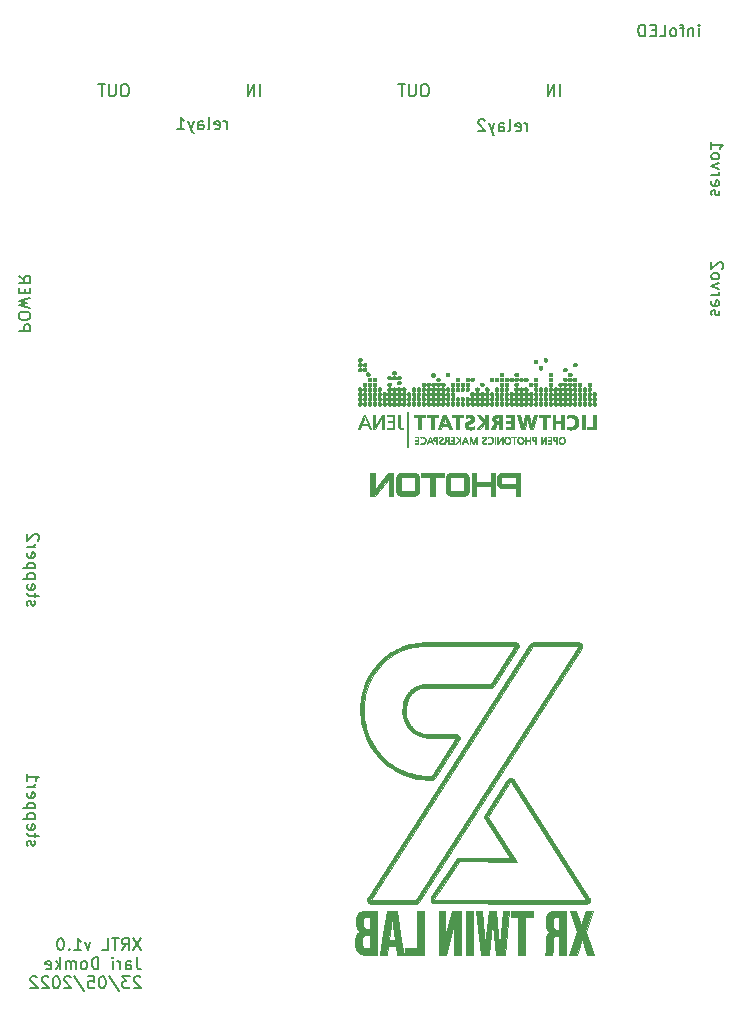
<source format=gbr>
%TF.GenerationSoftware,KiCad,Pcbnew,(6.0.4)*%
%TF.CreationDate,2022-05-24T10:51:07+02:00*%
%TF.ProjectId,XRTL_PCB,5852544c-5f50-4434-922e-6b696361645f,1.0*%
%TF.SameCoordinates,Original*%
%TF.FileFunction,Legend,Bot*%
%TF.FilePolarity,Positive*%
%FSLAX46Y46*%
G04 Gerber Fmt 4.6, Leading zero omitted, Abs format (unit mm)*
G04 Created by KiCad (PCBNEW (6.0.4)) date 2022-05-24 10:51:07*
%MOMM*%
%LPD*%
G01*
G04 APERTURE LIST*
%ADD10C,0.015000*%
%ADD11C,0.050000*%
%ADD12C,0.030000*%
%ADD13C,0.150000*%
G04 APERTURE END LIST*
D10*
G36*
X124602128Y-84289457D02*
G01*
X123899329Y-84289457D01*
X123899329Y-84101354D01*
X124362763Y-84101354D01*
X124362763Y-83095834D01*
X124602128Y-83095834D01*
X124602128Y-84289457D01*
G37*
X124602128Y-84289457D02*
X123899329Y-84289457D01*
X123899329Y-84101354D01*
X124362763Y-84101354D01*
X124362763Y-83095834D01*
X124602128Y-83095834D01*
X124602128Y-84289457D01*
G36*
X114572971Y-81159711D02*
G01*
X114580516Y-81160285D01*
X114587952Y-81161229D01*
X114595268Y-81162534D01*
X114602455Y-81164192D01*
X114609504Y-81166192D01*
X114616406Y-81168526D01*
X114623151Y-81171184D01*
X114629730Y-81174157D01*
X114636134Y-81177436D01*
X114642354Y-81181011D01*
X114648380Y-81184873D01*
X114654202Y-81189012D01*
X114659812Y-81193420D01*
X114665200Y-81198087D01*
X114670357Y-81203004D01*
X114675274Y-81208161D01*
X114679941Y-81213549D01*
X114684349Y-81219159D01*
X114688489Y-81224982D01*
X114692350Y-81231007D01*
X114695925Y-81237227D01*
X114699204Y-81243631D01*
X114702177Y-81250210D01*
X114704835Y-81256956D01*
X114707169Y-81263857D01*
X114709170Y-81270907D01*
X114710827Y-81278094D01*
X114712133Y-81285410D01*
X114713077Y-81292845D01*
X114713650Y-81300390D01*
X114713843Y-81308036D01*
X114713650Y-81315683D01*
X114713077Y-81323229D01*
X114712133Y-81330665D01*
X114710827Y-81337983D01*
X114709170Y-81345173D01*
X114707169Y-81352225D01*
X114704835Y-81359130D01*
X114702177Y-81365878D01*
X114699204Y-81372461D01*
X114695925Y-81378870D01*
X114692350Y-81385093D01*
X114688489Y-81391123D01*
X114684349Y-81396951D01*
X114679941Y-81402565D01*
X114675274Y-81407958D01*
X114670357Y-81413120D01*
X114665200Y-81418042D01*
X114659812Y-81422714D01*
X114654202Y-81427126D01*
X114648380Y-81431270D01*
X114642354Y-81435137D01*
X114636134Y-81438716D01*
X114629730Y-81441999D01*
X114623151Y-81444976D01*
X114616406Y-81447637D01*
X114609504Y-81449974D01*
X114602455Y-81451978D01*
X114595268Y-81453638D01*
X114587952Y-81454945D01*
X114580516Y-81455890D01*
X114572971Y-81456464D01*
X114565325Y-81456658D01*
X114557679Y-81456464D01*
X114550133Y-81455890D01*
X114542696Y-81454945D01*
X114535378Y-81453638D01*
X114528189Y-81451978D01*
X114521137Y-81449974D01*
X114514232Y-81447637D01*
X114507483Y-81444976D01*
X114500900Y-81441999D01*
X114494492Y-81438716D01*
X114488268Y-81435137D01*
X114482238Y-81431271D01*
X114476411Y-81427126D01*
X114470796Y-81422714D01*
X114465403Y-81418042D01*
X114460241Y-81413120D01*
X114455319Y-81407958D01*
X114450647Y-81402565D01*
X114446235Y-81396951D01*
X114442090Y-81391124D01*
X114438224Y-81385093D01*
X114434645Y-81378870D01*
X114431362Y-81372462D01*
X114428385Y-81365878D01*
X114425724Y-81359130D01*
X114423386Y-81352225D01*
X114421383Y-81345173D01*
X114419723Y-81337983D01*
X114418416Y-81330665D01*
X114417471Y-81323229D01*
X114416896Y-81315683D01*
X114416703Y-81308036D01*
X114416896Y-81300390D01*
X114417471Y-81292845D01*
X114418416Y-81285410D01*
X114419723Y-81278094D01*
X114421383Y-81270907D01*
X114423386Y-81263857D01*
X114425724Y-81256956D01*
X114428385Y-81250210D01*
X114431362Y-81243631D01*
X114434645Y-81237227D01*
X114438224Y-81231007D01*
X114442090Y-81224982D01*
X114446235Y-81219159D01*
X114450647Y-81213549D01*
X114455319Y-81208161D01*
X114460241Y-81203004D01*
X114465403Y-81198087D01*
X114470796Y-81193420D01*
X114476411Y-81189012D01*
X114482238Y-81184873D01*
X114488268Y-81181011D01*
X114494492Y-81177436D01*
X114500900Y-81174157D01*
X114507483Y-81171184D01*
X114514232Y-81168526D01*
X114521137Y-81166192D01*
X114528189Y-81164192D01*
X114535378Y-81162534D01*
X114542696Y-81161229D01*
X114550133Y-81160285D01*
X114557679Y-81159711D01*
X114565325Y-81159518D01*
X114572971Y-81159711D01*
G37*
X114572971Y-81159711D02*
X114580516Y-81160285D01*
X114587952Y-81161229D01*
X114595268Y-81162534D01*
X114602455Y-81164192D01*
X114609504Y-81166192D01*
X114616406Y-81168526D01*
X114623151Y-81171184D01*
X114629730Y-81174157D01*
X114636134Y-81177436D01*
X114642354Y-81181011D01*
X114648380Y-81184873D01*
X114654202Y-81189012D01*
X114659812Y-81193420D01*
X114665200Y-81198087D01*
X114670357Y-81203004D01*
X114675274Y-81208161D01*
X114679941Y-81213549D01*
X114684349Y-81219159D01*
X114688489Y-81224982D01*
X114692350Y-81231007D01*
X114695925Y-81237227D01*
X114699204Y-81243631D01*
X114702177Y-81250210D01*
X114704835Y-81256956D01*
X114707169Y-81263857D01*
X114709170Y-81270907D01*
X114710827Y-81278094D01*
X114712133Y-81285410D01*
X114713077Y-81292845D01*
X114713650Y-81300390D01*
X114713843Y-81308036D01*
X114713650Y-81315683D01*
X114713077Y-81323229D01*
X114712133Y-81330665D01*
X114710827Y-81337983D01*
X114709170Y-81345173D01*
X114707169Y-81352225D01*
X114704835Y-81359130D01*
X114702177Y-81365878D01*
X114699204Y-81372461D01*
X114695925Y-81378870D01*
X114692350Y-81385093D01*
X114688489Y-81391123D01*
X114684349Y-81396951D01*
X114679941Y-81402565D01*
X114675274Y-81407958D01*
X114670357Y-81413120D01*
X114665200Y-81418042D01*
X114659812Y-81422714D01*
X114654202Y-81427126D01*
X114648380Y-81431270D01*
X114642354Y-81435137D01*
X114636134Y-81438716D01*
X114629730Y-81441999D01*
X114623151Y-81444976D01*
X114616406Y-81447637D01*
X114609504Y-81449974D01*
X114602455Y-81451978D01*
X114595268Y-81453638D01*
X114587952Y-81454945D01*
X114580516Y-81455890D01*
X114572971Y-81456464D01*
X114565325Y-81456658D01*
X114557679Y-81456464D01*
X114550133Y-81455890D01*
X114542696Y-81454945D01*
X114535378Y-81453638D01*
X114528189Y-81451978D01*
X114521137Y-81449974D01*
X114514232Y-81447637D01*
X114507483Y-81444976D01*
X114500900Y-81441999D01*
X114494492Y-81438716D01*
X114488268Y-81435137D01*
X114482238Y-81431271D01*
X114476411Y-81427126D01*
X114470796Y-81422714D01*
X114465403Y-81418042D01*
X114460241Y-81413120D01*
X114455319Y-81407958D01*
X114450647Y-81402565D01*
X114446235Y-81396951D01*
X114442090Y-81391124D01*
X114438224Y-81385093D01*
X114434645Y-81378870D01*
X114431362Y-81372462D01*
X114428385Y-81365878D01*
X114425724Y-81359130D01*
X114423386Y-81352225D01*
X114421383Y-81345173D01*
X114419723Y-81337983D01*
X114418416Y-81330665D01*
X114417471Y-81323229D01*
X114416896Y-81315683D01*
X114416703Y-81308036D01*
X114416896Y-81300390D01*
X114417471Y-81292845D01*
X114418416Y-81285410D01*
X114419723Y-81278094D01*
X114421383Y-81270907D01*
X114423386Y-81263857D01*
X114425724Y-81256956D01*
X114428385Y-81250210D01*
X114431362Y-81243631D01*
X114434645Y-81237227D01*
X114438224Y-81231007D01*
X114442090Y-81224982D01*
X114446235Y-81219159D01*
X114450647Y-81213549D01*
X114455319Y-81208161D01*
X114460241Y-81203004D01*
X114465403Y-81198087D01*
X114470796Y-81193420D01*
X114476411Y-81189012D01*
X114482238Y-81184873D01*
X114488268Y-81181011D01*
X114494492Y-81177436D01*
X114500900Y-81174157D01*
X114507483Y-81171184D01*
X114514232Y-81168526D01*
X114521137Y-81166192D01*
X114528189Y-81164192D01*
X114535378Y-81162534D01*
X114542696Y-81161229D01*
X114550133Y-81160285D01*
X114557679Y-81159711D01*
X114565325Y-81159518D01*
X114572971Y-81159711D01*
G36*
X112505509Y-80332682D02*
G01*
X112513063Y-80333256D01*
X112520507Y-80334201D01*
X112527831Y-80335509D01*
X112535025Y-80337168D01*
X112542081Y-80339171D01*
X112548989Y-80341508D01*
X112555740Y-80344169D01*
X112562324Y-80347145D01*
X112568733Y-80350427D01*
X112574957Y-80354005D01*
X112580987Y-80357870D01*
X112586813Y-80362013D01*
X112592426Y-80366424D01*
X112597817Y-80371094D01*
X112602977Y-80376013D01*
X112607896Y-80381172D01*
X112612565Y-80386563D01*
X112616975Y-80392174D01*
X112621116Y-80397998D01*
X112624979Y-80404024D01*
X112628555Y-80410243D01*
X112631835Y-80416647D01*
X112634808Y-80423224D01*
X112637467Y-80429967D01*
X112639801Y-80436866D01*
X112641802Y-80443912D01*
X112643460Y-80451094D01*
X112644765Y-80458404D01*
X112645710Y-80465832D01*
X112646283Y-80473370D01*
X112646476Y-80481007D01*
X112646283Y-80488653D01*
X112645710Y-80496198D01*
X112644765Y-80503633D01*
X112643460Y-80510949D01*
X112641802Y-80518136D01*
X112639801Y-80525186D01*
X112637467Y-80532087D01*
X112634808Y-80538833D01*
X112631835Y-80545412D01*
X112628555Y-80551816D01*
X112624979Y-80558036D01*
X112621116Y-80564061D01*
X112616975Y-80569884D01*
X112612565Y-80575494D01*
X112607896Y-80580882D01*
X112602977Y-80586039D01*
X112597817Y-80590956D01*
X112592426Y-80595623D01*
X112586813Y-80600031D01*
X112580987Y-80604170D01*
X112574957Y-80608032D01*
X112568733Y-80611607D01*
X112562324Y-80614886D01*
X112555740Y-80617859D01*
X112548989Y-80620517D01*
X112542081Y-80622851D01*
X112535025Y-80624851D01*
X112527831Y-80626509D01*
X112520507Y-80627814D01*
X112513063Y-80628758D01*
X112505509Y-80629332D01*
X112497854Y-80629525D01*
X112490217Y-80629332D01*
X112482680Y-80628758D01*
X112475251Y-80627814D01*
X112467941Y-80626509D01*
X112460759Y-80624851D01*
X112453714Y-80622851D01*
X112446815Y-80620517D01*
X112440072Y-80617859D01*
X112433494Y-80614886D01*
X112427091Y-80611607D01*
X112420871Y-80608032D01*
X112414845Y-80604170D01*
X112409022Y-80600031D01*
X112403410Y-80595623D01*
X112398020Y-80590956D01*
X112392861Y-80586039D01*
X112387941Y-80580882D01*
X112383271Y-80575494D01*
X112378861Y-80569884D01*
X112374718Y-80564061D01*
X112370853Y-80558036D01*
X112367274Y-80551816D01*
X112363993Y-80545412D01*
X112361016Y-80538833D01*
X112358355Y-80532087D01*
X112356019Y-80525186D01*
X112354016Y-80518136D01*
X112352356Y-80510949D01*
X112351049Y-80503633D01*
X112350103Y-80496198D01*
X112349529Y-80488653D01*
X112349336Y-80481007D01*
X112349529Y-80473370D01*
X112350103Y-80465832D01*
X112351049Y-80458404D01*
X112352356Y-80451094D01*
X112354016Y-80443912D01*
X112356019Y-80436866D01*
X112358355Y-80429967D01*
X112361016Y-80423224D01*
X112363993Y-80416647D01*
X112367274Y-80410243D01*
X112370853Y-80404024D01*
X112374718Y-80397998D01*
X112378861Y-80392174D01*
X112383271Y-80386563D01*
X112387941Y-80381172D01*
X112392861Y-80376013D01*
X112398020Y-80371094D01*
X112403410Y-80366424D01*
X112409022Y-80362013D01*
X112414845Y-80357870D01*
X112420871Y-80354005D01*
X112427091Y-80350427D01*
X112433494Y-80347145D01*
X112440072Y-80344169D01*
X112446815Y-80341508D01*
X112453714Y-80339171D01*
X112460759Y-80337168D01*
X112467941Y-80335509D01*
X112475251Y-80334201D01*
X112482680Y-80333256D01*
X112490217Y-80332682D01*
X112497854Y-80332489D01*
X112505509Y-80332682D01*
G37*
X112505509Y-80332682D02*
X112513063Y-80333256D01*
X112520507Y-80334201D01*
X112527831Y-80335509D01*
X112535025Y-80337168D01*
X112542081Y-80339171D01*
X112548989Y-80341508D01*
X112555740Y-80344169D01*
X112562324Y-80347145D01*
X112568733Y-80350427D01*
X112574957Y-80354005D01*
X112580987Y-80357870D01*
X112586813Y-80362013D01*
X112592426Y-80366424D01*
X112597817Y-80371094D01*
X112602977Y-80376013D01*
X112607896Y-80381172D01*
X112612565Y-80386563D01*
X112616975Y-80392174D01*
X112621116Y-80397998D01*
X112624979Y-80404024D01*
X112628555Y-80410243D01*
X112631835Y-80416647D01*
X112634808Y-80423224D01*
X112637467Y-80429967D01*
X112639801Y-80436866D01*
X112641802Y-80443912D01*
X112643460Y-80451094D01*
X112644765Y-80458404D01*
X112645710Y-80465832D01*
X112646283Y-80473370D01*
X112646476Y-80481007D01*
X112646283Y-80488653D01*
X112645710Y-80496198D01*
X112644765Y-80503633D01*
X112643460Y-80510949D01*
X112641802Y-80518136D01*
X112639801Y-80525186D01*
X112637467Y-80532087D01*
X112634808Y-80538833D01*
X112631835Y-80545412D01*
X112628555Y-80551816D01*
X112624979Y-80558036D01*
X112621116Y-80564061D01*
X112616975Y-80569884D01*
X112612565Y-80575494D01*
X112607896Y-80580882D01*
X112602977Y-80586039D01*
X112597817Y-80590956D01*
X112592426Y-80595623D01*
X112586813Y-80600031D01*
X112580987Y-80604170D01*
X112574957Y-80608032D01*
X112568733Y-80611607D01*
X112562324Y-80614886D01*
X112555740Y-80617859D01*
X112548989Y-80620517D01*
X112542081Y-80622851D01*
X112535025Y-80624851D01*
X112527831Y-80626509D01*
X112520507Y-80627814D01*
X112513063Y-80628758D01*
X112505509Y-80629332D01*
X112497854Y-80629525D01*
X112490217Y-80629332D01*
X112482680Y-80628758D01*
X112475251Y-80627814D01*
X112467941Y-80626509D01*
X112460759Y-80624851D01*
X112453714Y-80622851D01*
X112446815Y-80620517D01*
X112440072Y-80617859D01*
X112433494Y-80614886D01*
X112427091Y-80611607D01*
X112420871Y-80608032D01*
X112414845Y-80604170D01*
X112409022Y-80600031D01*
X112403410Y-80595623D01*
X112398020Y-80590956D01*
X112392861Y-80586039D01*
X112387941Y-80580882D01*
X112383271Y-80575494D01*
X112378861Y-80569884D01*
X112374718Y-80564061D01*
X112370853Y-80558036D01*
X112367274Y-80551816D01*
X112363993Y-80545412D01*
X112361016Y-80538833D01*
X112358355Y-80532087D01*
X112356019Y-80525186D01*
X112354016Y-80518136D01*
X112352356Y-80510949D01*
X112351049Y-80503633D01*
X112350103Y-80496198D01*
X112349529Y-80488653D01*
X112349336Y-80481007D01*
X112349529Y-80473370D01*
X112350103Y-80465832D01*
X112351049Y-80458404D01*
X112352356Y-80451094D01*
X112354016Y-80443912D01*
X112356019Y-80436866D01*
X112358355Y-80429967D01*
X112361016Y-80423224D01*
X112363993Y-80416647D01*
X112367274Y-80410243D01*
X112370853Y-80404024D01*
X112374718Y-80397998D01*
X112378861Y-80392174D01*
X112383271Y-80386563D01*
X112387941Y-80381172D01*
X112392861Y-80376013D01*
X112398020Y-80371094D01*
X112403410Y-80366424D01*
X112409022Y-80362013D01*
X112414845Y-80357870D01*
X112420871Y-80354005D01*
X112427091Y-80350427D01*
X112433494Y-80347145D01*
X112440072Y-80344169D01*
X112446815Y-80341508D01*
X112453714Y-80339171D01*
X112460759Y-80337168D01*
X112467941Y-80335509D01*
X112475251Y-80334201D01*
X112482680Y-80333256D01*
X112490217Y-80332682D01*
X112497854Y-80332489D01*
X112505509Y-80332682D01*
G36*
X109589608Y-85524523D02*
G01*
X109286991Y-85524523D01*
X109286991Y-85473260D01*
X109530593Y-85473260D01*
X109530593Y-85243196D01*
X109309212Y-85243196D01*
X109309212Y-85191934D01*
X109530593Y-85191934D01*
X109530593Y-84979027D01*
X109297223Y-84979027D01*
X109297223Y-84927661D01*
X109589608Y-84927661D01*
X109589608Y-85524523D01*
G37*
X109589608Y-85524523D02*
X109286991Y-85524523D01*
X109286991Y-85473260D01*
X109530593Y-85473260D01*
X109530593Y-85243196D01*
X109309212Y-85243196D01*
X109309212Y-85191934D01*
X109530593Y-85191934D01*
X109530593Y-84979027D01*
X109297223Y-84979027D01*
X109297223Y-84927661D01*
X109589608Y-84927661D01*
X109589608Y-85524523D01*
G36*
X107130437Y-79770649D02*
G01*
X107137991Y-79771223D01*
X107145435Y-79772169D01*
X107152758Y-79773476D01*
X107159953Y-79775136D01*
X107167008Y-79777139D01*
X107173916Y-79779475D01*
X107180667Y-79782136D01*
X107187252Y-79785112D01*
X107193661Y-79788394D01*
X107199885Y-79791972D01*
X107205915Y-79795838D01*
X107211741Y-79799980D01*
X107217354Y-79804391D01*
X107222745Y-79809061D01*
X107227905Y-79813980D01*
X107232824Y-79819140D01*
X107237493Y-79824530D01*
X107241902Y-79830141D01*
X107246043Y-79835965D01*
X107249907Y-79841991D01*
X107253483Y-79848210D01*
X107256762Y-79854614D01*
X107259736Y-79861192D01*
X107262395Y-79867935D01*
X107264729Y-79874833D01*
X107266730Y-79881879D01*
X107268387Y-79889061D01*
X107269693Y-79896371D01*
X107270637Y-79903799D01*
X107271210Y-79911337D01*
X107271403Y-79918974D01*
X107271210Y-79926629D01*
X107270637Y-79934183D01*
X107269693Y-79941627D01*
X107268387Y-79948950D01*
X107266730Y-79956145D01*
X107264729Y-79963201D01*
X107262395Y-79970109D01*
X107259736Y-79976859D01*
X107256762Y-79983444D01*
X107253483Y-79989853D01*
X107249907Y-79996077D01*
X107246043Y-80002106D01*
X107241902Y-80007933D01*
X107237493Y-80013546D01*
X107232824Y-80018937D01*
X107227905Y-80024097D01*
X107222745Y-80029016D01*
X107217354Y-80033685D01*
X107211741Y-80038094D01*
X107205915Y-80042235D01*
X107199885Y-80046098D01*
X107193661Y-80049674D01*
X107187252Y-80052954D01*
X107180667Y-80055928D01*
X107173916Y-80058586D01*
X107167008Y-80060921D01*
X107159953Y-80062921D01*
X107152758Y-80064579D01*
X107145435Y-80065885D01*
X107137991Y-80066829D01*
X107130437Y-80067402D01*
X107122781Y-80067595D01*
X107115144Y-80067402D01*
X107107607Y-80066829D01*
X107100179Y-80065885D01*
X107092869Y-80064579D01*
X107085686Y-80062921D01*
X107078641Y-80060921D01*
X107071742Y-80058586D01*
X107064999Y-80055928D01*
X107058421Y-80052954D01*
X107052018Y-80049674D01*
X107045799Y-80046098D01*
X107039773Y-80042235D01*
X107033949Y-80038094D01*
X107028338Y-80033685D01*
X107022947Y-80029016D01*
X107017788Y-80024097D01*
X107012869Y-80018937D01*
X107008199Y-80013546D01*
X107003788Y-80007933D01*
X106999645Y-80002106D01*
X106995780Y-79996077D01*
X106992202Y-79989853D01*
X106988920Y-79983444D01*
X106985944Y-79976859D01*
X106983283Y-79970109D01*
X106980946Y-79963201D01*
X106978943Y-79956145D01*
X106977283Y-79948950D01*
X106975976Y-79941627D01*
X106975031Y-79934183D01*
X106974457Y-79926629D01*
X106974263Y-79918974D01*
X106974457Y-79911337D01*
X106975031Y-79903799D01*
X106975976Y-79896371D01*
X106977283Y-79889061D01*
X106978943Y-79881879D01*
X106980946Y-79874833D01*
X106983283Y-79867935D01*
X106985944Y-79861192D01*
X106988920Y-79854614D01*
X106992202Y-79848210D01*
X106995780Y-79841991D01*
X106999645Y-79835965D01*
X107003788Y-79830141D01*
X107008199Y-79824530D01*
X107012869Y-79819140D01*
X107017788Y-79813980D01*
X107022947Y-79809061D01*
X107028338Y-79804391D01*
X107033949Y-79799980D01*
X107039773Y-79795838D01*
X107045799Y-79791972D01*
X107052018Y-79788394D01*
X107058421Y-79785112D01*
X107064999Y-79782136D01*
X107071742Y-79779475D01*
X107078641Y-79777139D01*
X107085686Y-79775136D01*
X107092869Y-79773476D01*
X107100179Y-79772169D01*
X107107607Y-79771223D01*
X107115144Y-79770649D01*
X107122781Y-79770456D01*
X107130437Y-79770649D01*
G37*
X107130437Y-79770649D02*
X107137991Y-79771223D01*
X107145435Y-79772169D01*
X107152758Y-79773476D01*
X107159953Y-79775136D01*
X107167008Y-79777139D01*
X107173916Y-79779475D01*
X107180667Y-79782136D01*
X107187252Y-79785112D01*
X107193661Y-79788394D01*
X107199885Y-79791972D01*
X107205915Y-79795838D01*
X107211741Y-79799980D01*
X107217354Y-79804391D01*
X107222745Y-79809061D01*
X107227905Y-79813980D01*
X107232824Y-79819140D01*
X107237493Y-79824530D01*
X107241902Y-79830141D01*
X107246043Y-79835965D01*
X107249907Y-79841991D01*
X107253483Y-79848210D01*
X107256762Y-79854614D01*
X107259736Y-79861192D01*
X107262395Y-79867935D01*
X107264729Y-79874833D01*
X107266730Y-79881879D01*
X107268387Y-79889061D01*
X107269693Y-79896371D01*
X107270637Y-79903799D01*
X107271210Y-79911337D01*
X107271403Y-79918974D01*
X107271210Y-79926629D01*
X107270637Y-79934183D01*
X107269693Y-79941627D01*
X107268387Y-79948950D01*
X107266730Y-79956145D01*
X107264729Y-79963201D01*
X107262395Y-79970109D01*
X107259736Y-79976859D01*
X107256762Y-79983444D01*
X107253483Y-79989853D01*
X107249907Y-79996077D01*
X107246043Y-80002106D01*
X107241902Y-80007933D01*
X107237493Y-80013546D01*
X107232824Y-80018937D01*
X107227905Y-80024097D01*
X107222745Y-80029016D01*
X107217354Y-80033685D01*
X107211741Y-80038094D01*
X107205915Y-80042235D01*
X107199885Y-80046098D01*
X107193661Y-80049674D01*
X107187252Y-80052954D01*
X107180667Y-80055928D01*
X107173916Y-80058586D01*
X107167008Y-80060921D01*
X107159953Y-80062921D01*
X107152758Y-80064579D01*
X107145435Y-80065885D01*
X107137991Y-80066829D01*
X107130437Y-80067402D01*
X107122781Y-80067595D01*
X107115144Y-80067402D01*
X107107607Y-80066829D01*
X107100179Y-80065885D01*
X107092869Y-80064579D01*
X107085686Y-80062921D01*
X107078641Y-80060921D01*
X107071742Y-80058586D01*
X107064999Y-80055928D01*
X107058421Y-80052954D01*
X107052018Y-80049674D01*
X107045799Y-80046098D01*
X107039773Y-80042235D01*
X107033949Y-80038094D01*
X107028338Y-80033685D01*
X107022947Y-80029016D01*
X107017788Y-80024097D01*
X107012869Y-80018937D01*
X107008199Y-80013546D01*
X107003788Y-80007933D01*
X106999645Y-80002106D01*
X106995780Y-79996077D01*
X106992202Y-79989853D01*
X106988920Y-79983444D01*
X106985944Y-79976859D01*
X106983283Y-79970109D01*
X106980946Y-79963201D01*
X106978943Y-79956145D01*
X106977283Y-79948950D01*
X106975976Y-79941627D01*
X106975031Y-79934183D01*
X106974457Y-79926629D01*
X106974263Y-79918974D01*
X106974457Y-79911337D01*
X106975031Y-79903799D01*
X106975976Y-79896371D01*
X106977283Y-79889061D01*
X106978943Y-79881879D01*
X106980946Y-79874833D01*
X106983283Y-79867935D01*
X106985944Y-79861192D01*
X106988920Y-79854614D01*
X106992202Y-79848210D01*
X106995780Y-79841991D01*
X106999645Y-79835965D01*
X107003788Y-79830141D01*
X107008199Y-79824530D01*
X107012869Y-79819140D01*
X107017788Y-79813980D01*
X107022947Y-79809061D01*
X107028338Y-79804391D01*
X107033949Y-79799980D01*
X107039773Y-79795838D01*
X107045799Y-79791972D01*
X107052018Y-79788394D01*
X107058421Y-79785112D01*
X107064999Y-79782136D01*
X107071742Y-79779475D01*
X107078641Y-79777139D01*
X107085686Y-79775136D01*
X107092869Y-79773476D01*
X107100179Y-79772169D01*
X107107607Y-79771223D01*
X107115144Y-79770649D01*
X107122781Y-79770456D01*
X107130437Y-79770649D01*
G36*
X117467255Y-81159711D02*
G01*
X117474793Y-81160285D01*
X117482221Y-81161229D01*
X117489531Y-81162534D01*
X117496714Y-81164192D01*
X117503759Y-81166192D01*
X117510658Y-81168526D01*
X117517401Y-81171184D01*
X117523979Y-81174157D01*
X117530382Y-81177436D01*
X117536602Y-81181011D01*
X117542628Y-81184873D01*
X117548451Y-81189012D01*
X117554063Y-81193420D01*
X117559453Y-81198087D01*
X117564612Y-81203004D01*
X117569532Y-81208161D01*
X117574201Y-81213549D01*
X117578612Y-81219159D01*
X117582755Y-81224982D01*
X117586620Y-81231007D01*
X117590198Y-81237227D01*
X117593480Y-81243631D01*
X117596456Y-81250210D01*
X117599117Y-81256956D01*
X117601454Y-81263857D01*
X117603457Y-81270907D01*
X117605117Y-81278094D01*
X117606424Y-81285410D01*
X117607369Y-81292845D01*
X117607943Y-81300390D01*
X117608137Y-81308036D01*
X117607943Y-81315683D01*
X117607369Y-81323229D01*
X117606424Y-81330665D01*
X117605117Y-81337983D01*
X117603457Y-81345173D01*
X117601454Y-81352225D01*
X117599117Y-81359130D01*
X117596456Y-81365878D01*
X117593480Y-81372461D01*
X117590198Y-81378870D01*
X117586620Y-81385093D01*
X117582755Y-81391123D01*
X117578612Y-81396951D01*
X117574201Y-81402565D01*
X117569532Y-81407958D01*
X117564612Y-81413120D01*
X117559453Y-81418042D01*
X117554063Y-81422714D01*
X117548451Y-81427126D01*
X117542628Y-81431270D01*
X117536602Y-81435137D01*
X117530382Y-81438716D01*
X117523979Y-81441999D01*
X117517401Y-81444976D01*
X117510658Y-81447637D01*
X117503759Y-81449974D01*
X117496714Y-81451978D01*
X117489531Y-81453638D01*
X117482221Y-81454945D01*
X117474793Y-81455890D01*
X117467255Y-81456464D01*
X117459618Y-81456658D01*
X117451972Y-81456464D01*
X117444426Y-81455890D01*
X117436989Y-81454945D01*
X117429671Y-81453638D01*
X117422482Y-81451978D01*
X117415430Y-81449974D01*
X117408525Y-81447637D01*
X117401776Y-81444976D01*
X117395193Y-81441999D01*
X117388785Y-81438716D01*
X117382561Y-81435137D01*
X117376531Y-81431271D01*
X117370704Y-81427126D01*
X117365089Y-81422714D01*
X117359696Y-81418042D01*
X117354535Y-81413120D01*
X117349613Y-81407958D01*
X117344941Y-81402565D01*
X117340529Y-81396951D01*
X117336384Y-81391124D01*
X117332518Y-81385093D01*
X117328939Y-81378870D01*
X117325656Y-81372462D01*
X117322679Y-81365878D01*
X117320018Y-81359130D01*
X117317681Y-81352225D01*
X117315677Y-81345173D01*
X117314018Y-81337983D01*
X117312710Y-81330665D01*
X117311765Y-81323229D01*
X117311191Y-81315683D01*
X117310997Y-81308036D01*
X117311191Y-81300390D01*
X117311765Y-81292845D01*
X117312710Y-81285410D01*
X117314018Y-81278094D01*
X117315677Y-81270907D01*
X117317681Y-81263857D01*
X117320018Y-81256956D01*
X117322679Y-81250210D01*
X117325656Y-81243631D01*
X117328939Y-81237227D01*
X117332518Y-81231007D01*
X117336384Y-81224982D01*
X117340529Y-81219159D01*
X117344941Y-81213549D01*
X117349613Y-81208161D01*
X117354535Y-81203004D01*
X117359696Y-81198087D01*
X117365089Y-81193420D01*
X117370704Y-81189012D01*
X117376531Y-81184873D01*
X117382561Y-81181011D01*
X117388785Y-81177436D01*
X117395193Y-81174157D01*
X117401776Y-81171184D01*
X117408525Y-81168526D01*
X117415430Y-81166192D01*
X117422482Y-81164192D01*
X117429671Y-81162534D01*
X117436989Y-81161229D01*
X117444426Y-81160285D01*
X117451972Y-81159711D01*
X117459618Y-81159518D01*
X117467255Y-81159711D01*
G37*
X117467255Y-81159711D02*
X117474793Y-81160285D01*
X117482221Y-81161229D01*
X117489531Y-81162534D01*
X117496714Y-81164192D01*
X117503759Y-81166192D01*
X117510658Y-81168526D01*
X117517401Y-81171184D01*
X117523979Y-81174157D01*
X117530382Y-81177436D01*
X117536602Y-81181011D01*
X117542628Y-81184873D01*
X117548451Y-81189012D01*
X117554063Y-81193420D01*
X117559453Y-81198087D01*
X117564612Y-81203004D01*
X117569532Y-81208161D01*
X117574201Y-81213549D01*
X117578612Y-81219159D01*
X117582755Y-81224982D01*
X117586620Y-81231007D01*
X117590198Y-81237227D01*
X117593480Y-81243631D01*
X117596456Y-81250210D01*
X117599117Y-81256956D01*
X117601454Y-81263857D01*
X117603457Y-81270907D01*
X117605117Y-81278094D01*
X117606424Y-81285410D01*
X117607369Y-81292845D01*
X117607943Y-81300390D01*
X117608137Y-81308036D01*
X117607943Y-81315683D01*
X117607369Y-81323229D01*
X117606424Y-81330665D01*
X117605117Y-81337983D01*
X117603457Y-81345173D01*
X117601454Y-81352225D01*
X117599117Y-81359130D01*
X117596456Y-81365878D01*
X117593480Y-81372461D01*
X117590198Y-81378870D01*
X117586620Y-81385093D01*
X117582755Y-81391123D01*
X117578612Y-81396951D01*
X117574201Y-81402565D01*
X117569532Y-81407958D01*
X117564612Y-81413120D01*
X117559453Y-81418042D01*
X117554063Y-81422714D01*
X117548451Y-81427126D01*
X117542628Y-81431270D01*
X117536602Y-81435137D01*
X117530382Y-81438716D01*
X117523979Y-81441999D01*
X117517401Y-81444976D01*
X117510658Y-81447637D01*
X117503759Y-81449974D01*
X117496714Y-81451978D01*
X117489531Y-81453638D01*
X117482221Y-81454945D01*
X117474793Y-81455890D01*
X117467255Y-81456464D01*
X117459618Y-81456658D01*
X117451972Y-81456464D01*
X117444426Y-81455890D01*
X117436989Y-81454945D01*
X117429671Y-81453638D01*
X117422482Y-81451978D01*
X117415430Y-81449974D01*
X117408525Y-81447637D01*
X117401776Y-81444976D01*
X117395193Y-81441999D01*
X117388785Y-81438716D01*
X117382561Y-81435137D01*
X117376531Y-81431271D01*
X117370704Y-81427126D01*
X117365089Y-81422714D01*
X117359696Y-81418042D01*
X117354535Y-81413120D01*
X117349613Y-81407958D01*
X117344941Y-81402565D01*
X117340529Y-81396951D01*
X117336384Y-81391124D01*
X117332518Y-81385093D01*
X117328939Y-81378870D01*
X117325656Y-81372462D01*
X117322679Y-81365878D01*
X117320018Y-81359130D01*
X117317681Y-81352225D01*
X117315677Y-81345173D01*
X117314018Y-81337983D01*
X117312710Y-81330665D01*
X117311765Y-81323229D01*
X117311191Y-81315683D01*
X117310997Y-81308036D01*
X117311191Y-81300390D01*
X117311765Y-81292845D01*
X117312710Y-81285410D01*
X117314018Y-81278094D01*
X117315677Y-81270907D01*
X117317681Y-81263857D01*
X117320018Y-81256956D01*
X117322679Y-81250210D01*
X117325656Y-81243631D01*
X117328939Y-81237227D01*
X117332518Y-81231007D01*
X117336384Y-81224982D01*
X117340529Y-81219159D01*
X117344941Y-81213549D01*
X117349613Y-81208161D01*
X117354535Y-81203004D01*
X117359696Y-81198087D01*
X117365089Y-81193420D01*
X117370704Y-81189012D01*
X117376531Y-81184873D01*
X117382561Y-81181011D01*
X117388785Y-81177436D01*
X117395193Y-81174157D01*
X117401776Y-81171184D01*
X117408525Y-81168526D01*
X117415430Y-81166192D01*
X117422482Y-81164192D01*
X117429671Y-81162534D01*
X117436989Y-81161229D01*
X117444426Y-81160285D01*
X117451972Y-81159711D01*
X117459618Y-81159518D01*
X117467255Y-81159711D01*
G36*
X113332521Y-81986637D02*
G01*
X113340058Y-81987211D01*
X113347487Y-81988155D01*
X113354797Y-81989460D01*
X113361979Y-81991118D01*
X113369024Y-81993118D01*
X113375923Y-81995452D01*
X113382666Y-81998110D01*
X113389244Y-82001083D01*
X113395648Y-82004362D01*
X113401867Y-82007937D01*
X113407893Y-82011799D01*
X113413717Y-82015938D01*
X113419328Y-82020346D01*
X113424718Y-82025013D01*
X113429878Y-82029930D01*
X113434797Y-82035087D01*
X113439467Y-82040475D01*
X113443878Y-82046085D01*
X113448020Y-82051908D01*
X113451885Y-82057934D01*
X113455464Y-82064153D01*
X113458745Y-82070557D01*
X113461722Y-82077137D01*
X113464383Y-82083882D01*
X113466719Y-82090784D01*
X113468722Y-82097833D01*
X113470382Y-82105020D01*
X113471689Y-82112336D01*
X113472634Y-82119771D01*
X113473209Y-82127316D01*
X113473402Y-82134963D01*
X113473209Y-82142609D01*
X113472634Y-82150155D01*
X113471689Y-82157592D01*
X113470382Y-82164909D01*
X113468722Y-82172099D01*
X113466719Y-82179151D01*
X113464383Y-82186056D01*
X113461722Y-82192805D01*
X113458745Y-82199388D01*
X113455464Y-82205796D01*
X113451885Y-82212020D01*
X113448020Y-82218050D01*
X113443878Y-82223877D01*
X113439467Y-82229492D01*
X113434797Y-82234885D01*
X113429878Y-82240047D01*
X113424718Y-82244968D01*
X113419328Y-82249640D01*
X113413717Y-82254053D01*
X113407893Y-82258197D01*
X113401867Y-82262063D01*
X113395648Y-82265642D01*
X113389244Y-82268925D01*
X113382666Y-82271902D01*
X113375923Y-82274564D01*
X113369024Y-82276901D01*
X113361979Y-82278904D01*
X113354797Y-82280564D01*
X113347487Y-82281871D01*
X113340058Y-82282817D01*
X113332521Y-82283391D01*
X113324884Y-82283584D01*
X113317238Y-82283391D01*
X113309691Y-82282817D01*
X113302255Y-82281871D01*
X113294937Y-82280564D01*
X113287748Y-82278904D01*
X113280696Y-82276901D01*
X113273791Y-82274564D01*
X113267042Y-82271902D01*
X113260459Y-82268925D01*
X113254051Y-82265642D01*
X113247827Y-82262063D01*
X113241797Y-82258197D01*
X113235970Y-82254053D01*
X113230355Y-82249640D01*
X113224962Y-82244968D01*
X113219800Y-82240047D01*
X113214879Y-82234885D01*
X113210207Y-82229492D01*
X113205794Y-82223877D01*
X113201650Y-82218050D01*
X113197784Y-82212020D01*
X113194205Y-82205796D01*
X113190922Y-82199388D01*
X113187945Y-82192805D01*
X113185283Y-82186056D01*
X113182946Y-82179151D01*
X113180943Y-82172099D01*
X113179283Y-82164909D01*
X113177976Y-82157592D01*
X113177030Y-82150155D01*
X113176456Y-82142609D01*
X113176263Y-82134963D01*
X113176456Y-82127316D01*
X113177030Y-82119771D01*
X113177976Y-82112336D01*
X113179283Y-82105020D01*
X113180943Y-82097833D01*
X113182946Y-82090784D01*
X113185283Y-82083882D01*
X113187945Y-82077136D01*
X113190922Y-82070557D01*
X113194205Y-82064153D01*
X113197784Y-82057934D01*
X113201650Y-82051908D01*
X113205794Y-82046085D01*
X113210207Y-82040475D01*
X113214879Y-82035087D01*
X113219800Y-82029930D01*
X113224962Y-82025013D01*
X113230355Y-82020346D01*
X113235970Y-82015938D01*
X113241797Y-82011799D01*
X113247827Y-82007937D01*
X113254051Y-82004362D01*
X113260459Y-82001083D01*
X113267042Y-81998110D01*
X113273791Y-81995452D01*
X113280696Y-81993118D01*
X113287748Y-81991118D01*
X113294937Y-81989460D01*
X113302255Y-81988155D01*
X113309691Y-81987211D01*
X113317238Y-81986637D01*
X113324884Y-81986444D01*
X113332521Y-81986637D01*
G37*
X113332521Y-81986637D02*
X113340058Y-81987211D01*
X113347487Y-81988155D01*
X113354797Y-81989460D01*
X113361979Y-81991118D01*
X113369024Y-81993118D01*
X113375923Y-81995452D01*
X113382666Y-81998110D01*
X113389244Y-82001083D01*
X113395648Y-82004362D01*
X113401867Y-82007937D01*
X113407893Y-82011799D01*
X113413717Y-82015938D01*
X113419328Y-82020346D01*
X113424718Y-82025013D01*
X113429878Y-82029930D01*
X113434797Y-82035087D01*
X113439467Y-82040475D01*
X113443878Y-82046085D01*
X113448020Y-82051908D01*
X113451885Y-82057934D01*
X113455464Y-82064153D01*
X113458745Y-82070557D01*
X113461722Y-82077137D01*
X113464383Y-82083882D01*
X113466719Y-82090784D01*
X113468722Y-82097833D01*
X113470382Y-82105020D01*
X113471689Y-82112336D01*
X113472634Y-82119771D01*
X113473209Y-82127316D01*
X113473402Y-82134963D01*
X113473209Y-82142609D01*
X113472634Y-82150155D01*
X113471689Y-82157592D01*
X113470382Y-82164909D01*
X113468722Y-82172099D01*
X113466719Y-82179151D01*
X113464383Y-82186056D01*
X113461722Y-82192805D01*
X113458745Y-82199388D01*
X113455464Y-82205796D01*
X113451885Y-82212020D01*
X113448020Y-82218050D01*
X113443878Y-82223877D01*
X113439467Y-82229492D01*
X113434797Y-82234885D01*
X113429878Y-82240047D01*
X113424718Y-82244968D01*
X113419328Y-82249640D01*
X113413717Y-82254053D01*
X113407893Y-82258197D01*
X113401867Y-82262063D01*
X113395648Y-82265642D01*
X113389244Y-82268925D01*
X113382666Y-82271902D01*
X113375923Y-82274564D01*
X113369024Y-82276901D01*
X113361979Y-82278904D01*
X113354797Y-82280564D01*
X113347487Y-82281871D01*
X113340058Y-82282817D01*
X113332521Y-82283391D01*
X113324884Y-82283584D01*
X113317238Y-82283391D01*
X113309691Y-82282817D01*
X113302255Y-82281871D01*
X113294937Y-82280564D01*
X113287748Y-82278904D01*
X113280696Y-82276901D01*
X113273791Y-82274564D01*
X113267042Y-82271902D01*
X113260459Y-82268925D01*
X113254051Y-82265642D01*
X113247827Y-82262063D01*
X113241797Y-82258197D01*
X113235970Y-82254053D01*
X113230355Y-82249640D01*
X113224962Y-82244968D01*
X113219800Y-82240047D01*
X113214879Y-82234885D01*
X113210207Y-82229492D01*
X113205794Y-82223877D01*
X113201650Y-82218050D01*
X113197784Y-82212020D01*
X113194205Y-82205796D01*
X113190922Y-82199388D01*
X113187945Y-82192805D01*
X113185283Y-82186056D01*
X113182946Y-82179151D01*
X113180943Y-82172099D01*
X113179283Y-82164909D01*
X113177976Y-82157592D01*
X113177030Y-82150155D01*
X113176456Y-82142609D01*
X113176263Y-82134963D01*
X113176456Y-82127316D01*
X113177030Y-82119771D01*
X113177976Y-82112336D01*
X113179283Y-82105020D01*
X113180943Y-82097833D01*
X113182946Y-82090784D01*
X113185283Y-82083882D01*
X113187945Y-82077136D01*
X113190922Y-82070557D01*
X113194205Y-82064153D01*
X113197784Y-82057934D01*
X113201650Y-82051908D01*
X113205794Y-82046085D01*
X113210207Y-82040475D01*
X113214879Y-82035087D01*
X113219800Y-82029930D01*
X113224962Y-82025013D01*
X113230355Y-82020346D01*
X113235970Y-82015938D01*
X113241797Y-82011799D01*
X113247827Y-82007937D01*
X113254051Y-82004362D01*
X113260459Y-82001083D01*
X113267042Y-81998110D01*
X113273791Y-81995452D01*
X113280696Y-81993118D01*
X113287748Y-81991118D01*
X113294937Y-81989460D01*
X113302255Y-81988155D01*
X113309691Y-81987211D01*
X113317238Y-81986637D01*
X113324884Y-81986444D01*
X113332521Y-81986637D01*
G36*
X116226824Y-80746197D02*
G01*
X116234369Y-80746770D01*
X116241804Y-80747714D01*
X116249120Y-80749019D01*
X116256307Y-80750677D01*
X116263357Y-80752677D01*
X116270258Y-80755011D01*
X116277004Y-80757669D01*
X116283583Y-80760642D01*
X116289987Y-80763921D01*
X116296207Y-80767496D01*
X116302232Y-80771358D01*
X116308055Y-80775498D01*
X116313665Y-80779905D01*
X116319053Y-80784572D01*
X116324210Y-80789489D01*
X116329127Y-80794646D01*
X116333794Y-80800034D01*
X116338202Y-80805644D01*
X116342341Y-80811467D01*
X116346203Y-80817493D01*
X116349778Y-80823712D01*
X116353057Y-80830116D01*
X116356030Y-80836695D01*
X116358688Y-80843441D01*
X116361022Y-80850343D01*
X116363022Y-80857392D01*
X116364680Y-80864579D01*
X116365985Y-80871895D01*
X116366929Y-80879330D01*
X116367503Y-80886875D01*
X116367696Y-80894521D01*
X116367503Y-80902168D01*
X116366929Y-80909714D01*
X116365985Y-80917151D01*
X116364680Y-80924468D01*
X116363022Y-80931658D01*
X116361022Y-80938710D01*
X116358688Y-80945615D01*
X116356030Y-80952364D01*
X116353057Y-80958947D01*
X116349778Y-80965355D01*
X116346203Y-80971579D01*
X116342341Y-80977609D01*
X116338202Y-80983436D01*
X116333794Y-80989051D01*
X116329127Y-80994444D01*
X116324210Y-80999606D01*
X116319053Y-81004527D01*
X116313665Y-81009199D01*
X116308055Y-81013612D01*
X116302232Y-81017756D01*
X116296207Y-81021622D01*
X116289987Y-81025201D01*
X116283583Y-81028484D01*
X116277004Y-81031461D01*
X116270258Y-81034123D01*
X116263357Y-81036460D01*
X116256307Y-81038463D01*
X116249120Y-81040123D01*
X116241804Y-81041430D01*
X116234369Y-81042375D01*
X116226824Y-81042950D01*
X116219178Y-81043143D01*
X116211532Y-81042950D01*
X116203986Y-81042375D01*
X116196551Y-81041430D01*
X116189235Y-81040123D01*
X116182048Y-81038463D01*
X116174999Y-81036460D01*
X116168097Y-81034123D01*
X116161352Y-81031461D01*
X116154772Y-81028484D01*
X116148368Y-81025201D01*
X116142149Y-81021622D01*
X116136123Y-81017756D01*
X116130301Y-81013612D01*
X116124691Y-81009199D01*
X116119302Y-81004527D01*
X116114145Y-80999606D01*
X116109228Y-80994444D01*
X116104561Y-80989051D01*
X116100154Y-80983436D01*
X116096014Y-80977609D01*
X116092152Y-80971579D01*
X116088577Y-80965355D01*
X116085298Y-80958947D01*
X116082325Y-80952364D01*
X116079667Y-80945615D01*
X116077333Y-80938710D01*
X116075333Y-80931658D01*
X116073675Y-80924468D01*
X116072370Y-80917151D01*
X116071426Y-80909714D01*
X116070852Y-80902168D01*
X116070659Y-80894521D01*
X116070852Y-80886875D01*
X116071426Y-80879330D01*
X116072370Y-80871895D01*
X116073675Y-80864579D01*
X116075333Y-80857392D01*
X116077333Y-80850343D01*
X116079667Y-80843441D01*
X116082325Y-80836695D01*
X116085298Y-80830116D01*
X116088577Y-80823712D01*
X116092152Y-80817493D01*
X116096014Y-80811467D01*
X116100154Y-80805644D01*
X116104561Y-80800034D01*
X116109228Y-80794646D01*
X116114145Y-80789489D01*
X116119302Y-80784572D01*
X116124691Y-80779905D01*
X116130301Y-80775498D01*
X116136123Y-80771358D01*
X116142149Y-80767496D01*
X116148368Y-80763921D01*
X116154772Y-80760642D01*
X116161352Y-80757669D01*
X116168097Y-80755011D01*
X116174999Y-80752677D01*
X116182048Y-80750677D01*
X116189235Y-80749019D01*
X116196551Y-80747714D01*
X116203986Y-80746770D01*
X116211532Y-80746197D01*
X116219178Y-80746003D01*
X116226824Y-80746197D01*
G37*
X116226824Y-80746197D02*
X116234369Y-80746770D01*
X116241804Y-80747714D01*
X116249120Y-80749019D01*
X116256307Y-80750677D01*
X116263357Y-80752677D01*
X116270258Y-80755011D01*
X116277004Y-80757669D01*
X116283583Y-80760642D01*
X116289987Y-80763921D01*
X116296207Y-80767496D01*
X116302232Y-80771358D01*
X116308055Y-80775498D01*
X116313665Y-80779905D01*
X116319053Y-80784572D01*
X116324210Y-80789489D01*
X116329127Y-80794646D01*
X116333794Y-80800034D01*
X116338202Y-80805644D01*
X116342341Y-80811467D01*
X116346203Y-80817493D01*
X116349778Y-80823712D01*
X116353057Y-80830116D01*
X116356030Y-80836695D01*
X116358688Y-80843441D01*
X116361022Y-80850343D01*
X116363022Y-80857392D01*
X116364680Y-80864579D01*
X116365985Y-80871895D01*
X116366929Y-80879330D01*
X116367503Y-80886875D01*
X116367696Y-80894521D01*
X116367503Y-80902168D01*
X116366929Y-80909714D01*
X116365985Y-80917151D01*
X116364680Y-80924468D01*
X116363022Y-80931658D01*
X116361022Y-80938710D01*
X116358688Y-80945615D01*
X116356030Y-80952364D01*
X116353057Y-80958947D01*
X116349778Y-80965355D01*
X116346203Y-80971579D01*
X116342341Y-80977609D01*
X116338202Y-80983436D01*
X116333794Y-80989051D01*
X116329127Y-80994444D01*
X116324210Y-80999606D01*
X116319053Y-81004527D01*
X116313665Y-81009199D01*
X116308055Y-81013612D01*
X116302232Y-81017756D01*
X116296207Y-81021622D01*
X116289987Y-81025201D01*
X116283583Y-81028484D01*
X116277004Y-81031461D01*
X116270258Y-81034123D01*
X116263357Y-81036460D01*
X116256307Y-81038463D01*
X116249120Y-81040123D01*
X116241804Y-81041430D01*
X116234369Y-81042375D01*
X116226824Y-81042950D01*
X116219178Y-81043143D01*
X116211532Y-81042950D01*
X116203986Y-81042375D01*
X116196551Y-81041430D01*
X116189235Y-81040123D01*
X116182048Y-81038463D01*
X116174999Y-81036460D01*
X116168097Y-81034123D01*
X116161352Y-81031461D01*
X116154772Y-81028484D01*
X116148368Y-81025201D01*
X116142149Y-81021622D01*
X116136123Y-81017756D01*
X116130301Y-81013612D01*
X116124691Y-81009199D01*
X116119302Y-81004527D01*
X116114145Y-80999606D01*
X116109228Y-80994444D01*
X116104561Y-80989051D01*
X116100154Y-80983436D01*
X116096014Y-80977609D01*
X116092152Y-80971579D01*
X116088577Y-80965355D01*
X116085298Y-80958947D01*
X116082325Y-80952364D01*
X116079667Y-80945615D01*
X116077333Y-80938710D01*
X116075333Y-80931658D01*
X116073675Y-80924468D01*
X116072370Y-80917151D01*
X116071426Y-80909714D01*
X116070852Y-80902168D01*
X116070659Y-80894521D01*
X116070852Y-80886875D01*
X116071426Y-80879330D01*
X116072370Y-80871895D01*
X116073675Y-80864579D01*
X116075333Y-80857392D01*
X116077333Y-80850343D01*
X116079667Y-80843441D01*
X116082325Y-80836695D01*
X116085298Y-80830116D01*
X116088577Y-80823712D01*
X116092152Y-80817493D01*
X116096014Y-80811467D01*
X116100154Y-80805644D01*
X116104561Y-80800034D01*
X116109228Y-80794646D01*
X116114145Y-80789489D01*
X116119302Y-80784572D01*
X116124691Y-80779905D01*
X116130301Y-80775498D01*
X116136123Y-80771358D01*
X116142149Y-80767496D01*
X116148368Y-80763921D01*
X116154772Y-80760642D01*
X116161352Y-80757669D01*
X116168097Y-80755011D01*
X116174999Y-80752677D01*
X116182048Y-80750677D01*
X116189235Y-80749019D01*
X116196551Y-80747714D01*
X116203986Y-80746770D01*
X116211532Y-80746197D01*
X116219178Y-80746003D01*
X116226824Y-80746197D01*
G36*
X110024722Y-81573123D02*
G01*
X110032268Y-81573697D01*
X110039705Y-81574643D01*
X110047023Y-81575950D01*
X110054212Y-81577610D01*
X110061264Y-81579614D01*
X110068169Y-81581951D01*
X110074918Y-81584613D01*
X110081501Y-81587591D01*
X110087909Y-81590875D01*
X110094133Y-81594455D01*
X110100163Y-81598322D01*
X110105990Y-81602468D01*
X110111605Y-81606882D01*
X110116998Y-81611556D01*
X110122159Y-81616480D01*
X110127081Y-81621645D01*
X110131753Y-81627040D01*
X110136165Y-81632658D01*
X110140310Y-81638489D01*
X110144176Y-81644523D01*
X110147755Y-81650751D01*
X110151038Y-81657164D01*
X110154015Y-81663753D01*
X110156676Y-81670507D01*
X110159013Y-81677418D01*
X110161016Y-81684477D01*
X110162676Y-81691674D01*
X110163984Y-81698999D01*
X110164929Y-81706444D01*
X110165503Y-81713999D01*
X110165697Y-81721655D01*
X110165503Y-81729291D01*
X110164929Y-81736828D01*
X110163984Y-81744255D01*
X110162676Y-81751563D01*
X110161016Y-81758743D01*
X110159013Y-81765785D01*
X110156676Y-81772681D01*
X110154015Y-81779421D01*
X110151038Y-81785995D01*
X110147755Y-81792394D01*
X110144176Y-81798609D01*
X110140310Y-81804631D01*
X110136165Y-81810450D01*
X110131753Y-81816057D01*
X110127081Y-81821442D01*
X110122159Y-81826597D01*
X110116998Y-81831511D01*
X110111605Y-81836176D01*
X110105990Y-81840582D01*
X110100163Y-81844720D01*
X110094133Y-81848581D01*
X110087909Y-81852155D01*
X110081501Y-81855433D01*
X110074918Y-81858405D01*
X110068169Y-81861063D01*
X110061264Y-81863396D01*
X110054212Y-81865396D01*
X110047023Y-81867054D01*
X110039705Y-81868359D01*
X110032268Y-81869303D01*
X110024722Y-81869876D01*
X110017076Y-81870069D01*
X110009438Y-81869876D01*
X110001900Y-81869303D01*
X109994470Y-81868359D01*
X109987158Y-81867054D01*
X109979974Y-81865396D01*
X109972925Y-81863396D01*
X109966023Y-81861063D01*
X109959277Y-81858405D01*
X109952695Y-81855433D01*
X109946288Y-81852155D01*
X109940064Y-81848581D01*
X109934033Y-81844720D01*
X109928205Y-81840582D01*
X109922589Y-81836176D01*
X109917194Y-81831511D01*
X109912030Y-81826597D01*
X109907106Y-81821442D01*
X109902431Y-81816057D01*
X109898016Y-81810450D01*
X109893868Y-81804631D01*
X109889999Y-81798609D01*
X109886416Y-81792394D01*
X109883130Y-81785995D01*
X109880150Y-81779421D01*
X109877486Y-81772681D01*
X109875146Y-81765785D01*
X109873140Y-81758743D01*
X109871478Y-81751563D01*
X109870169Y-81744255D01*
X109869222Y-81736828D01*
X109868647Y-81729291D01*
X109868454Y-81721655D01*
X109868647Y-81713999D01*
X109869222Y-81706444D01*
X109870169Y-81698999D01*
X109871478Y-81691674D01*
X109873140Y-81684477D01*
X109875146Y-81677418D01*
X109877486Y-81670507D01*
X109880150Y-81663753D01*
X109883130Y-81657164D01*
X109886416Y-81650751D01*
X109889999Y-81644523D01*
X109893868Y-81638489D01*
X109898016Y-81632658D01*
X109902431Y-81627040D01*
X109907106Y-81621645D01*
X109912030Y-81616480D01*
X109917194Y-81611556D01*
X109922589Y-81606882D01*
X109928205Y-81602468D01*
X109934033Y-81598322D01*
X109940064Y-81594455D01*
X109946288Y-81590875D01*
X109952695Y-81587591D01*
X109959277Y-81584613D01*
X109966023Y-81581951D01*
X109972925Y-81579614D01*
X109979974Y-81577610D01*
X109987158Y-81575950D01*
X109994470Y-81574643D01*
X110001900Y-81573697D01*
X110009438Y-81573123D01*
X110017076Y-81572930D01*
X110024722Y-81573123D01*
G37*
X110024722Y-81573123D02*
X110032268Y-81573697D01*
X110039705Y-81574643D01*
X110047023Y-81575950D01*
X110054212Y-81577610D01*
X110061264Y-81579614D01*
X110068169Y-81581951D01*
X110074918Y-81584613D01*
X110081501Y-81587591D01*
X110087909Y-81590875D01*
X110094133Y-81594455D01*
X110100163Y-81598322D01*
X110105990Y-81602468D01*
X110111605Y-81606882D01*
X110116998Y-81611556D01*
X110122159Y-81616480D01*
X110127081Y-81621645D01*
X110131753Y-81627040D01*
X110136165Y-81632658D01*
X110140310Y-81638489D01*
X110144176Y-81644523D01*
X110147755Y-81650751D01*
X110151038Y-81657164D01*
X110154015Y-81663753D01*
X110156676Y-81670507D01*
X110159013Y-81677418D01*
X110161016Y-81684477D01*
X110162676Y-81691674D01*
X110163984Y-81698999D01*
X110164929Y-81706444D01*
X110165503Y-81713999D01*
X110165697Y-81721655D01*
X110165503Y-81729291D01*
X110164929Y-81736828D01*
X110163984Y-81744255D01*
X110162676Y-81751563D01*
X110161016Y-81758743D01*
X110159013Y-81765785D01*
X110156676Y-81772681D01*
X110154015Y-81779421D01*
X110151038Y-81785995D01*
X110147755Y-81792394D01*
X110144176Y-81798609D01*
X110140310Y-81804631D01*
X110136165Y-81810450D01*
X110131753Y-81816057D01*
X110127081Y-81821442D01*
X110122159Y-81826597D01*
X110116998Y-81831511D01*
X110111605Y-81836176D01*
X110105990Y-81840582D01*
X110100163Y-81844720D01*
X110094133Y-81848581D01*
X110087909Y-81852155D01*
X110081501Y-81855433D01*
X110074918Y-81858405D01*
X110068169Y-81861063D01*
X110061264Y-81863396D01*
X110054212Y-81865396D01*
X110047023Y-81867054D01*
X110039705Y-81868359D01*
X110032268Y-81869303D01*
X110024722Y-81869876D01*
X110017076Y-81870069D01*
X110009438Y-81869876D01*
X110001900Y-81869303D01*
X109994470Y-81868359D01*
X109987158Y-81867054D01*
X109979974Y-81865396D01*
X109972925Y-81863396D01*
X109966023Y-81861063D01*
X109959277Y-81858405D01*
X109952695Y-81855433D01*
X109946288Y-81852155D01*
X109940064Y-81848581D01*
X109934033Y-81844720D01*
X109928205Y-81840582D01*
X109922589Y-81836176D01*
X109917194Y-81831511D01*
X109912030Y-81826597D01*
X109907106Y-81821442D01*
X109902431Y-81816057D01*
X109898016Y-81810450D01*
X109893868Y-81804631D01*
X109889999Y-81798609D01*
X109886416Y-81792394D01*
X109883130Y-81785995D01*
X109880150Y-81779421D01*
X109877486Y-81772681D01*
X109875146Y-81765785D01*
X109873140Y-81758743D01*
X109871478Y-81751563D01*
X109870169Y-81744255D01*
X109869222Y-81736828D01*
X109868647Y-81729291D01*
X109868454Y-81721655D01*
X109868647Y-81713999D01*
X109869222Y-81706444D01*
X109870169Y-81698999D01*
X109871478Y-81691674D01*
X109873140Y-81684477D01*
X109875146Y-81677418D01*
X109877486Y-81670507D01*
X109880150Y-81663753D01*
X109883130Y-81657164D01*
X109886416Y-81650751D01*
X109889999Y-81644523D01*
X109893868Y-81638489D01*
X109898016Y-81632658D01*
X109902431Y-81627040D01*
X109907106Y-81621645D01*
X109912030Y-81616480D01*
X109917194Y-81611556D01*
X109922589Y-81606882D01*
X109928205Y-81602468D01*
X109934033Y-81598322D01*
X109940064Y-81594455D01*
X109946288Y-81590875D01*
X109952695Y-81587591D01*
X109959277Y-81584613D01*
X109966023Y-81581951D01*
X109972925Y-81579614D01*
X109979974Y-81577610D01*
X109987158Y-81575950D01*
X109994470Y-81574643D01*
X110001900Y-81573697D01*
X110009438Y-81573123D01*
X110017076Y-81572930D01*
X110024722Y-81573123D01*
G36*
X105063062Y-78678830D02*
G01*
X105070608Y-78679404D01*
X105078044Y-78680349D01*
X105085362Y-78681656D01*
X105092551Y-78683316D01*
X105099603Y-78685319D01*
X105106508Y-78687655D01*
X105113257Y-78690317D01*
X105119840Y-78693293D01*
X105126248Y-78696575D01*
X105132471Y-78700153D01*
X105138501Y-78704018D01*
X105144329Y-78708161D01*
X105149943Y-78712572D01*
X105155336Y-78717241D01*
X105160498Y-78722161D01*
X105165420Y-78727320D01*
X105170091Y-78732710D01*
X105174504Y-78738322D01*
X105178648Y-78744145D01*
X105182514Y-78750171D01*
X105186094Y-78756391D01*
X105189376Y-78762794D01*
X105192353Y-78769372D01*
X105195015Y-78776115D01*
X105197352Y-78783014D01*
X105199355Y-78790059D01*
X105201015Y-78797241D01*
X105202322Y-78804551D01*
X105203268Y-78811980D01*
X105203842Y-78819517D01*
X105204035Y-78827154D01*
X105203842Y-78834800D01*
X105203268Y-78842346D01*
X105202322Y-78849781D01*
X105201015Y-78857097D01*
X105199355Y-78864284D01*
X105197352Y-78871333D01*
X105195015Y-78878235D01*
X105192353Y-78884980D01*
X105189376Y-78891559D01*
X105186094Y-78897964D01*
X105182514Y-78904183D01*
X105178648Y-78910209D01*
X105174504Y-78916031D01*
X105170091Y-78921641D01*
X105165420Y-78927029D01*
X105160498Y-78932187D01*
X105155336Y-78937103D01*
X105149943Y-78941770D01*
X105144329Y-78946178D01*
X105138501Y-78950318D01*
X105132471Y-78954180D01*
X105126248Y-78957755D01*
X105119840Y-78961033D01*
X105113257Y-78964006D01*
X105106508Y-78966664D01*
X105099603Y-78968998D01*
X105092551Y-78970999D01*
X105085362Y-78972656D01*
X105078044Y-78973962D01*
X105070608Y-78974906D01*
X105063062Y-78975479D01*
X105055415Y-78975672D01*
X105047769Y-78975479D01*
X105040224Y-78974906D01*
X105032788Y-78973962D01*
X105025472Y-78972656D01*
X105018285Y-78970999D01*
X105011236Y-78968998D01*
X105004334Y-78966664D01*
X104997589Y-78964006D01*
X104991009Y-78961033D01*
X104984605Y-78957755D01*
X104978386Y-78954180D01*
X104972360Y-78950318D01*
X104966537Y-78946178D01*
X104960927Y-78941770D01*
X104955539Y-78937103D01*
X104950382Y-78932187D01*
X104945465Y-78927029D01*
X104940798Y-78921641D01*
X104936390Y-78916031D01*
X104932251Y-78910209D01*
X104928389Y-78904183D01*
X104924814Y-78897964D01*
X104921535Y-78891559D01*
X104918562Y-78884980D01*
X104915904Y-78878235D01*
X104913570Y-78871333D01*
X104911570Y-78864284D01*
X104909912Y-78857097D01*
X104908606Y-78849781D01*
X104907663Y-78842346D01*
X104907089Y-78834800D01*
X104906896Y-78827154D01*
X104907089Y-78819517D01*
X104907663Y-78811980D01*
X104908606Y-78804551D01*
X104909912Y-78797241D01*
X104911570Y-78790059D01*
X104913570Y-78783014D01*
X104915904Y-78776115D01*
X104918562Y-78769372D01*
X104921535Y-78762794D01*
X104924814Y-78756391D01*
X104928389Y-78750171D01*
X104932251Y-78744145D01*
X104936390Y-78738322D01*
X104940798Y-78732710D01*
X104945465Y-78727320D01*
X104950382Y-78722161D01*
X104955539Y-78717241D01*
X104960927Y-78712572D01*
X104966537Y-78708161D01*
X104972360Y-78704018D01*
X104978386Y-78700153D01*
X104984605Y-78696575D01*
X104991009Y-78693293D01*
X104997589Y-78690317D01*
X105004334Y-78687655D01*
X105011236Y-78685319D01*
X105018285Y-78683316D01*
X105025472Y-78681656D01*
X105032788Y-78680349D01*
X105040224Y-78679404D01*
X105047769Y-78678830D01*
X105055415Y-78678636D01*
X105063062Y-78678830D01*
G37*
X105063062Y-78678830D02*
X105070608Y-78679404D01*
X105078044Y-78680349D01*
X105085362Y-78681656D01*
X105092551Y-78683316D01*
X105099603Y-78685319D01*
X105106508Y-78687655D01*
X105113257Y-78690317D01*
X105119840Y-78693293D01*
X105126248Y-78696575D01*
X105132471Y-78700153D01*
X105138501Y-78704018D01*
X105144329Y-78708161D01*
X105149943Y-78712572D01*
X105155336Y-78717241D01*
X105160498Y-78722161D01*
X105165420Y-78727320D01*
X105170091Y-78732710D01*
X105174504Y-78738322D01*
X105178648Y-78744145D01*
X105182514Y-78750171D01*
X105186094Y-78756391D01*
X105189376Y-78762794D01*
X105192353Y-78769372D01*
X105195015Y-78776115D01*
X105197352Y-78783014D01*
X105199355Y-78790059D01*
X105201015Y-78797241D01*
X105202322Y-78804551D01*
X105203268Y-78811980D01*
X105203842Y-78819517D01*
X105204035Y-78827154D01*
X105203842Y-78834800D01*
X105203268Y-78842346D01*
X105202322Y-78849781D01*
X105201015Y-78857097D01*
X105199355Y-78864284D01*
X105197352Y-78871333D01*
X105195015Y-78878235D01*
X105192353Y-78884980D01*
X105189376Y-78891559D01*
X105186094Y-78897964D01*
X105182514Y-78904183D01*
X105178648Y-78910209D01*
X105174504Y-78916031D01*
X105170091Y-78921641D01*
X105165420Y-78927029D01*
X105160498Y-78932187D01*
X105155336Y-78937103D01*
X105149943Y-78941770D01*
X105144329Y-78946178D01*
X105138501Y-78950318D01*
X105132471Y-78954180D01*
X105126248Y-78957755D01*
X105119840Y-78961033D01*
X105113257Y-78964006D01*
X105106508Y-78966664D01*
X105099603Y-78968998D01*
X105092551Y-78970999D01*
X105085362Y-78972656D01*
X105078044Y-78973962D01*
X105070608Y-78974906D01*
X105063062Y-78975479D01*
X105055415Y-78975672D01*
X105047769Y-78975479D01*
X105040224Y-78974906D01*
X105032788Y-78973962D01*
X105025472Y-78972656D01*
X105018285Y-78970999D01*
X105011236Y-78968998D01*
X105004334Y-78966664D01*
X104997589Y-78964006D01*
X104991009Y-78961033D01*
X104984605Y-78957755D01*
X104978386Y-78954180D01*
X104972360Y-78950318D01*
X104966537Y-78946178D01*
X104960927Y-78941770D01*
X104955539Y-78937103D01*
X104950382Y-78932187D01*
X104945465Y-78927029D01*
X104940798Y-78921641D01*
X104936390Y-78916031D01*
X104932251Y-78910209D01*
X104928389Y-78904183D01*
X104924814Y-78897964D01*
X104921535Y-78891559D01*
X104918562Y-78884980D01*
X104915904Y-78878235D01*
X104913570Y-78871333D01*
X104911570Y-78864284D01*
X104909912Y-78857097D01*
X104908606Y-78849781D01*
X104907663Y-78842346D01*
X104907089Y-78834800D01*
X104906896Y-78827154D01*
X104907089Y-78819517D01*
X104907663Y-78811980D01*
X104908606Y-78804551D01*
X104909912Y-78797241D01*
X104911570Y-78790059D01*
X104913570Y-78783014D01*
X104915904Y-78776115D01*
X104918562Y-78769372D01*
X104921535Y-78762794D01*
X104924814Y-78756391D01*
X104928389Y-78750171D01*
X104932251Y-78744145D01*
X104936390Y-78738322D01*
X104940798Y-78732710D01*
X104945465Y-78727320D01*
X104950382Y-78722161D01*
X104955539Y-78717241D01*
X104960927Y-78712572D01*
X104966537Y-78708161D01*
X104972360Y-78704018D01*
X104978386Y-78700153D01*
X104984605Y-78696575D01*
X104991009Y-78693293D01*
X104997589Y-78690317D01*
X105004334Y-78687655D01*
X105011236Y-78685319D01*
X105018285Y-78683316D01*
X105025472Y-78681656D01*
X105032788Y-78680349D01*
X105040224Y-78679404D01*
X105047769Y-78678830D01*
X105055415Y-78678636D01*
X105063062Y-78678830D01*
G36*
X108370868Y-80746197D02*
G01*
X108378413Y-80746770D01*
X108385846Y-80747714D01*
X108393160Y-80749019D01*
X108400345Y-80750677D01*
X108407392Y-80752677D01*
X108414290Y-80755011D01*
X108421032Y-80757669D01*
X108427608Y-80760642D01*
X108434008Y-80763921D01*
X108440223Y-80767496D01*
X108446244Y-80771358D01*
X108452062Y-80775498D01*
X108457668Y-80779905D01*
X108463051Y-80784572D01*
X108468203Y-80789489D01*
X108473115Y-80794646D01*
X108477777Y-80800034D01*
X108482180Y-80805644D01*
X108486315Y-80811467D01*
X108490173Y-80817493D01*
X108493744Y-80823712D01*
X108497018Y-80830116D01*
X108499988Y-80836695D01*
X108502642Y-80843441D01*
X108504973Y-80850343D01*
X108506971Y-80857392D01*
X108508626Y-80864579D01*
X108509930Y-80871895D01*
X108510872Y-80879330D01*
X108511445Y-80886875D01*
X108511637Y-80894521D01*
X108511445Y-80902168D01*
X108510872Y-80909714D01*
X108509930Y-80917151D01*
X108508626Y-80924468D01*
X108506971Y-80931658D01*
X108504973Y-80938710D01*
X108502642Y-80945615D01*
X108499988Y-80952364D01*
X108497018Y-80958947D01*
X108493744Y-80965355D01*
X108490173Y-80971579D01*
X108486315Y-80977609D01*
X108482180Y-80983436D01*
X108477777Y-80989051D01*
X108473115Y-80994444D01*
X108468203Y-80999606D01*
X108463051Y-81004527D01*
X108457668Y-81009199D01*
X108452062Y-81013612D01*
X108446244Y-81017756D01*
X108440223Y-81021622D01*
X108434008Y-81025201D01*
X108427608Y-81028484D01*
X108421032Y-81031461D01*
X108414290Y-81034123D01*
X108407392Y-81036460D01*
X108400345Y-81038463D01*
X108393160Y-81040123D01*
X108385846Y-81041430D01*
X108378413Y-81042375D01*
X108370868Y-81042950D01*
X108363222Y-81043143D01*
X108355576Y-81042950D01*
X108348030Y-81042375D01*
X108340593Y-81041430D01*
X108333276Y-81040123D01*
X108326086Y-81038463D01*
X108319034Y-81036460D01*
X108312129Y-81034123D01*
X108305380Y-81031461D01*
X108298797Y-81028484D01*
X108292389Y-81025201D01*
X108286165Y-81021622D01*
X108280135Y-81017756D01*
X108274308Y-81013612D01*
X108268694Y-81009199D01*
X108263301Y-81004527D01*
X108258139Y-80999606D01*
X108253217Y-80994444D01*
X108248545Y-80989051D01*
X108244133Y-80983436D01*
X108239989Y-80977609D01*
X108236122Y-80971579D01*
X108232543Y-80965355D01*
X108229260Y-80958947D01*
X108226283Y-80952364D01*
X108223622Y-80945615D01*
X108221285Y-80938710D01*
X108219282Y-80931658D01*
X108217622Y-80924468D01*
X108216314Y-80917151D01*
X108215369Y-80909714D01*
X108214795Y-80902168D01*
X108214601Y-80894521D01*
X108214795Y-80886875D01*
X108215369Y-80879330D01*
X108216314Y-80871895D01*
X108217622Y-80864579D01*
X108219282Y-80857392D01*
X108221285Y-80850343D01*
X108223622Y-80843441D01*
X108226283Y-80836695D01*
X108229260Y-80830116D01*
X108232543Y-80823712D01*
X108236122Y-80817493D01*
X108239989Y-80811467D01*
X108244133Y-80805644D01*
X108248545Y-80800034D01*
X108253217Y-80794646D01*
X108258139Y-80789489D01*
X108263301Y-80784572D01*
X108268694Y-80779905D01*
X108274308Y-80775498D01*
X108280135Y-80771358D01*
X108286165Y-80767496D01*
X108292389Y-80763921D01*
X108298797Y-80760642D01*
X108305380Y-80757669D01*
X108312129Y-80755011D01*
X108319034Y-80752677D01*
X108326086Y-80750677D01*
X108333276Y-80749019D01*
X108340593Y-80747714D01*
X108348030Y-80746770D01*
X108355576Y-80746197D01*
X108363222Y-80746003D01*
X108370868Y-80746197D01*
G37*
X108370868Y-80746197D02*
X108378413Y-80746770D01*
X108385846Y-80747714D01*
X108393160Y-80749019D01*
X108400345Y-80750677D01*
X108407392Y-80752677D01*
X108414290Y-80755011D01*
X108421032Y-80757669D01*
X108427608Y-80760642D01*
X108434008Y-80763921D01*
X108440223Y-80767496D01*
X108446244Y-80771358D01*
X108452062Y-80775498D01*
X108457668Y-80779905D01*
X108463051Y-80784572D01*
X108468203Y-80789489D01*
X108473115Y-80794646D01*
X108477777Y-80800034D01*
X108482180Y-80805644D01*
X108486315Y-80811467D01*
X108490173Y-80817493D01*
X108493744Y-80823712D01*
X108497018Y-80830116D01*
X108499988Y-80836695D01*
X108502642Y-80843441D01*
X108504973Y-80850343D01*
X108506971Y-80857392D01*
X108508626Y-80864579D01*
X108509930Y-80871895D01*
X108510872Y-80879330D01*
X108511445Y-80886875D01*
X108511637Y-80894521D01*
X108511445Y-80902168D01*
X108510872Y-80909714D01*
X108509930Y-80917151D01*
X108508626Y-80924468D01*
X108506971Y-80931658D01*
X108504973Y-80938710D01*
X108502642Y-80945615D01*
X108499988Y-80952364D01*
X108497018Y-80958947D01*
X108493744Y-80965355D01*
X108490173Y-80971579D01*
X108486315Y-80977609D01*
X108482180Y-80983436D01*
X108477777Y-80989051D01*
X108473115Y-80994444D01*
X108468203Y-80999606D01*
X108463051Y-81004527D01*
X108457668Y-81009199D01*
X108452062Y-81013612D01*
X108446244Y-81017756D01*
X108440223Y-81021622D01*
X108434008Y-81025201D01*
X108427608Y-81028484D01*
X108421032Y-81031461D01*
X108414290Y-81034123D01*
X108407392Y-81036460D01*
X108400345Y-81038463D01*
X108393160Y-81040123D01*
X108385846Y-81041430D01*
X108378413Y-81042375D01*
X108370868Y-81042950D01*
X108363222Y-81043143D01*
X108355576Y-81042950D01*
X108348030Y-81042375D01*
X108340593Y-81041430D01*
X108333276Y-81040123D01*
X108326086Y-81038463D01*
X108319034Y-81036460D01*
X108312129Y-81034123D01*
X108305380Y-81031461D01*
X108298797Y-81028484D01*
X108292389Y-81025201D01*
X108286165Y-81021622D01*
X108280135Y-81017756D01*
X108274308Y-81013612D01*
X108268694Y-81009199D01*
X108263301Y-81004527D01*
X108258139Y-80999606D01*
X108253217Y-80994444D01*
X108248545Y-80989051D01*
X108244133Y-80983436D01*
X108239989Y-80977609D01*
X108236122Y-80971579D01*
X108232543Y-80965355D01*
X108229260Y-80958947D01*
X108226283Y-80952364D01*
X108223622Y-80945615D01*
X108221285Y-80938710D01*
X108219282Y-80931658D01*
X108217622Y-80924468D01*
X108216314Y-80917151D01*
X108215369Y-80909714D01*
X108214795Y-80902168D01*
X108214601Y-80894521D01*
X108214795Y-80886875D01*
X108215369Y-80879330D01*
X108216314Y-80871895D01*
X108217622Y-80864579D01*
X108219282Y-80857392D01*
X108221285Y-80850343D01*
X108223622Y-80843441D01*
X108226283Y-80836695D01*
X108229260Y-80830116D01*
X108232543Y-80823712D01*
X108236122Y-80817493D01*
X108239989Y-80811467D01*
X108244133Y-80805644D01*
X108248545Y-80800034D01*
X108253217Y-80794646D01*
X108258139Y-80789489D01*
X108263301Y-80784572D01*
X108268694Y-80779905D01*
X108274308Y-80775498D01*
X108280135Y-80771358D01*
X108286165Y-80767496D01*
X108292389Y-80763921D01*
X108298797Y-80760642D01*
X108305380Y-80757669D01*
X108312129Y-80755011D01*
X108319034Y-80752677D01*
X108326086Y-80750677D01*
X108333276Y-80749019D01*
X108340593Y-80747714D01*
X108348030Y-80746770D01*
X108355576Y-80746197D01*
X108363222Y-80746003D01*
X108370868Y-80746197D01*
G36*
X117715830Y-84289457D02*
G01*
X117007863Y-84289457D01*
X117007863Y-84101354D01*
X117476362Y-84101354D01*
X117476362Y-83766181D01*
X117050651Y-83766181D01*
X117050651Y-83578079D01*
X117476362Y-83578079D01*
X117476362Y-83283936D01*
X117011274Y-83283936D01*
X117011274Y-83095834D01*
X117715830Y-83095834D01*
X117715830Y-84289457D01*
G37*
X117715830Y-84289457D02*
X117007863Y-84289457D01*
X117007863Y-84101354D01*
X117476362Y-84101354D01*
X117476362Y-83766181D01*
X117050651Y-83766181D01*
X117050651Y-83578079D01*
X117476362Y-83578079D01*
X117476362Y-83283936D01*
X117011274Y-83283936D01*
X117011274Y-83095834D01*
X117715830Y-83095834D01*
X117715830Y-84289457D01*
G36*
X105913243Y-84101354D02*
G01*
X105916654Y-84101354D01*
X106523748Y-83051393D01*
X106672473Y-83051393D01*
X106672473Y-84245015D01*
X106554548Y-84245015D01*
X106554548Y-83215517D01*
X106551137Y-83215517D01*
X105954274Y-84245015D01*
X105795214Y-84245015D01*
X105795214Y-83051393D01*
X105913243Y-83051393D01*
X105913243Y-84101354D01*
G37*
X105913243Y-84101354D02*
X105916654Y-84101354D01*
X106523748Y-83051393D01*
X106672473Y-83051393D01*
X106672473Y-84245015D01*
X106554548Y-84245015D01*
X106554548Y-83215517D01*
X106551137Y-83215517D01*
X105954274Y-84245015D01*
X105795214Y-84245015D01*
X105795214Y-83051393D01*
X105913243Y-83051393D01*
X105913243Y-84101354D01*
G36*
X119534623Y-81573123D02*
G01*
X119542160Y-81573697D01*
X119549589Y-81574643D01*
X119556899Y-81575950D01*
X119564081Y-81577610D01*
X119571126Y-81579614D01*
X119578025Y-81581951D01*
X119584768Y-81584613D01*
X119591346Y-81587591D01*
X119597749Y-81590875D01*
X119603969Y-81594455D01*
X119609995Y-81598322D01*
X119615819Y-81602468D01*
X119621430Y-81606882D01*
X119626820Y-81611556D01*
X119631980Y-81616480D01*
X119636899Y-81621645D01*
X119641569Y-81627040D01*
X119645979Y-81632658D01*
X119650122Y-81638489D01*
X119653987Y-81644523D01*
X119657566Y-81650751D01*
X119660847Y-81657164D01*
X119663824Y-81663753D01*
X119666485Y-81670507D01*
X119668821Y-81677418D01*
X119670824Y-81684477D01*
X119672484Y-81691674D01*
X119673791Y-81698999D01*
X119674737Y-81706444D01*
X119675311Y-81713999D01*
X119675504Y-81721655D01*
X119675311Y-81729291D01*
X119674737Y-81736828D01*
X119673791Y-81744255D01*
X119672484Y-81751563D01*
X119670824Y-81758743D01*
X119668821Y-81765785D01*
X119666485Y-81772681D01*
X119663824Y-81779421D01*
X119660847Y-81785995D01*
X119657566Y-81792394D01*
X119653987Y-81798609D01*
X119650122Y-81804631D01*
X119645979Y-81810450D01*
X119641569Y-81816057D01*
X119636899Y-81821442D01*
X119631980Y-81826597D01*
X119626820Y-81831511D01*
X119621430Y-81836176D01*
X119615819Y-81840582D01*
X119609995Y-81844720D01*
X119603969Y-81848581D01*
X119597749Y-81852155D01*
X119591346Y-81855433D01*
X119584768Y-81858405D01*
X119578025Y-81861063D01*
X119571126Y-81863396D01*
X119564081Y-81865396D01*
X119556899Y-81867054D01*
X119549589Y-81868359D01*
X119542160Y-81869303D01*
X119534623Y-81869876D01*
X119526986Y-81870069D01*
X119519340Y-81869876D01*
X119511794Y-81869303D01*
X119504357Y-81868359D01*
X119497039Y-81867054D01*
X119489850Y-81865396D01*
X119482798Y-81863396D01*
X119475893Y-81861063D01*
X119469144Y-81858405D01*
X119462561Y-81855433D01*
X119456153Y-81852155D01*
X119449929Y-81848581D01*
X119443899Y-81844720D01*
X119438072Y-81840582D01*
X119432457Y-81836176D01*
X119427064Y-81831511D01*
X119421902Y-81826597D01*
X119416980Y-81821442D01*
X119412309Y-81816057D01*
X119407896Y-81810450D01*
X119403752Y-81804631D01*
X119399885Y-81798609D01*
X119396306Y-81792394D01*
X119393023Y-81785995D01*
X119390047Y-81779421D01*
X119387385Y-81772681D01*
X119385048Y-81765785D01*
X119383045Y-81758743D01*
X119381385Y-81751563D01*
X119380077Y-81744255D01*
X119379132Y-81736828D01*
X119378558Y-81729291D01*
X119378364Y-81721655D01*
X119378558Y-81713999D01*
X119379132Y-81706444D01*
X119380077Y-81698999D01*
X119381385Y-81691674D01*
X119383045Y-81684477D01*
X119385048Y-81677418D01*
X119387385Y-81670507D01*
X119390047Y-81663753D01*
X119393023Y-81657164D01*
X119396306Y-81650751D01*
X119399885Y-81644523D01*
X119403752Y-81638489D01*
X119407896Y-81632658D01*
X119412309Y-81627040D01*
X119416980Y-81621645D01*
X119421902Y-81616480D01*
X119427064Y-81611556D01*
X119432457Y-81606882D01*
X119438072Y-81602468D01*
X119443899Y-81598322D01*
X119449929Y-81594455D01*
X119456153Y-81590875D01*
X119462561Y-81587591D01*
X119469144Y-81584613D01*
X119475893Y-81581951D01*
X119482798Y-81579614D01*
X119489850Y-81577610D01*
X119497039Y-81575950D01*
X119504357Y-81574643D01*
X119511794Y-81573697D01*
X119519340Y-81573123D01*
X119526986Y-81572930D01*
X119534623Y-81573123D01*
G37*
X119534623Y-81573123D02*
X119542160Y-81573697D01*
X119549589Y-81574643D01*
X119556899Y-81575950D01*
X119564081Y-81577610D01*
X119571126Y-81579614D01*
X119578025Y-81581951D01*
X119584768Y-81584613D01*
X119591346Y-81587591D01*
X119597749Y-81590875D01*
X119603969Y-81594455D01*
X119609995Y-81598322D01*
X119615819Y-81602468D01*
X119621430Y-81606882D01*
X119626820Y-81611556D01*
X119631980Y-81616480D01*
X119636899Y-81621645D01*
X119641569Y-81627040D01*
X119645979Y-81632658D01*
X119650122Y-81638489D01*
X119653987Y-81644523D01*
X119657566Y-81650751D01*
X119660847Y-81657164D01*
X119663824Y-81663753D01*
X119666485Y-81670507D01*
X119668821Y-81677418D01*
X119670824Y-81684477D01*
X119672484Y-81691674D01*
X119673791Y-81698999D01*
X119674737Y-81706444D01*
X119675311Y-81713999D01*
X119675504Y-81721655D01*
X119675311Y-81729291D01*
X119674737Y-81736828D01*
X119673791Y-81744255D01*
X119672484Y-81751563D01*
X119670824Y-81758743D01*
X119668821Y-81765785D01*
X119666485Y-81772681D01*
X119663824Y-81779421D01*
X119660847Y-81785995D01*
X119657566Y-81792394D01*
X119653987Y-81798609D01*
X119650122Y-81804631D01*
X119645979Y-81810450D01*
X119641569Y-81816057D01*
X119636899Y-81821442D01*
X119631980Y-81826597D01*
X119626820Y-81831511D01*
X119621430Y-81836176D01*
X119615819Y-81840582D01*
X119609995Y-81844720D01*
X119603969Y-81848581D01*
X119597749Y-81852155D01*
X119591346Y-81855433D01*
X119584768Y-81858405D01*
X119578025Y-81861063D01*
X119571126Y-81863396D01*
X119564081Y-81865396D01*
X119556899Y-81867054D01*
X119549589Y-81868359D01*
X119542160Y-81869303D01*
X119534623Y-81869876D01*
X119526986Y-81870069D01*
X119519340Y-81869876D01*
X119511794Y-81869303D01*
X119504357Y-81868359D01*
X119497039Y-81867054D01*
X119489850Y-81865396D01*
X119482798Y-81863396D01*
X119475893Y-81861063D01*
X119469144Y-81858405D01*
X119462561Y-81855433D01*
X119456153Y-81852155D01*
X119449929Y-81848581D01*
X119443899Y-81844720D01*
X119438072Y-81840582D01*
X119432457Y-81836176D01*
X119427064Y-81831511D01*
X119421902Y-81826597D01*
X119416980Y-81821442D01*
X119412309Y-81816057D01*
X119407896Y-81810450D01*
X119403752Y-81804631D01*
X119399885Y-81798609D01*
X119396306Y-81792394D01*
X119393023Y-81785995D01*
X119390047Y-81779421D01*
X119387385Y-81772681D01*
X119385048Y-81765785D01*
X119383045Y-81758743D01*
X119381385Y-81751563D01*
X119380077Y-81744255D01*
X119379132Y-81736828D01*
X119378558Y-81729291D01*
X119378364Y-81721655D01*
X119378558Y-81713999D01*
X119379132Y-81706444D01*
X119380077Y-81698999D01*
X119381385Y-81691674D01*
X119383045Y-81684477D01*
X119385048Y-81677418D01*
X119387385Y-81670507D01*
X119390047Y-81663753D01*
X119393023Y-81657164D01*
X119396306Y-81650751D01*
X119399885Y-81644523D01*
X119403752Y-81638489D01*
X119407896Y-81632658D01*
X119412309Y-81627040D01*
X119416980Y-81621645D01*
X119421902Y-81616480D01*
X119427064Y-81611556D01*
X119432457Y-81606882D01*
X119438072Y-81602468D01*
X119443899Y-81598322D01*
X119449929Y-81594455D01*
X119456153Y-81590875D01*
X119462561Y-81587591D01*
X119469144Y-81584613D01*
X119475893Y-81581951D01*
X119482798Y-81579614D01*
X119489850Y-81577610D01*
X119497039Y-81575950D01*
X119504357Y-81574643D01*
X119511794Y-81573697D01*
X119519340Y-81573123D01*
X119526986Y-81572930D01*
X119534623Y-81573123D01*
G36*
X105327954Y-79473613D02*
G01*
X105335500Y-79474186D01*
X105342937Y-79475130D01*
X105350254Y-79476435D01*
X105357444Y-79478093D01*
X105364496Y-79480094D01*
X105371401Y-79482427D01*
X105378150Y-79485086D01*
X105384733Y-79488059D01*
X105391141Y-79491337D01*
X105397365Y-79494912D01*
X105403395Y-79498774D01*
X105409222Y-79502914D01*
X105414837Y-79507322D01*
X105420230Y-79511989D01*
X105425392Y-79516905D01*
X105430313Y-79522062D01*
X105434985Y-79527451D01*
X105439398Y-79533061D01*
X105443542Y-79538883D01*
X105447408Y-79544909D01*
X105450988Y-79551128D01*
X105454270Y-79557532D01*
X105457247Y-79564112D01*
X105459909Y-79570857D01*
X105462246Y-79577759D01*
X105464249Y-79584808D01*
X105465909Y-79591995D01*
X105467216Y-79599311D01*
X105468162Y-79606746D01*
X105468736Y-79614292D01*
X105468929Y-79621938D01*
X105468736Y-79629584D01*
X105468162Y-79637129D01*
X105467216Y-79644564D01*
X105465909Y-79651880D01*
X105464249Y-79659067D01*
X105462246Y-79666116D01*
X105459909Y-79673018D01*
X105457247Y-79679764D01*
X105454270Y-79686343D01*
X105450988Y-79692747D01*
X105447408Y-79698967D01*
X105443542Y-79704992D01*
X105439398Y-79710815D01*
X105434985Y-79716425D01*
X105430313Y-79721813D01*
X105425392Y-79726970D01*
X105420230Y-79731887D01*
X105414837Y-79736554D01*
X105409222Y-79740962D01*
X105403395Y-79745101D01*
X105397365Y-79748963D01*
X105391141Y-79752538D01*
X105384733Y-79755817D01*
X105378150Y-79758790D01*
X105371401Y-79761448D01*
X105364496Y-79763782D01*
X105357444Y-79765782D01*
X105350254Y-79767440D01*
X105342937Y-79768745D01*
X105335500Y-79769689D01*
X105327954Y-79770263D01*
X105320307Y-79770456D01*
X105312661Y-79770263D01*
X105305116Y-79769689D01*
X105297681Y-79768745D01*
X105290365Y-79767440D01*
X105283178Y-79765782D01*
X105276129Y-79763782D01*
X105269227Y-79761448D01*
X105262482Y-79758790D01*
X105255903Y-79755817D01*
X105249499Y-79752538D01*
X105243279Y-79748963D01*
X105237253Y-79745101D01*
X105231431Y-79740962D01*
X105225821Y-79736554D01*
X105220433Y-79731887D01*
X105215276Y-79726970D01*
X105210359Y-79721813D01*
X105205692Y-79716425D01*
X105201284Y-79710815D01*
X105197145Y-79704992D01*
X105193283Y-79698967D01*
X105189708Y-79692747D01*
X105186429Y-79686343D01*
X105183456Y-79679764D01*
X105180798Y-79673018D01*
X105178464Y-79666116D01*
X105176464Y-79659067D01*
X105174806Y-79651880D01*
X105173501Y-79644564D01*
X105172557Y-79637129D01*
X105171983Y-79629584D01*
X105171790Y-79621938D01*
X105171983Y-79614292D01*
X105172557Y-79606746D01*
X105173501Y-79599311D01*
X105174806Y-79591995D01*
X105176464Y-79584808D01*
X105178464Y-79577759D01*
X105180798Y-79570857D01*
X105183456Y-79564112D01*
X105186429Y-79557532D01*
X105189708Y-79551128D01*
X105193283Y-79544909D01*
X105197145Y-79538883D01*
X105201284Y-79533061D01*
X105205692Y-79527451D01*
X105210359Y-79522062D01*
X105215276Y-79516905D01*
X105220433Y-79511989D01*
X105225821Y-79507322D01*
X105231431Y-79502914D01*
X105237253Y-79498774D01*
X105243279Y-79494912D01*
X105249499Y-79491337D01*
X105255903Y-79488059D01*
X105262482Y-79485086D01*
X105269227Y-79482427D01*
X105276129Y-79480094D01*
X105283178Y-79478093D01*
X105290365Y-79476435D01*
X105297681Y-79475130D01*
X105305116Y-79474186D01*
X105312661Y-79473613D01*
X105320307Y-79473420D01*
X105327954Y-79473613D01*
G37*
X105327954Y-79473613D02*
X105335500Y-79474186D01*
X105342937Y-79475130D01*
X105350254Y-79476435D01*
X105357444Y-79478093D01*
X105364496Y-79480094D01*
X105371401Y-79482427D01*
X105378150Y-79485086D01*
X105384733Y-79488059D01*
X105391141Y-79491337D01*
X105397365Y-79494912D01*
X105403395Y-79498774D01*
X105409222Y-79502914D01*
X105414837Y-79507322D01*
X105420230Y-79511989D01*
X105425392Y-79516905D01*
X105430313Y-79522062D01*
X105434985Y-79527451D01*
X105439398Y-79533061D01*
X105443542Y-79538883D01*
X105447408Y-79544909D01*
X105450988Y-79551128D01*
X105454270Y-79557532D01*
X105457247Y-79564112D01*
X105459909Y-79570857D01*
X105462246Y-79577759D01*
X105464249Y-79584808D01*
X105465909Y-79591995D01*
X105467216Y-79599311D01*
X105468162Y-79606746D01*
X105468736Y-79614292D01*
X105468929Y-79621938D01*
X105468736Y-79629584D01*
X105468162Y-79637129D01*
X105467216Y-79644564D01*
X105465909Y-79651880D01*
X105464249Y-79659067D01*
X105462246Y-79666116D01*
X105459909Y-79673018D01*
X105457247Y-79679764D01*
X105454270Y-79686343D01*
X105450988Y-79692747D01*
X105447408Y-79698967D01*
X105443542Y-79704992D01*
X105439398Y-79710815D01*
X105434985Y-79716425D01*
X105430313Y-79721813D01*
X105425392Y-79726970D01*
X105420230Y-79731887D01*
X105414837Y-79736554D01*
X105409222Y-79740962D01*
X105403395Y-79745101D01*
X105397365Y-79748963D01*
X105391141Y-79752538D01*
X105384733Y-79755817D01*
X105378150Y-79758790D01*
X105371401Y-79761448D01*
X105364496Y-79763782D01*
X105357444Y-79765782D01*
X105350254Y-79767440D01*
X105342937Y-79768745D01*
X105335500Y-79769689D01*
X105327954Y-79770263D01*
X105320307Y-79770456D01*
X105312661Y-79770263D01*
X105305116Y-79769689D01*
X105297681Y-79768745D01*
X105290365Y-79767440D01*
X105283178Y-79765782D01*
X105276129Y-79763782D01*
X105269227Y-79761448D01*
X105262482Y-79758790D01*
X105255903Y-79755817D01*
X105249499Y-79752538D01*
X105243279Y-79748963D01*
X105237253Y-79745101D01*
X105231431Y-79740962D01*
X105225821Y-79736554D01*
X105220433Y-79731887D01*
X105215276Y-79726970D01*
X105210359Y-79721813D01*
X105205692Y-79716425D01*
X105201284Y-79710815D01*
X105197145Y-79704992D01*
X105193283Y-79698967D01*
X105189708Y-79692747D01*
X105186429Y-79686343D01*
X105183456Y-79679764D01*
X105180798Y-79673018D01*
X105178464Y-79666116D01*
X105176464Y-79659067D01*
X105174806Y-79651880D01*
X105173501Y-79644564D01*
X105172557Y-79637129D01*
X105171983Y-79629584D01*
X105171790Y-79621938D01*
X105171983Y-79614292D01*
X105172557Y-79606746D01*
X105173501Y-79599311D01*
X105174806Y-79591995D01*
X105176464Y-79584808D01*
X105178464Y-79577759D01*
X105180798Y-79570857D01*
X105183456Y-79564112D01*
X105186429Y-79557532D01*
X105189708Y-79551128D01*
X105193283Y-79544909D01*
X105197145Y-79538883D01*
X105201284Y-79533061D01*
X105205692Y-79527451D01*
X105210359Y-79522062D01*
X105215276Y-79516905D01*
X105220433Y-79511989D01*
X105225821Y-79507322D01*
X105231431Y-79502914D01*
X105237253Y-79498774D01*
X105243279Y-79494912D01*
X105249499Y-79491337D01*
X105255903Y-79488059D01*
X105262482Y-79485086D01*
X105269227Y-79482427D01*
X105276129Y-79480094D01*
X105283178Y-79478093D01*
X105290365Y-79476435D01*
X105297681Y-79475130D01*
X105305116Y-79474186D01*
X105312661Y-79473613D01*
X105320307Y-79473420D01*
X105327954Y-79473613D01*
G36*
X112094881Y-85524525D02*
G01*
X112094881Y-85243198D01*
X112046099Y-85243198D01*
X112035730Y-85243256D01*
X112026010Y-85243430D01*
X112016929Y-85243721D01*
X112008478Y-85244127D01*
X112006457Y-85244346D01*
X112004462Y-85244616D01*
X112002495Y-85244935D01*
X112000554Y-85245304D01*
X111998641Y-85245722D01*
X111996755Y-85246189D01*
X111994897Y-85246704D01*
X111993066Y-85247266D01*
X111991263Y-85247876D01*
X111989488Y-85248532D01*
X111987742Y-85249235D01*
X111986023Y-85249984D01*
X111984333Y-85250778D01*
X111982672Y-85251617D01*
X111981040Y-85252501D01*
X111979436Y-85253429D01*
X111976227Y-85255316D01*
X111973032Y-85257527D01*
X111969851Y-85260064D01*
X111966685Y-85262926D01*
X111963534Y-85266113D01*
X111960397Y-85269625D01*
X111957274Y-85273463D01*
X111954166Y-85277626D01*
X111951073Y-85282115D01*
X111947994Y-85286930D01*
X111944930Y-85292072D01*
X111941880Y-85297539D01*
X111938845Y-85303333D01*
X111935825Y-85309454D01*
X111932819Y-85315901D01*
X111929827Y-85322675D01*
X111843423Y-85524523D01*
X111778518Y-85524523D01*
X111880217Y-85293633D01*
X111881709Y-85289835D01*
X111883237Y-85286114D01*
X111884799Y-85282471D01*
X111886393Y-85278905D01*
X111888015Y-85275417D01*
X111889665Y-85272006D01*
X111891338Y-85268673D01*
X111893034Y-85265417D01*
X111893798Y-85263827D01*
X111894580Y-85262273D01*
X111895379Y-85260754D01*
X111896197Y-85259271D01*
X111897034Y-85257823D01*
X111897890Y-85256410D01*
X111898765Y-85255032D01*
X111899661Y-85253687D01*
X111900577Y-85252376D01*
X111901514Y-85251100D01*
X111902473Y-85249856D01*
X111903454Y-85248645D01*
X111904458Y-85247467D01*
X111905484Y-85246322D01*
X111906533Y-85245208D01*
X111907606Y-85244127D01*
X111909599Y-85241932D01*
X111911739Y-85239844D01*
X111914026Y-85237863D01*
X111916462Y-85235989D01*
X111919045Y-85234223D01*
X111921776Y-85232563D01*
X111924655Y-85231011D01*
X111927682Y-85229567D01*
X111930857Y-85228231D01*
X111934179Y-85227002D01*
X111937649Y-85225882D01*
X111941267Y-85224869D01*
X111945032Y-85223965D01*
X111948945Y-85223170D01*
X111953007Y-85222484D01*
X111957215Y-85221906D01*
X111957215Y-85220149D01*
X111950234Y-85218976D01*
X111943399Y-85217587D01*
X111936709Y-85215983D01*
X111930165Y-85214164D01*
X111923766Y-85212131D01*
X111917514Y-85209884D01*
X111911408Y-85207424D01*
X111905449Y-85204749D01*
X111899636Y-85201862D01*
X111893969Y-85198762D01*
X111888450Y-85195449D01*
X111883078Y-85191924D01*
X111877852Y-85188187D01*
X111872775Y-85184238D01*
X111867844Y-85180078D01*
X111863061Y-85175707D01*
X111858515Y-85171220D01*
X111854254Y-85166555D01*
X111850278Y-85161713D01*
X111846589Y-85156694D01*
X111843186Y-85151496D01*
X111840068Y-85146120D01*
X111837236Y-85140565D01*
X111834690Y-85134831D01*
X111832430Y-85128918D01*
X111830456Y-85122826D01*
X111828768Y-85116553D01*
X111827365Y-85110101D01*
X111826249Y-85103468D01*
X111825418Y-85096654D01*
X111824873Y-85089659D01*
X111824614Y-85082483D01*
X111883628Y-85082483D01*
X111884014Y-85089921D01*
X111884747Y-85097080D01*
X111885244Y-85100555D01*
X111885827Y-85103960D01*
X111886497Y-85107295D01*
X111887253Y-85110561D01*
X111888097Y-85113757D01*
X111889027Y-85116883D01*
X111890044Y-85119939D01*
X111891148Y-85122926D01*
X111892338Y-85125842D01*
X111893616Y-85128689D01*
X111894980Y-85131466D01*
X111896431Y-85134172D01*
X111897969Y-85136809D01*
X111899594Y-85139376D01*
X111901306Y-85141873D01*
X111903105Y-85144300D01*
X111904991Y-85146657D01*
X111906964Y-85148944D01*
X111909024Y-85151160D01*
X111911170Y-85153307D01*
X111913404Y-85155384D01*
X111915725Y-85157390D01*
X111918134Y-85159327D01*
X111920629Y-85161193D01*
X111923211Y-85162989D01*
X111925881Y-85164715D01*
X111928637Y-85166370D01*
X111931481Y-85167956D01*
X111937198Y-85170956D01*
X111942992Y-85173755D01*
X111948865Y-85176353D01*
X111954816Y-85178751D01*
X111960846Y-85180948D01*
X111966955Y-85182945D01*
X111973143Y-85184742D01*
X111979411Y-85186339D01*
X111985758Y-85187736D01*
X111992186Y-85188934D01*
X111998695Y-85189932D01*
X112005284Y-85190730D01*
X112011955Y-85191329D01*
X112018706Y-85191730D01*
X112025540Y-85191931D01*
X112032456Y-85191934D01*
X112094881Y-85191934D01*
X112094881Y-84979027D01*
X112034109Y-84979027D01*
X112018959Y-84979125D01*
X112004215Y-84979427D01*
X111989898Y-84979942D01*
X111976026Y-84980680D01*
X111972624Y-84981039D01*
X111969277Y-84981456D01*
X111965985Y-84981931D01*
X111962748Y-84982465D01*
X111959566Y-84983058D01*
X111956438Y-84983709D01*
X111953364Y-84984420D01*
X111950343Y-84985189D01*
X111947375Y-84986018D01*
X111944461Y-84986907D01*
X111941599Y-84987855D01*
X111938790Y-84988863D01*
X111936032Y-84989931D01*
X111933327Y-84991059D01*
X111930673Y-84992247D01*
X111928070Y-84993496D01*
X111925544Y-84994724D01*
X111923085Y-84996045D01*
X111920691Y-84997457D01*
X111918363Y-84998963D01*
X111916101Y-85000560D01*
X111913905Y-85002251D01*
X111911775Y-85004035D01*
X111909712Y-85005912D01*
X111907715Y-85007882D01*
X111905786Y-85009945D01*
X111903923Y-85012102D01*
X111902127Y-85014353D01*
X111900399Y-85016697D01*
X111898737Y-85019136D01*
X111897144Y-85021669D01*
X111895618Y-85024296D01*
X111894171Y-85027030D01*
X111892818Y-85029886D01*
X111891556Y-85032862D01*
X111890387Y-85035960D01*
X111889310Y-85039177D01*
X111888327Y-85042515D01*
X111887436Y-85045974D01*
X111886638Y-85049552D01*
X111885934Y-85053250D01*
X111885323Y-85057068D01*
X111884806Y-85061006D01*
X111884382Y-85065063D01*
X111884052Y-85069240D01*
X111883816Y-85073535D01*
X111883675Y-85077950D01*
X111883628Y-85082483D01*
X111824614Y-85082483D01*
X111825807Y-85063439D01*
X111826891Y-85054385D01*
X111828301Y-85045644D01*
X111830036Y-85037215D01*
X111832096Y-85029099D01*
X111834481Y-85021295D01*
X111837192Y-85013803D01*
X111840228Y-85006624D01*
X111843590Y-84999757D01*
X111847277Y-84993202D01*
X111851289Y-84986960D01*
X111855627Y-84981030D01*
X111860290Y-84975412D01*
X111865279Y-84970106D01*
X111870593Y-84965113D01*
X111876232Y-84960432D01*
X111882198Y-84956062D01*
X111888488Y-84952005D01*
X111895104Y-84948261D01*
X111902046Y-84944828D01*
X111909314Y-84941707D01*
X111916907Y-84938898D01*
X111924825Y-84936402D01*
X111933070Y-84934217D01*
X111941640Y-84932345D01*
X111950535Y-84930784D01*
X111959757Y-84929536D01*
X111979177Y-84927974D01*
X111999900Y-84927661D01*
X112153793Y-84927661D01*
X112153793Y-85524525D01*
X112094881Y-85524525D01*
G37*
X112094881Y-85524525D02*
X112094881Y-85243198D01*
X112046099Y-85243198D01*
X112035730Y-85243256D01*
X112026010Y-85243430D01*
X112016929Y-85243721D01*
X112008478Y-85244127D01*
X112006457Y-85244346D01*
X112004462Y-85244616D01*
X112002495Y-85244935D01*
X112000554Y-85245304D01*
X111998641Y-85245722D01*
X111996755Y-85246189D01*
X111994897Y-85246704D01*
X111993066Y-85247266D01*
X111991263Y-85247876D01*
X111989488Y-85248532D01*
X111987742Y-85249235D01*
X111986023Y-85249984D01*
X111984333Y-85250778D01*
X111982672Y-85251617D01*
X111981040Y-85252501D01*
X111979436Y-85253429D01*
X111976227Y-85255316D01*
X111973032Y-85257527D01*
X111969851Y-85260064D01*
X111966685Y-85262926D01*
X111963534Y-85266113D01*
X111960397Y-85269625D01*
X111957274Y-85273463D01*
X111954166Y-85277626D01*
X111951073Y-85282115D01*
X111947994Y-85286930D01*
X111944930Y-85292072D01*
X111941880Y-85297539D01*
X111938845Y-85303333D01*
X111935825Y-85309454D01*
X111932819Y-85315901D01*
X111929827Y-85322675D01*
X111843423Y-85524523D01*
X111778518Y-85524523D01*
X111880217Y-85293633D01*
X111881709Y-85289835D01*
X111883237Y-85286114D01*
X111884799Y-85282471D01*
X111886393Y-85278905D01*
X111888015Y-85275417D01*
X111889665Y-85272006D01*
X111891338Y-85268673D01*
X111893034Y-85265417D01*
X111893798Y-85263827D01*
X111894580Y-85262273D01*
X111895379Y-85260754D01*
X111896197Y-85259271D01*
X111897034Y-85257823D01*
X111897890Y-85256410D01*
X111898765Y-85255032D01*
X111899661Y-85253687D01*
X111900577Y-85252376D01*
X111901514Y-85251100D01*
X111902473Y-85249856D01*
X111903454Y-85248645D01*
X111904458Y-85247467D01*
X111905484Y-85246322D01*
X111906533Y-85245208D01*
X111907606Y-85244127D01*
X111909599Y-85241932D01*
X111911739Y-85239844D01*
X111914026Y-85237863D01*
X111916462Y-85235989D01*
X111919045Y-85234223D01*
X111921776Y-85232563D01*
X111924655Y-85231011D01*
X111927682Y-85229567D01*
X111930857Y-85228231D01*
X111934179Y-85227002D01*
X111937649Y-85225882D01*
X111941267Y-85224869D01*
X111945032Y-85223965D01*
X111948945Y-85223170D01*
X111953007Y-85222484D01*
X111957215Y-85221906D01*
X111957215Y-85220149D01*
X111950234Y-85218976D01*
X111943399Y-85217587D01*
X111936709Y-85215983D01*
X111930165Y-85214164D01*
X111923766Y-85212131D01*
X111917514Y-85209884D01*
X111911408Y-85207424D01*
X111905449Y-85204749D01*
X111899636Y-85201862D01*
X111893969Y-85198762D01*
X111888450Y-85195449D01*
X111883078Y-85191924D01*
X111877852Y-85188187D01*
X111872775Y-85184238D01*
X111867844Y-85180078D01*
X111863061Y-85175707D01*
X111858515Y-85171220D01*
X111854254Y-85166555D01*
X111850278Y-85161713D01*
X111846589Y-85156694D01*
X111843186Y-85151496D01*
X111840068Y-85146120D01*
X111837236Y-85140565D01*
X111834690Y-85134831D01*
X111832430Y-85128918D01*
X111830456Y-85122826D01*
X111828768Y-85116553D01*
X111827365Y-85110101D01*
X111826249Y-85103468D01*
X111825418Y-85096654D01*
X111824873Y-85089659D01*
X111824614Y-85082483D01*
X111883628Y-85082483D01*
X111884014Y-85089921D01*
X111884747Y-85097080D01*
X111885244Y-85100555D01*
X111885827Y-85103960D01*
X111886497Y-85107295D01*
X111887253Y-85110561D01*
X111888097Y-85113757D01*
X111889027Y-85116883D01*
X111890044Y-85119939D01*
X111891148Y-85122926D01*
X111892338Y-85125842D01*
X111893616Y-85128689D01*
X111894980Y-85131466D01*
X111896431Y-85134172D01*
X111897969Y-85136809D01*
X111899594Y-85139376D01*
X111901306Y-85141873D01*
X111903105Y-85144300D01*
X111904991Y-85146657D01*
X111906964Y-85148944D01*
X111909024Y-85151160D01*
X111911170Y-85153307D01*
X111913404Y-85155384D01*
X111915725Y-85157390D01*
X111918134Y-85159327D01*
X111920629Y-85161193D01*
X111923211Y-85162989D01*
X111925881Y-85164715D01*
X111928637Y-85166370D01*
X111931481Y-85167956D01*
X111937198Y-85170956D01*
X111942992Y-85173755D01*
X111948865Y-85176353D01*
X111954816Y-85178751D01*
X111960846Y-85180948D01*
X111966955Y-85182945D01*
X111973143Y-85184742D01*
X111979411Y-85186339D01*
X111985758Y-85187736D01*
X111992186Y-85188934D01*
X111998695Y-85189932D01*
X112005284Y-85190730D01*
X112011955Y-85191329D01*
X112018706Y-85191730D01*
X112025540Y-85191931D01*
X112032456Y-85191934D01*
X112094881Y-85191934D01*
X112094881Y-84979027D01*
X112034109Y-84979027D01*
X112018959Y-84979125D01*
X112004215Y-84979427D01*
X111989898Y-84979942D01*
X111976026Y-84980680D01*
X111972624Y-84981039D01*
X111969277Y-84981456D01*
X111965985Y-84981931D01*
X111962748Y-84982465D01*
X111959566Y-84983058D01*
X111956438Y-84983709D01*
X111953364Y-84984420D01*
X111950343Y-84985189D01*
X111947375Y-84986018D01*
X111944461Y-84986907D01*
X111941599Y-84987855D01*
X111938790Y-84988863D01*
X111936032Y-84989931D01*
X111933327Y-84991059D01*
X111930673Y-84992247D01*
X111928070Y-84993496D01*
X111925544Y-84994724D01*
X111923085Y-84996045D01*
X111920691Y-84997457D01*
X111918363Y-84998963D01*
X111916101Y-85000560D01*
X111913905Y-85002251D01*
X111911775Y-85004035D01*
X111909712Y-85005912D01*
X111907715Y-85007882D01*
X111905786Y-85009945D01*
X111903923Y-85012102D01*
X111902127Y-85014353D01*
X111900399Y-85016697D01*
X111898737Y-85019136D01*
X111897144Y-85021669D01*
X111895618Y-85024296D01*
X111894171Y-85027030D01*
X111892818Y-85029886D01*
X111891556Y-85032862D01*
X111890387Y-85035960D01*
X111889310Y-85039177D01*
X111888327Y-85042515D01*
X111887436Y-85045974D01*
X111886638Y-85049552D01*
X111885934Y-85053250D01*
X111885323Y-85057068D01*
X111884806Y-85061006D01*
X111884382Y-85065063D01*
X111884052Y-85069240D01*
X111883816Y-85073535D01*
X111883675Y-85077950D01*
X111883628Y-85082483D01*
X111824614Y-85082483D01*
X111825807Y-85063439D01*
X111826891Y-85054385D01*
X111828301Y-85045644D01*
X111830036Y-85037215D01*
X111832096Y-85029099D01*
X111834481Y-85021295D01*
X111837192Y-85013803D01*
X111840228Y-85006624D01*
X111843590Y-84999757D01*
X111847277Y-84993202D01*
X111851289Y-84986960D01*
X111855627Y-84981030D01*
X111860290Y-84975412D01*
X111865279Y-84970106D01*
X111870593Y-84965113D01*
X111876232Y-84960432D01*
X111882198Y-84956062D01*
X111888488Y-84952005D01*
X111895104Y-84948261D01*
X111902046Y-84944828D01*
X111909314Y-84941707D01*
X111916907Y-84938898D01*
X111924825Y-84936402D01*
X111933070Y-84934217D01*
X111941640Y-84932345D01*
X111950535Y-84930784D01*
X111959757Y-84929536D01*
X111979177Y-84927974D01*
X111999900Y-84927661D01*
X112153793Y-84927661D01*
X112153793Y-85524525D01*
X112094881Y-85524525D01*
G36*
X118294191Y-79919167D02*
G01*
X118301736Y-79919741D01*
X118309172Y-79920687D01*
X118316488Y-79921994D01*
X118323675Y-79923654D01*
X118330724Y-79925657D01*
X118337626Y-79927994D01*
X118344371Y-79930656D01*
X118350950Y-79933633D01*
X118357354Y-79936915D01*
X118363574Y-79940495D01*
X118369600Y-79944361D01*
X118375422Y-79948505D01*
X118381032Y-79952918D01*
X118386420Y-79957590D01*
X118391577Y-79962511D01*
X118396494Y-79967673D01*
X118401161Y-79973066D01*
X118405569Y-79978681D01*
X118409709Y-79984508D01*
X118413570Y-79990538D01*
X118417145Y-79996762D01*
X118420424Y-80003170D01*
X118423397Y-80009753D01*
X118426055Y-80016502D01*
X118428389Y-80023407D01*
X118430390Y-80030459D01*
X118432047Y-80037648D01*
X118433353Y-80044966D01*
X118434297Y-80052403D01*
X118434870Y-80059949D01*
X118435063Y-80067595D01*
X118434870Y-80075242D01*
X118434297Y-80082788D01*
X118433353Y-80090224D01*
X118432047Y-80097542D01*
X118430390Y-80104732D01*
X118428389Y-80111784D01*
X118426055Y-80118689D01*
X118423397Y-80125437D01*
X118420424Y-80132020D01*
X118417145Y-80138429D01*
X118413570Y-80144652D01*
X118409708Y-80150682D01*
X118405569Y-80156510D01*
X118401161Y-80162124D01*
X118396494Y-80167517D01*
X118391577Y-80172679D01*
X118386420Y-80177601D01*
X118381032Y-80182273D01*
X118375422Y-80186685D01*
X118369599Y-80190829D01*
X118363574Y-80194696D01*
X118357354Y-80198275D01*
X118350950Y-80201558D01*
X118344371Y-80204535D01*
X118337626Y-80207196D01*
X118330724Y-80209533D01*
X118323675Y-80211536D01*
X118316487Y-80213196D01*
X118309172Y-80214504D01*
X118301736Y-80215449D01*
X118294191Y-80216023D01*
X118286545Y-80216217D01*
X118278899Y-80216023D01*
X118271352Y-80215449D01*
X118263916Y-80214504D01*
X118256598Y-80213196D01*
X118249409Y-80211536D01*
X118242357Y-80209533D01*
X118235452Y-80207196D01*
X118228703Y-80204535D01*
X118222120Y-80201558D01*
X118215712Y-80198275D01*
X118209488Y-80194696D01*
X118203458Y-80190829D01*
X118197631Y-80186685D01*
X118192016Y-80182273D01*
X118186623Y-80177601D01*
X118181461Y-80172679D01*
X118176539Y-80167517D01*
X118171868Y-80162124D01*
X118167455Y-80156510D01*
X118163311Y-80150682D01*
X118159444Y-80144652D01*
X118155865Y-80138429D01*
X118152582Y-80132020D01*
X118149605Y-80125437D01*
X118146944Y-80118689D01*
X118144607Y-80111784D01*
X118142604Y-80104732D01*
X118140944Y-80097542D01*
X118139636Y-80090224D01*
X118138691Y-80082788D01*
X118138117Y-80075242D01*
X118137923Y-80067595D01*
X118138117Y-80059949D01*
X118138691Y-80052403D01*
X118139636Y-80044966D01*
X118140944Y-80037648D01*
X118142604Y-80030459D01*
X118144607Y-80023407D01*
X118146944Y-80016502D01*
X118149605Y-80009753D01*
X118152582Y-80003170D01*
X118155865Y-79996762D01*
X118159444Y-79990538D01*
X118163311Y-79984508D01*
X118167455Y-79978681D01*
X118171868Y-79973066D01*
X118176539Y-79967673D01*
X118181461Y-79962511D01*
X118186623Y-79957590D01*
X118192016Y-79952918D01*
X118197631Y-79948505D01*
X118203458Y-79944361D01*
X118209488Y-79940495D01*
X118215712Y-79936915D01*
X118222120Y-79933633D01*
X118228703Y-79930656D01*
X118235452Y-79927994D01*
X118242357Y-79925657D01*
X118249409Y-79923654D01*
X118256598Y-79921994D01*
X118263916Y-79920687D01*
X118271352Y-79919741D01*
X118278899Y-79919167D01*
X118286545Y-79918974D01*
X118294191Y-79919167D01*
G37*
X118294191Y-79919167D02*
X118301736Y-79919741D01*
X118309172Y-79920687D01*
X118316488Y-79921994D01*
X118323675Y-79923654D01*
X118330724Y-79925657D01*
X118337626Y-79927994D01*
X118344371Y-79930656D01*
X118350950Y-79933633D01*
X118357354Y-79936915D01*
X118363574Y-79940495D01*
X118369600Y-79944361D01*
X118375422Y-79948505D01*
X118381032Y-79952918D01*
X118386420Y-79957590D01*
X118391577Y-79962511D01*
X118396494Y-79967673D01*
X118401161Y-79973066D01*
X118405569Y-79978681D01*
X118409709Y-79984508D01*
X118413570Y-79990538D01*
X118417145Y-79996762D01*
X118420424Y-80003170D01*
X118423397Y-80009753D01*
X118426055Y-80016502D01*
X118428389Y-80023407D01*
X118430390Y-80030459D01*
X118432047Y-80037648D01*
X118433353Y-80044966D01*
X118434297Y-80052403D01*
X118434870Y-80059949D01*
X118435063Y-80067595D01*
X118434870Y-80075242D01*
X118434297Y-80082788D01*
X118433353Y-80090224D01*
X118432047Y-80097542D01*
X118430390Y-80104732D01*
X118428389Y-80111784D01*
X118426055Y-80118689D01*
X118423397Y-80125437D01*
X118420424Y-80132020D01*
X118417145Y-80138429D01*
X118413570Y-80144652D01*
X118409708Y-80150682D01*
X118405569Y-80156510D01*
X118401161Y-80162124D01*
X118396494Y-80167517D01*
X118391577Y-80172679D01*
X118386420Y-80177601D01*
X118381032Y-80182273D01*
X118375422Y-80186685D01*
X118369599Y-80190829D01*
X118363574Y-80194696D01*
X118357354Y-80198275D01*
X118350950Y-80201558D01*
X118344371Y-80204535D01*
X118337626Y-80207196D01*
X118330724Y-80209533D01*
X118323675Y-80211536D01*
X118316487Y-80213196D01*
X118309172Y-80214504D01*
X118301736Y-80215449D01*
X118294191Y-80216023D01*
X118286545Y-80216217D01*
X118278899Y-80216023D01*
X118271352Y-80215449D01*
X118263916Y-80214504D01*
X118256598Y-80213196D01*
X118249409Y-80211536D01*
X118242357Y-80209533D01*
X118235452Y-80207196D01*
X118228703Y-80204535D01*
X118222120Y-80201558D01*
X118215712Y-80198275D01*
X118209488Y-80194696D01*
X118203458Y-80190829D01*
X118197631Y-80186685D01*
X118192016Y-80182273D01*
X118186623Y-80177601D01*
X118181461Y-80172679D01*
X118176539Y-80167517D01*
X118171868Y-80162124D01*
X118167455Y-80156510D01*
X118163311Y-80150682D01*
X118159444Y-80144652D01*
X118155865Y-80138429D01*
X118152582Y-80132020D01*
X118149605Y-80125437D01*
X118146944Y-80118689D01*
X118144607Y-80111784D01*
X118142604Y-80104732D01*
X118140944Y-80097542D01*
X118139636Y-80090224D01*
X118138691Y-80082788D01*
X118138117Y-80075242D01*
X118137923Y-80067595D01*
X118138117Y-80059949D01*
X118138691Y-80052403D01*
X118139636Y-80044966D01*
X118140944Y-80037648D01*
X118142604Y-80030459D01*
X118144607Y-80023407D01*
X118146944Y-80016502D01*
X118149605Y-80009753D01*
X118152582Y-80003170D01*
X118155865Y-79996762D01*
X118159444Y-79990538D01*
X118163311Y-79984508D01*
X118167455Y-79978681D01*
X118171868Y-79973066D01*
X118176539Y-79967673D01*
X118181461Y-79962511D01*
X118186623Y-79957590D01*
X118192016Y-79952918D01*
X118197631Y-79948505D01*
X118203458Y-79944361D01*
X118209488Y-79940495D01*
X118215712Y-79936915D01*
X118222120Y-79933633D01*
X118228703Y-79930656D01*
X118235452Y-79927994D01*
X118242357Y-79925657D01*
X118249409Y-79923654D01*
X118256598Y-79921994D01*
X118263916Y-79920687D01*
X118271352Y-79919741D01*
X118278899Y-79919167D01*
X118286545Y-79918974D01*
X118294191Y-79919167D01*
G36*
X118707696Y-81986637D02*
G01*
X118715234Y-81987211D01*
X118722662Y-81988155D01*
X118729972Y-81989460D01*
X118737155Y-81991118D01*
X118744200Y-81993118D01*
X118751099Y-81995452D01*
X118757842Y-81998110D01*
X118764420Y-82001083D01*
X118770823Y-82004362D01*
X118777043Y-82007937D01*
X118783069Y-82011799D01*
X118788892Y-82015938D01*
X118794504Y-82020346D01*
X118799894Y-82025013D01*
X118805053Y-82029930D01*
X118809973Y-82035087D01*
X118814642Y-82040475D01*
X118819053Y-82046085D01*
X118823196Y-82051908D01*
X118827061Y-82057934D01*
X118830639Y-82064153D01*
X118833921Y-82070557D01*
X118836897Y-82077137D01*
X118839559Y-82083882D01*
X118841895Y-82090784D01*
X118843898Y-82097833D01*
X118845558Y-82105020D01*
X118846865Y-82112336D01*
X118847810Y-82119771D01*
X118848385Y-82127316D01*
X118848578Y-82134963D01*
X118848385Y-82142609D01*
X118847810Y-82150155D01*
X118846865Y-82157592D01*
X118845558Y-82164909D01*
X118843898Y-82172099D01*
X118841895Y-82179151D01*
X118839559Y-82186056D01*
X118836897Y-82192805D01*
X118833921Y-82199388D01*
X118830639Y-82205796D01*
X118827061Y-82212020D01*
X118823196Y-82218050D01*
X118819053Y-82223877D01*
X118814642Y-82229492D01*
X118809973Y-82234885D01*
X118805053Y-82240047D01*
X118799894Y-82244968D01*
X118794504Y-82249640D01*
X118788892Y-82254053D01*
X118783069Y-82258197D01*
X118777043Y-82262063D01*
X118770823Y-82265642D01*
X118764420Y-82268925D01*
X118757842Y-82271902D01*
X118751099Y-82274564D01*
X118744200Y-82276901D01*
X118737155Y-82278904D01*
X118729972Y-82280564D01*
X118722662Y-82281871D01*
X118715234Y-82282817D01*
X118707696Y-82283391D01*
X118700059Y-82283584D01*
X118692404Y-82283391D01*
X118684850Y-82282817D01*
X118677407Y-82281871D01*
X118670083Y-82280564D01*
X118662889Y-82278904D01*
X118655833Y-82276901D01*
X118648925Y-82274564D01*
X118642174Y-82271902D01*
X118635589Y-82268925D01*
X118629181Y-82265642D01*
X118622957Y-82262063D01*
X118616927Y-82258197D01*
X118611101Y-82254053D01*
X118605488Y-82249640D01*
X118600097Y-82244968D01*
X118594937Y-82240047D01*
X118590018Y-82234885D01*
X118585349Y-82229492D01*
X118580939Y-82223877D01*
X118576798Y-82218050D01*
X118572935Y-82212020D01*
X118569359Y-82205796D01*
X118566080Y-82199388D01*
X118563106Y-82192805D01*
X118560447Y-82186056D01*
X118558113Y-82179151D01*
X118556112Y-82172099D01*
X118554454Y-82164909D01*
X118553149Y-82157592D01*
X118552205Y-82150155D01*
X118551632Y-82142609D01*
X118551438Y-82134963D01*
X118551632Y-82127316D01*
X118552205Y-82119771D01*
X118553149Y-82112336D01*
X118554454Y-82105020D01*
X118556112Y-82097833D01*
X118558113Y-82090784D01*
X118560447Y-82083882D01*
X118563106Y-82077136D01*
X118566080Y-82070557D01*
X118569359Y-82064153D01*
X118572935Y-82057934D01*
X118576798Y-82051908D01*
X118580939Y-82046085D01*
X118585349Y-82040475D01*
X118590018Y-82035087D01*
X118594937Y-82029930D01*
X118600097Y-82025013D01*
X118605488Y-82020346D01*
X118611101Y-82015938D01*
X118616927Y-82011799D01*
X118622957Y-82007937D01*
X118629181Y-82004362D01*
X118635589Y-82001083D01*
X118642174Y-81998110D01*
X118648925Y-81995452D01*
X118655833Y-81993118D01*
X118662889Y-81991118D01*
X118670083Y-81989460D01*
X118677407Y-81988155D01*
X118684850Y-81987211D01*
X118692404Y-81986637D01*
X118700059Y-81986444D01*
X118707696Y-81986637D01*
G37*
X118707696Y-81986637D02*
X118715234Y-81987211D01*
X118722662Y-81988155D01*
X118729972Y-81989460D01*
X118737155Y-81991118D01*
X118744200Y-81993118D01*
X118751099Y-81995452D01*
X118757842Y-81998110D01*
X118764420Y-82001083D01*
X118770823Y-82004362D01*
X118777043Y-82007937D01*
X118783069Y-82011799D01*
X118788892Y-82015938D01*
X118794504Y-82020346D01*
X118799894Y-82025013D01*
X118805053Y-82029930D01*
X118809973Y-82035087D01*
X118814642Y-82040475D01*
X118819053Y-82046085D01*
X118823196Y-82051908D01*
X118827061Y-82057934D01*
X118830639Y-82064153D01*
X118833921Y-82070557D01*
X118836897Y-82077137D01*
X118839559Y-82083882D01*
X118841895Y-82090784D01*
X118843898Y-82097833D01*
X118845558Y-82105020D01*
X118846865Y-82112336D01*
X118847810Y-82119771D01*
X118848385Y-82127316D01*
X118848578Y-82134963D01*
X118848385Y-82142609D01*
X118847810Y-82150155D01*
X118846865Y-82157592D01*
X118845558Y-82164909D01*
X118843898Y-82172099D01*
X118841895Y-82179151D01*
X118839559Y-82186056D01*
X118836897Y-82192805D01*
X118833921Y-82199388D01*
X118830639Y-82205796D01*
X118827061Y-82212020D01*
X118823196Y-82218050D01*
X118819053Y-82223877D01*
X118814642Y-82229492D01*
X118809973Y-82234885D01*
X118805053Y-82240047D01*
X118799894Y-82244968D01*
X118794504Y-82249640D01*
X118788892Y-82254053D01*
X118783069Y-82258197D01*
X118777043Y-82262063D01*
X118770823Y-82265642D01*
X118764420Y-82268925D01*
X118757842Y-82271902D01*
X118751099Y-82274564D01*
X118744200Y-82276901D01*
X118737155Y-82278904D01*
X118729972Y-82280564D01*
X118722662Y-82281871D01*
X118715234Y-82282817D01*
X118707696Y-82283391D01*
X118700059Y-82283584D01*
X118692404Y-82283391D01*
X118684850Y-82282817D01*
X118677407Y-82281871D01*
X118670083Y-82280564D01*
X118662889Y-82278904D01*
X118655833Y-82276901D01*
X118648925Y-82274564D01*
X118642174Y-82271902D01*
X118635589Y-82268925D01*
X118629181Y-82265642D01*
X118622957Y-82262063D01*
X118616927Y-82258197D01*
X118611101Y-82254053D01*
X118605488Y-82249640D01*
X118600097Y-82244968D01*
X118594937Y-82240047D01*
X118590018Y-82234885D01*
X118585349Y-82229492D01*
X118580939Y-82223877D01*
X118576798Y-82218050D01*
X118572935Y-82212020D01*
X118569359Y-82205796D01*
X118566080Y-82199388D01*
X118563106Y-82192805D01*
X118560447Y-82186056D01*
X118558113Y-82179151D01*
X118556112Y-82172099D01*
X118554454Y-82164909D01*
X118553149Y-82157592D01*
X118552205Y-82150155D01*
X118551632Y-82142609D01*
X118551438Y-82134963D01*
X118551632Y-82127316D01*
X118552205Y-82119771D01*
X118553149Y-82112336D01*
X118554454Y-82105020D01*
X118556112Y-82097833D01*
X118558113Y-82090784D01*
X118560447Y-82083882D01*
X118563106Y-82077136D01*
X118566080Y-82070557D01*
X118569359Y-82064153D01*
X118572935Y-82057934D01*
X118576798Y-82051908D01*
X118580939Y-82046085D01*
X118585349Y-82040475D01*
X118590018Y-82035087D01*
X118594937Y-82029930D01*
X118600097Y-82025013D01*
X118605488Y-82020346D01*
X118611101Y-82015938D01*
X118616927Y-82011799D01*
X118622957Y-82007937D01*
X118629181Y-82004362D01*
X118635589Y-82001083D01*
X118642174Y-81998110D01*
X118648925Y-81995452D01*
X118655833Y-81993118D01*
X118662889Y-81991118D01*
X118670083Y-81989460D01*
X118677407Y-81988155D01*
X118684850Y-81987211D01*
X118692404Y-81986637D01*
X118700059Y-81986444D01*
X118707696Y-81986637D01*
G36*
X122015411Y-81573123D02*
G01*
X122022957Y-81573697D01*
X122030394Y-81574643D01*
X122037712Y-81575950D01*
X122044901Y-81577610D01*
X122051953Y-81579614D01*
X122058858Y-81581951D01*
X122065607Y-81584613D01*
X122072190Y-81587591D01*
X122078598Y-81590875D01*
X122084822Y-81594455D01*
X122090852Y-81598322D01*
X122096679Y-81602468D01*
X122102294Y-81606882D01*
X122107687Y-81611556D01*
X122112849Y-81616480D01*
X122117770Y-81621645D01*
X122122442Y-81627040D01*
X122126855Y-81632658D01*
X122130999Y-81638489D01*
X122134865Y-81644523D01*
X122138445Y-81650751D01*
X122141727Y-81657164D01*
X122144704Y-81663753D01*
X122147366Y-81670507D01*
X122149703Y-81677418D01*
X122151706Y-81684477D01*
X122153366Y-81691674D01*
X122154673Y-81698999D01*
X122155619Y-81706444D01*
X122156193Y-81713999D01*
X122156386Y-81721655D01*
X122156193Y-81729291D01*
X122155619Y-81736828D01*
X122154673Y-81744255D01*
X122153366Y-81751563D01*
X122151706Y-81758743D01*
X122149703Y-81765785D01*
X122147366Y-81772681D01*
X122144704Y-81779421D01*
X122141727Y-81785995D01*
X122138445Y-81792394D01*
X122134865Y-81798609D01*
X122130999Y-81804631D01*
X122126855Y-81810450D01*
X122122442Y-81816057D01*
X122117770Y-81821442D01*
X122112849Y-81826597D01*
X122107687Y-81831511D01*
X122102294Y-81836176D01*
X122096679Y-81840582D01*
X122090852Y-81844720D01*
X122084822Y-81848581D01*
X122078598Y-81852155D01*
X122072190Y-81855433D01*
X122065607Y-81858405D01*
X122058858Y-81861063D01*
X122051953Y-81863396D01*
X122044901Y-81865396D01*
X122037712Y-81867054D01*
X122030394Y-81868359D01*
X122022957Y-81869303D01*
X122015411Y-81869876D01*
X122007765Y-81870069D01*
X122000118Y-81869876D01*
X121992572Y-81869303D01*
X121985136Y-81868359D01*
X121977818Y-81867054D01*
X121970628Y-81865396D01*
X121963576Y-81863396D01*
X121956671Y-81861063D01*
X121949923Y-81858405D01*
X121943339Y-81855433D01*
X121936931Y-81852155D01*
X121930708Y-81848581D01*
X121924677Y-81844720D01*
X121918850Y-81840582D01*
X121913236Y-81836176D01*
X121907843Y-81831511D01*
X121902681Y-81826597D01*
X121897759Y-81821442D01*
X121893087Y-81816057D01*
X121888675Y-81810450D01*
X121884531Y-81804631D01*
X121880664Y-81798609D01*
X121877085Y-81792394D01*
X121873802Y-81785995D01*
X121870826Y-81779421D01*
X121868164Y-81772681D01*
X121865827Y-81765785D01*
X121863824Y-81758743D01*
X121862164Y-81751563D01*
X121860856Y-81744255D01*
X121859911Y-81736828D01*
X121859337Y-81729291D01*
X121859143Y-81721655D01*
X121859337Y-81713999D01*
X121859911Y-81706444D01*
X121860856Y-81698999D01*
X121862164Y-81691674D01*
X121863824Y-81684477D01*
X121865827Y-81677418D01*
X121868164Y-81670507D01*
X121870826Y-81663753D01*
X121873802Y-81657164D01*
X121877085Y-81650751D01*
X121880664Y-81644523D01*
X121884531Y-81638489D01*
X121888675Y-81632658D01*
X121893088Y-81627040D01*
X121897759Y-81621645D01*
X121902681Y-81616480D01*
X121907843Y-81611556D01*
X121913236Y-81606882D01*
X121918850Y-81602468D01*
X121924678Y-81598322D01*
X121930708Y-81594455D01*
X121936931Y-81590875D01*
X121943340Y-81587591D01*
X121949923Y-81584613D01*
X121956671Y-81581951D01*
X121963576Y-81579614D01*
X121970628Y-81577610D01*
X121977818Y-81575950D01*
X121985136Y-81574643D01*
X121992572Y-81573697D01*
X122000118Y-81573123D01*
X122007765Y-81572930D01*
X122015411Y-81573123D01*
G37*
X122015411Y-81573123D02*
X122022957Y-81573697D01*
X122030394Y-81574643D01*
X122037712Y-81575950D01*
X122044901Y-81577610D01*
X122051953Y-81579614D01*
X122058858Y-81581951D01*
X122065607Y-81584613D01*
X122072190Y-81587591D01*
X122078598Y-81590875D01*
X122084822Y-81594455D01*
X122090852Y-81598322D01*
X122096679Y-81602468D01*
X122102294Y-81606882D01*
X122107687Y-81611556D01*
X122112849Y-81616480D01*
X122117770Y-81621645D01*
X122122442Y-81627040D01*
X122126855Y-81632658D01*
X122130999Y-81638489D01*
X122134865Y-81644523D01*
X122138445Y-81650751D01*
X122141727Y-81657164D01*
X122144704Y-81663753D01*
X122147366Y-81670507D01*
X122149703Y-81677418D01*
X122151706Y-81684477D01*
X122153366Y-81691674D01*
X122154673Y-81698999D01*
X122155619Y-81706444D01*
X122156193Y-81713999D01*
X122156386Y-81721655D01*
X122156193Y-81729291D01*
X122155619Y-81736828D01*
X122154673Y-81744255D01*
X122153366Y-81751563D01*
X122151706Y-81758743D01*
X122149703Y-81765785D01*
X122147366Y-81772681D01*
X122144704Y-81779421D01*
X122141727Y-81785995D01*
X122138445Y-81792394D01*
X122134865Y-81798609D01*
X122130999Y-81804631D01*
X122126855Y-81810450D01*
X122122442Y-81816057D01*
X122117770Y-81821442D01*
X122112849Y-81826597D01*
X122107687Y-81831511D01*
X122102294Y-81836176D01*
X122096679Y-81840582D01*
X122090852Y-81844720D01*
X122084822Y-81848581D01*
X122078598Y-81852155D01*
X122072190Y-81855433D01*
X122065607Y-81858405D01*
X122058858Y-81861063D01*
X122051953Y-81863396D01*
X122044901Y-81865396D01*
X122037712Y-81867054D01*
X122030394Y-81868359D01*
X122022957Y-81869303D01*
X122015411Y-81869876D01*
X122007765Y-81870069D01*
X122000118Y-81869876D01*
X121992572Y-81869303D01*
X121985136Y-81868359D01*
X121977818Y-81867054D01*
X121970628Y-81865396D01*
X121963576Y-81863396D01*
X121956671Y-81861063D01*
X121949923Y-81858405D01*
X121943339Y-81855433D01*
X121936931Y-81852155D01*
X121930708Y-81848581D01*
X121924677Y-81844720D01*
X121918850Y-81840582D01*
X121913236Y-81836176D01*
X121907843Y-81831511D01*
X121902681Y-81826597D01*
X121897759Y-81821442D01*
X121893087Y-81816057D01*
X121888675Y-81810450D01*
X121884531Y-81804631D01*
X121880664Y-81798609D01*
X121877085Y-81792394D01*
X121873802Y-81785995D01*
X121870826Y-81779421D01*
X121868164Y-81772681D01*
X121865827Y-81765785D01*
X121863824Y-81758743D01*
X121862164Y-81751563D01*
X121860856Y-81744255D01*
X121859911Y-81736828D01*
X121859337Y-81729291D01*
X121859143Y-81721655D01*
X121859337Y-81713999D01*
X121859911Y-81706444D01*
X121860856Y-81698999D01*
X121862164Y-81691674D01*
X121863824Y-81684477D01*
X121865827Y-81677418D01*
X121868164Y-81670507D01*
X121870826Y-81663753D01*
X121873802Y-81657164D01*
X121877085Y-81650751D01*
X121880664Y-81644523D01*
X121884531Y-81638489D01*
X121888675Y-81632658D01*
X121893088Y-81627040D01*
X121897759Y-81621645D01*
X121902681Y-81616480D01*
X121907843Y-81611556D01*
X121913236Y-81606882D01*
X121918850Y-81602468D01*
X121924678Y-81598322D01*
X121930708Y-81594455D01*
X121936931Y-81590875D01*
X121943340Y-81587591D01*
X121949923Y-81584613D01*
X121956671Y-81581951D01*
X121963576Y-81579614D01*
X121970628Y-81577610D01*
X121977818Y-81575950D01*
X121985136Y-81574643D01*
X121992572Y-81573697D01*
X122000118Y-81573123D01*
X122007765Y-81572930D01*
X122015411Y-81573123D01*
G36*
X114986382Y-80332682D02*
G01*
X114993929Y-80333256D01*
X115001365Y-80334201D01*
X115008683Y-80335509D01*
X115015873Y-80337168D01*
X115022925Y-80339171D01*
X115029830Y-80341508D01*
X115036578Y-80344169D01*
X115043161Y-80347145D01*
X115049570Y-80350427D01*
X115055793Y-80354005D01*
X115061824Y-80357870D01*
X115067651Y-80362013D01*
X115073265Y-80366424D01*
X115078658Y-80371094D01*
X115083820Y-80376013D01*
X115088742Y-80381172D01*
X115093414Y-80386563D01*
X115097826Y-80392174D01*
X115101970Y-80397998D01*
X115105837Y-80404024D01*
X115109416Y-80410243D01*
X115112699Y-80416647D01*
X115115676Y-80423224D01*
X115118337Y-80429967D01*
X115120674Y-80436866D01*
X115122677Y-80443912D01*
X115124337Y-80451094D01*
X115125645Y-80458404D01*
X115126590Y-80465832D01*
X115127164Y-80473370D01*
X115127358Y-80481007D01*
X115127164Y-80488653D01*
X115126590Y-80496198D01*
X115125645Y-80503633D01*
X115124337Y-80510949D01*
X115122677Y-80518136D01*
X115120674Y-80525186D01*
X115118337Y-80532087D01*
X115115676Y-80538833D01*
X115112699Y-80545412D01*
X115109416Y-80551816D01*
X115105837Y-80558036D01*
X115101970Y-80564061D01*
X115097826Y-80569884D01*
X115093414Y-80575494D01*
X115088742Y-80580882D01*
X115083820Y-80586039D01*
X115078658Y-80590956D01*
X115073265Y-80595623D01*
X115067651Y-80600031D01*
X115061824Y-80604170D01*
X115055793Y-80608032D01*
X115049570Y-80611607D01*
X115043161Y-80614886D01*
X115036578Y-80617859D01*
X115029830Y-80620517D01*
X115022925Y-80622851D01*
X115015873Y-80624851D01*
X115008683Y-80626509D01*
X115001365Y-80627814D01*
X114993929Y-80628758D01*
X114986382Y-80629332D01*
X114978736Y-80629525D01*
X114971090Y-80629332D01*
X114963545Y-80628758D01*
X114956109Y-80627814D01*
X114948794Y-80626509D01*
X114941606Y-80624851D01*
X114934557Y-80622851D01*
X114927655Y-80620517D01*
X114920910Y-80617859D01*
X114914331Y-80614886D01*
X114907927Y-80611607D01*
X114901707Y-80608032D01*
X114895682Y-80604170D01*
X114889859Y-80600031D01*
X114884249Y-80595623D01*
X114878861Y-80590956D01*
X114873704Y-80586039D01*
X114868787Y-80580882D01*
X114864120Y-80575494D01*
X114859712Y-80569884D01*
X114855573Y-80564061D01*
X114851711Y-80558036D01*
X114848136Y-80551816D01*
X114844857Y-80545412D01*
X114841884Y-80538833D01*
X114839226Y-80532087D01*
X114836892Y-80525186D01*
X114834891Y-80518136D01*
X114833234Y-80510949D01*
X114831928Y-80503633D01*
X114830984Y-80496198D01*
X114830411Y-80488653D01*
X114830218Y-80481007D01*
X114830411Y-80473370D01*
X114830984Y-80465832D01*
X114831928Y-80458404D01*
X114833234Y-80451094D01*
X114834891Y-80443912D01*
X114836892Y-80436866D01*
X114839226Y-80429967D01*
X114841884Y-80423224D01*
X114844857Y-80416647D01*
X114848136Y-80410243D01*
X114851711Y-80404024D01*
X114855573Y-80397998D01*
X114859712Y-80392174D01*
X114864120Y-80386563D01*
X114868787Y-80381172D01*
X114873704Y-80376013D01*
X114878861Y-80371094D01*
X114884249Y-80366424D01*
X114889859Y-80362013D01*
X114895682Y-80357870D01*
X114901707Y-80354005D01*
X114907927Y-80350427D01*
X114914331Y-80347145D01*
X114920910Y-80344169D01*
X114927655Y-80341508D01*
X114934557Y-80339171D01*
X114941606Y-80337168D01*
X114948794Y-80335509D01*
X114956109Y-80334201D01*
X114963545Y-80333256D01*
X114971090Y-80332682D01*
X114978736Y-80332489D01*
X114986382Y-80332682D01*
G37*
X114986382Y-80332682D02*
X114993929Y-80333256D01*
X115001365Y-80334201D01*
X115008683Y-80335509D01*
X115015873Y-80337168D01*
X115022925Y-80339171D01*
X115029830Y-80341508D01*
X115036578Y-80344169D01*
X115043161Y-80347145D01*
X115049570Y-80350427D01*
X115055793Y-80354005D01*
X115061824Y-80357870D01*
X115067651Y-80362013D01*
X115073265Y-80366424D01*
X115078658Y-80371094D01*
X115083820Y-80376013D01*
X115088742Y-80381172D01*
X115093414Y-80386563D01*
X115097826Y-80392174D01*
X115101970Y-80397998D01*
X115105837Y-80404024D01*
X115109416Y-80410243D01*
X115112699Y-80416647D01*
X115115676Y-80423224D01*
X115118337Y-80429967D01*
X115120674Y-80436866D01*
X115122677Y-80443912D01*
X115124337Y-80451094D01*
X115125645Y-80458404D01*
X115126590Y-80465832D01*
X115127164Y-80473370D01*
X115127358Y-80481007D01*
X115127164Y-80488653D01*
X115126590Y-80496198D01*
X115125645Y-80503633D01*
X115124337Y-80510949D01*
X115122677Y-80518136D01*
X115120674Y-80525186D01*
X115118337Y-80532087D01*
X115115676Y-80538833D01*
X115112699Y-80545412D01*
X115109416Y-80551816D01*
X115105837Y-80558036D01*
X115101970Y-80564061D01*
X115097826Y-80569884D01*
X115093414Y-80575494D01*
X115088742Y-80580882D01*
X115083820Y-80586039D01*
X115078658Y-80590956D01*
X115073265Y-80595623D01*
X115067651Y-80600031D01*
X115061824Y-80604170D01*
X115055793Y-80608032D01*
X115049570Y-80611607D01*
X115043161Y-80614886D01*
X115036578Y-80617859D01*
X115029830Y-80620517D01*
X115022925Y-80622851D01*
X115015873Y-80624851D01*
X115008683Y-80626509D01*
X115001365Y-80627814D01*
X114993929Y-80628758D01*
X114986382Y-80629332D01*
X114978736Y-80629525D01*
X114971090Y-80629332D01*
X114963545Y-80628758D01*
X114956109Y-80627814D01*
X114948794Y-80626509D01*
X114941606Y-80624851D01*
X114934557Y-80622851D01*
X114927655Y-80620517D01*
X114920910Y-80617859D01*
X114914331Y-80614886D01*
X114907927Y-80611607D01*
X114901707Y-80608032D01*
X114895682Y-80604170D01*
X114889859Y-80600031D01*
X114884249Y-80595623D01*
X114878861Y-80590956D01*
X114873704Y-80586039D01*
X114868787Y-80580882D01*
X114864120Y-80575494D01*
X114859712Y-80569884D01*
X114855573Y-80564061D01*
X114851711Y-80558036D01*
X114848136Y-80551816D01*
X114844857Y-80545412D01*
X114841884Y-80538833D01*
X114839226Y-80532087D01*
X114836892Y-80525186D01*
X114834891Y-80518136D01*
X114833234Y-80510949D01*
X114831928Y-80503633D01*
X114830984Y-80496198D01*
X114830411Y-80488653D01*
X114830218Y-80481007D01*
X114830411Y-80473370D01*
X114830984Y-80465832D01*
X114831928Y-80458404D01*
X114833234Y-80451094D01*
X114834891Y-80443912D01*
X114836892Y-80436866D01*
X114839226Y-80429967D01*
X114841884Y-80423224D01*
X114844857Y-80416647D01*
X114848136Y-80410243D01*
X114851711Y-80404024D01*
X114855573Y-80397998D01*
X114859712Y-80392174D01*
X114864120Y-80386563D01*
X114868787Y-80381172D01*
X114873704Y-80376013D01*
X114878861Y-80371094D01*
X114884249Y-80366424D01*
X114889859Y-80362013D01*
X114895682Y-80357870D01*
X114901707Y-80354005D01*
X114907927Y-80350427D01*
X114914331Y-80347145D01*
X114920910Y-80344169D01*
X114927655Y-80341508D01*
X114934557Y-80339171D01*
X114941606Y-80337168D01*
X114948794Y-80335509D01*
X114956109Y-80334201D01*
X114963545Y-80333256D01*
X114971090Y-80332682D01*
X114978736Y-80332489D01*
X114986382Y-80332682D01*
G36*
X114572971Y-81986637D02*
G01*
X114580516Y-81987211D01*
X114587952Y-81988155D01*
X114595268Y-81989460D01*
X114602455Y-81991118D01*
X114609504Y-81993118D01*
X114616406Y-81995452D01*
X114623151Y-81998110D01*
X114629730Y-82001083D01*
X114636134Y-82004362D01*
X114642354Y-82007937D01*
X114648380Y-82011799D01*
X114654202Y-82015938D01*
X114659812Y-82020346D01*
X114665200Y-82025013D01*
X114670357Y-82029930D01*
X114675274Y-82035087D01*
X114679941Y-82040475D01*
X114684349Y-82046085D01*
X114688489Y-82051908D01*
X114692350Y-82057934D01*
X114695925Y-82064153D01*
X114699204Y-82070557D01*
X114702177Y-82077137D01*
X114704835Y-82083882D01*
X114707169Y-82090784D01*
X114709170Y-82097833D01*
X114710827Y-82105020D01*
X114712133Y-82112336D01*
X114713077Y-82119771D01*
X114713650Y-82127316D01*
X114713843Y-82134963D01*
X114713650Y-82142609D01*
X114713077Y-82150155D01*
X114712133Y-82157592D01*
X114710827Y-82164909D01*
X114709170Y-82172099D01*
X114707169Y-82179151D01*
X114704835Y-82186056D01*
X114702177Y-82192805D01*
X114699204Y-82199388D01*
X114695925Y-82205796D01*
X114692350Y-82212020D01*
X114688489Y-82218050D01*
X114684349Y-82223877D01*
X114679941Y-82229492D01*
X114675274Y-82234885D01*
X114670357Y-82240047D01*
X114665200Y-82244968D01*
X114659812Y-82249640D01*
X114654202Y-82254053D01*
X114648380Y-82258197D01*
X114642354Y-82262063D01*
X114636134Y-82265642D01*
X114629730Y-82268925D01*
X114623151Y-82271902D01*
X114616406Y-82274564D01*
X114609504Y-82276901D01*
X114602455Y-82278904D01*
X114595268Y-82280564D01*
X114587952Y-82281871D01*
X114580516Y-82282817D01*
X114572971Y-82283391D01*
X114565325Y-82283584D01*
X114557679Y-82283391D01*
X114550133Y-82282817D01*
X114542696Y-82281871D01*
X114535378Y-82280564D01*
X114528189Y-82278904D01*
X114521137Y-82276901D01*
X114514232Y-82274564D01*
X114507483Y-82271902D01*
X114500900Y-82268925D01*
X114494492Y-82265642D01*
X114488268Y-82262063D01*
X114482238Y-82258197D01*
X114476411Y-82254053D01*
X114470796Y-82249640D01*
X114465403Y-82244968D01*
X114460241Y-82240047D01*
X114455319Y-82234885D01*
X114450647Y-82229492D01*
X114446235Y-82223877D01*
X114442090Y-82218050D01*
X114438224Y-82212020D01*
X114434645Y-82205796D01*
X114431362Y-82199388D01*
X114428385Y-82192805D01*
X114425724Y-82186056D01*
X114423386Y-82179151D01*
X114421383Y-82172099D01*
X114419723Y-82164909D01*
X114418416Y-82157592D01*
X114417471Y-82150155D01*
X114416896Y-82142609D01*
X114416703Y-82134963D01*
X114416896Y-82127316D01*
X114417471Y-82119771D01*
X114418416Y-82112336D01*
X114419723Y-82105020D01*
X114421383Y-82097833D01*
X114423386Y-82090784D01*
X114425724Y-82083882D01*
X114428385Y-82077136D01*
X114431362Y-82070557D01*
X114434645Y-82064153D01*
X114438224Y-82057934D01*
X114442090Y-82051908D01*
X114446235Y-82046085D01*
X114450647Y-82040475D01*
X114455319Y-82035087D01*
X114460241Y-82029930D01*
X114465403Y-82025013D01*
X114470796Y-82020346D01*
X114476411Y-82015938D01*
X114482238Y-82011799D01*
X114488268Y-82007937D01*
X114494492Y-82004362D01*
X114500900Y-82001083D01*
X114507483Y-81998110D01*
X114514232Y-81995452D01*
X114521137Y-81993118D01*
X114528189Y-81991118D01*
X114535378Y-81989460D01*
X114542696Y-81988155D01*
X114550133Y-81987211D01*
X114557679Y-81986637D01*
X114565325Y-81986444D01*
X114572971Y-81986637D01*
G37*
X114572971Y-81986637D02*
X114580516Y-81987211D01*
X114587952Y-81988155D01*
X114595268Y-81989460D01*
X114602455Y-81991118D01*
X114609504Y-81993118D01*
X114616406Y-81995452D01*
X114623151Y-81998110D01*
X114629730Y-82001083D01*
X114636134Y-82004362D01*
X114642354Y-82007937D01*
X114648380Y-82011799D01*
X114654202Y-82015938D01*
X114659812Y-82020346D01*
X114665200Y-82025013D01*
X114670357Y-82029930D01*
X114675274Y-82035087D01*
X114679941Y-82040475D01*
X114684349Y-82046085D01*
X114688489Y-82051908D01*
X114692350Y-82057934D01*
X114695925Y-82064153D01*
X114699204Y-82070557D01*
X114702177Y-82077137D01*
X114704835Y-82083882D01*
X114707169Y-82090784D01*
X114709170Y-82097833D01*
X114710827Y-82105020D01*
X114712133Y-82112336D01*
X114713077Y-82119771D01*
X114713650Y-82127316D01*
X114713843Y-82134963D01*
X114713650Y-82142609D01*
X114713077Y-82150155D01*
X114712133Y-82157592D01*
X114710827Y-82164909D01*
X114709170Y-82172099D01*
X114707169Y-82179151D01*
X114704835Y-82186056D01*
X114702177Y-82192805D01*
X114699204Y-82199388D01*
X114695925Y-82205796D01*
X114692350Y-82212020D01*
X114688489Y-82218050D01*
X114684349Y-82223877D01*
X114679941Y-82229492D01*
X114675274Y-82234885D01*
X114670357Y-82240047D01*
X114665200Y-82244968D01*
X114659812Y-82249640D01*
X114654202Y-82254053D01*
X114648380Y-82258197D01*
X114642354Y-82262063D01*
X114636134Y-82265642D01*
X114629730Y-82268925D01*
X114623151Y-82271902D01*
X114616406Y-82274564D01*
X114609504Y-82276901D01*
X114602455Y-82278904D01*
X114595268Y-82280564D01*
X114587952Y-82281871D01*
X114580516Y-82282817D01*
X114572971Y-82283391D01*
X114565325Y-82283584D01*
X114557679Y-82283391D01*
X114550133Y-82282817D01*
X114542696Y-82281871D01*
X114535378Y-82280564D01*
X114528189Y-82278904D01*
X114521137Y-82276901D01*
X114514232Y-82274564D01*
X114507483Y-82271902D01*
X114500900Y-82268925D01*
X114494492Y-82265642D01*
X114488268Y-82262063D01*
X114482238Y-82258197D01*
X114476411Y-82254053D01*
X114470796Y-82249640D01*
X114465403Y-82244968D01*
X114460241Y-82240047D01*
X114455319Y-82234885D01*
X114450647Y-82229492D01*
X114446235Y-82223877D01*
X114442090Y-82218050D01*
X114438224Y-82212020D01*
X114434645Y-82205796D01*
X114431362Y-82199388D01*
X114428385Y-82192805D01*
X114425724Y-82186056D01*
X114423386Y-82179151D01*
X114421383Y-82172099D01*
X114419723Y-82164909D01*
X114418416Y-82157592D01*
X114417471Y-82150155D01*
X114416896Y-82142609D01*
X114416703Y-82134963D01*
X114416896Y-82127316D01*
X114417471Y-82119771D01*
X114418416Y-82112336D01*
X114419723Y-82105020D01*
X114421383Y-82097833D01*
X114423386Y-82090784D01*
X114425724Y-82083882D01*
X114428385Y-82077136D01*
X114431362Y-82070557D01*
X114434645Y-82064153D01*
X114438224Y-82057934D01*
X114442090Y-82051908D01*
X114446235Y-82046085D01*
X114450647Y-82040475D01*
X114455319Y-82035087D01*
X114460241Y-82029930D01*
X114465403Y-82025013D01*
X114470796Y-82020346D01*
X114476411Y-82015938D01*
X114482238Y-82011799D01*
X114488268Y-82007937D01*
X114494492Y-82004362D01*
X114500900Y-82001083D01*
X114507483Y-81998110D01*
X114514232Y-81995452D01*
X114521137Y-81993118D01*
X114528189Y-81991118D01*
X114535378Y-81989460D01*
X114542696Y-81988155D01*
X114550133Y-81987211D01*
X114557679Y-81986637D01*
X114565325Y-81986444D01*
X114572971Y-81986637D01*
D11*
G36*
X113844606Y-89548099D02*
G01*
X113844071Y-89560734D01*
X113843176Y-89573188D01*
X113841920Y-89585466D01*
X113840301Y-89597575D01*
X113838316Y-89609520D01*
X113835964Y-89621307D01*
X113833243Y-89632944D01*
X113830150Y-89644435D01*
X113826683Y-89655786D01*
X113822841Y-89667005D01*
X113818622Y-89678096D01*
X113814023Y-89689066D01*
X113809043Y-89699921D01*
X113803679Y-89710667D01*
X113797930Y-89721310D01*
X113791341Y-89731517D01*
X113784497Y-89741467D01*
X113777398Y-89751163D01*
X113770046Y-89760606D01*
X113762445Y-89769799D01*
X113754595Y-89778744D01*
X113746498Y-89787442D01*
X113738158Y-89795897D01*
X113729575Y-89804109D01*
X113720752Y-89812081D01*
X113711691Y-89819814D01*
X113702394Y-89827312D01*
X113692862Y-89834575D01*
X113683098Y-89841606D01*
X113673105Y-89848407D01*
X113662883Y-89854980D01*
X113652467Y-89860745D01*
X113641889Y-89866153D01*
X113631150Y-89871201D01*
X113620250Y-89875888D01*
X113609188Y-89880211D01*
X113597964Y-89884169D01*
X113586579Y-89887760D01*
X113575033Y-89890981D01*
X113563325Y-89893831D01*
X113551456Y-89896308D01*
X113539425Y-89898409D01*
X113527232Y-89900132D01*
X113514878Y-89901477D01*
X113502363Y-89902439D01*
X113489686Y-89903018D01*
X113476848Y-89903212D01*
X112311027Y-89903212D01*
X112298658Y-89903018D01*
X112286360Y-89902439D01*
X112274138Y-89901477D01*
X112261999Y-89900132D01*
X112249949Y-89898409D01*
X112237994Y-89896308D01*
X112226140Y-89893831D01*
X112214393Y-89890981D01*
X112202758Y-89887760D01*
X112191243Y-89884169D01*
X112179853Y-89880211D01*
X112168594Y-89875888D01*
X112157473Y-89871201D01*
X112146495Y-89866153D01*
X112135666Y-89860745D01*
X112124992Y-89854980D01*
X112114771Y-89848407D01*
X112104782Y-89841606D01*
X112095031Y-89834575D01*
X112085524Y-89827312D01*
X112076268Y-89819814D01*
X112067268Y-89812081D01*
X112058530Y-89804109D01*
X112050061Y-89795897D01*
X112041866Y-89787442D01*
X112033952Y-89778744D01*
X112026325Y-89769799D01*
X112018991Y-89760606D01*
X112011955Y-89751163D01*
X112005224Y-89741467D01*
X111998804Y-89731517D01*
X111992701Y-89721310D01*
X111986435Y-89710667D01*
X111980559Y-89699921D01*
X111975075Y-89689066D01*
X111969984Y-89678096D01*
X111965289Y-89667005D01*
X111960992Y-89655786D01*
X111957094Y-89644435D01*
X111953599Y-89632944D01*
X111950506Y-89621307D01*
X111947820Y-89609520D01*
X111945541Y-89597575D01*
X111943673Y-89585466D01*
X111942216Y-89573188D01*
X111941172Y-89560734D01*
X111940545Y-89548099D01*
X111940335Y-89535275D01*
X111940335Y-89522873D01*
X112294491Y-89522873D01*
X112294523Y-89524180D01*
X112294620Y-89525513D01*
X112294781Y-89526867D01*
X112295008Y-89528234D01*
X112295298Y-89529610D01*
X112295654Y-89530988D01*
X112296073Y-89532361D01*
X112296558Y-89533725D01*
X112297107Y-89535072D01*
X112297721Y-89536398D01*
X112298399Y-89537695D01*
X112299142Y-89538957D01*
X112299949Y-89540179D01*
X112300821Y-89541355D01*
X112301758Y-89542479D01*
X112302759Y-89543544D01*
X112304294Y-89545030D01*
X112305801Y-89546391D01*
X112307283Y-89547631D01*
X112308745Y-89548754D01*
X112310191Y-89549764D01*
X112311625Y-89550665D01*
X112313050Y-89551461D01*
X112314472Y-89552156D01*
X112315894Y-89552754D01*
X112317320Y-89553260D01*
X112318753Y-89553676D01*
X112320199Y-89554008D01*
X112321662Y-89554259D01*
X112323144Y-89554433D01*
X112324650Y-89554535D01*
X112326185Y-89554568D01*
X113464445Y-89554568D01*
X113466464Y-89554535D01*
X113468391Y-89554433D01*
X113470228Y-89554259D01*
X113471981Y-89554008D01*
X113473653Y-89553676D01*
X113474460Y-89553479D01*
X113475249Y-89553260D01*
X113476019Y-89553018D01*
X113476772Y-89552754D01*
X113477507Y-89552467D01*
X113478226Y-89552156D01*
X113478928Y-89551821D01*
X113479615Y-89551461D01*
X113480287Y-89551076D01*
X113480944Y-89550665D01*
X113481587Y-89550228D01*
X113482216Y-89549764D01*
X113482832Y-89549273D01*
X113483436Y-89548754D01*
X113484028Y-89548207D01*
X113484607Y-89547631D01*
X113485176Y-89547026D01*
X113485734Y-89546391D01*
X113486282Y-89545726D01*
X113486821Y-89545030D01*
X113487350Y-89544303D01*
X113487871Y-89543544D01*
X113488872Y-89542479D01*
X113489809Y-89541355D01*
X113490681Y-89540179D01*
X113491489Y-89538957D01*
X113492231Y-89537695D01*
X113492910Y-89536398D01*
X113493523Y-89535072D01*
X113494072Y-89533725D01*
X113494557Y-89532361D01*
X113494977Y-89530988D01*
X113495332Y-89529610D01*
X113495623Y-89528234D01*
X113495849Y-89526867D01*
X113496010Y-89525513D01*
X113496107Y-89524180D01*
X113496139Y-89522873D01*
X113496139Y-88381857D01*
X113496107Y-88380308D01*
X113496010Y-88378765D01*
X113495849Y-88377234D01*
X113495623Y-88375721D01*
X113495332Y-88374232D01*
X113494977Y-88372774D01*
X113494557Y-88371351D01*
X113494072Y-88369972D01*
X113493523Y-88368640D01*
X113492910Y-88367364D01*
X113492231Y-88366147D01*
X113491489Y-88364998D01*
X113490681Y-88363921D01*
X113490253Y-88363412D01*
X113489809Y-88362923D01*
X113489349Y-88362455D01*
X113488872Y-88362009D01*
X113488380Y-88361586D01*
X113487871Y-88361187D01*
X113486821Y-88359700D01*
X113485734Y-88358339D01*
X113484607Y-88357099D01*
X113483436Y-88355976D01*
X113482216Y-88354966D01*
X113480944Y-88354065D01*
X113479615Y-88353269D01*
X113478226Y-88352574D01*
X113476772Y-88351976D01*
X113475249Y-88351470D01*
X113473653Y-88351054D01*
X113471981Y-88350722D01*
X113470228Y-88350471D01*
X113468391Y-88350297D01*
X113466464Y-88350195D01*
X113464445Y-88350162D01*
X112326185Y-88350162D01*
X112324650Y-88350195D01*
X112323144Y-88350297D01*
X112321662Y-88350471D01*
X112320199Y-88350722D01*
X112318753Y-88351054D01*
X112317320Y-88351470D01*
X112315894Y-88351976D01*
X112314472Y-88352574D01*
X112313050Y-88353269D01*
X112311625Y-88354065D01*
X112310191Y-88354966D01*
X112308745Y-88355976D01*
X112307283Y-88357099D01*
X112305801Y-88358339D01*
X112304294Y-88359700D01*
X112302759Y-88361187D01*
X112301758Y-88362009D01*
X112300821Y-88362923D01*
X112299949Y-88363921D01*
X112299142Y-88364998D01*
X112298399Y-88366147D01*
X112297721Y-88367364D01*
X112297107Y-88368640D01*
X112296558Y-88369972D01*
X112296073Y-88371351D01*
X112295654Y-88372774D01*
X112295298Y-88374232D01*
X112295008Y-88375721D01*
X112294781Y-88377234D01*
X112294620Y-88378765D01*
X112294523Y-88380308D01*
X112294491Y-88381857D01*
X112294491Y-89522873D01*
X111940335Y-89522873D01*
X111940335Y-88368077D01*
X111940545Y-88355254D01*
X111941172Y-88342621D01*
X111942216Y-88330173D01*
X111943673Y-88317908D01*
X111945541Y-88305820D01*
X111947820Y-88293905D01*
X111950506Y-88282160D01*
X111953599Y-88270581D01*
X111957094Y-88259163D01*
X111960992Y-88247902D01*
X111965289Y-88236795D01*
X111969984Y-88225838D01*
X111975075Y-88215025D01*
X111980559Y-88204354D01*
X111986435Y-88193820D01*
X111992701Y-88183420D01*
X111998804Y-88173198D01*
X112005224Y-88163204D01*
X112011955Y-88153440D01*
X112018991Y-88143909D01*
X112026325Y-88134611D01*
X112033952Y-88125550D01*
X112041866Y-88116727D01*
X112050061Y-88108144D01*
X112058530Y-88099804D01*
X112067268Y-88091708D01*
X112076268Y-88083858D01*
X112085524Y-88076256D01*
X112095031Y-88068904D01*
X112104782Y-88061805D01*
X112114771Y-88054960D01*
X112124992Y-88048372D01*
X112135666Y-88042592D01*
X112146495Y-88037140D01*
X112157473Y-88032024D01*
X112168594Y-88027249D01*
X112179853Y-88022821D01*
X112191243Y-88018747D01*
X112202758Y-88015032D01*
X112214393Y-88011682D01*
X112226140Y-88008703D01*
X112237994Y-88006102D01*
X112249949Y-88003885D01*
X112261999Y-88002057D01*
X112274138Y-88000625D01*
X112286360Y-87999594D01*
X112298658Y-87998972D01*
X112311027Y-87998763D01*
X113476848Y-87998763D01*
X113489686Y-87998972D01*
X113502363Y-87999594D01*
X113514878Y-88000625D01*
X113527232Y-88002057D01*
X113539425Y-88003885D01*
X113551456Y-88006102D01*
X113563325Y-88008703D01*
X113575033Y-88011682D01*
X113586579Y-88015032D01*
X113597964Y-88018747D01*
X113609188Y-88022821D01*
X113620250Y-88027249D01*
X113631150Y-88032024D01*
X113641889Y-88037140D01*
X113652467Y-88042592D01*
X113662883Y-88048372D01*
X113673105Y-88054960D01*
X113683098Y-88061805D01*
X113692862Y-88068904D01*
X113702394Y-88076256D01*
X113711691Y-88083858D01*
X113720752Y-88091708D01*
X113729575Y-88099804D01*
X113738158Y-88108144D01*
X113746498Y-88116727D01*
X113754595Y-88125550D01*
X113762445Y-88134611D01*
X113770046Y-88143909D01*
X113777398Y-88153440D01*
X113784497Y-88163204D01*
X113791341Y-88173198D01*
X113797930Y-88183420D01*
X113803679Y-88193820D01*
X113809043Y-88204354D01*
X113814023Y-88215025D01*
X113818622Y-88225838D01*
X113822841Y-88236795D01*
X113826683Y-88247902D01*
X113830150Y-88259163D01*
X113833243Y-88270581D01*
X113835964Y-88282160D01*
X113838316Y-88293905D01*
X113840301Y-88305820D01*
X113841920Y-88317908D01*
X113843176Y-88330173D01*
X113844071Y-88342621D01*
X113844606Y-88355254D01*
X113844784Y-88368077D01*
X113844784Y-89535275D01*
X113844606Y-89548099D01*
G37*
X113844606Y-89548099D02*
X113844071Y-89560734D01*
X113843176Y-89573188D01*
X113841920Y-89585466D01*
X113840301Y-89597575D01*
X113838316Y-89609520D01*
X113835964Y-89621307D01*
X113833243Y-89632944D01*
X113830150Y-89644435D01*
X113826683Y-89655786D01*
X113822841Y-89667005D01*
X113818622Y-89678096D01*
X113814023Y-89689066D01*
X113809043Y-89699921D01*
X113803679Y-89710667D01*
X113797930Y-89721310D01*
X113791341Y-89731517D01*
X113784497Y-89741467D01*
X113777398Y-89751163D01*
X113770046Y-89760606D01*
X113762445Y-89769799D01*
X113754595Y-89778744D01*
X113746498Y-89787442D01*
X113738158Y-89795897D01*
X113729575Y-89804109D01*
X113720752Y-89812081D01*
X113711691Y-89819814D01*
X113702394Y-89827312D01*
X113692862Y-89834575D01*
X113683098Y-89841606D01*
X113673105Y-89848407D01*
X113662883Y-89854980D01*
X113652467Y-89860745D01*
X113641889Y-89866153D01*
X113631150Y-89871201D01*
X113620250Y-89875888D01*
X113609188Y-89880211D01*
X113597964Y-89884169D01*
X113586579Y-89887760D01*
X113575033Y-89890981D01*
X113563325Y-89893831D01*
X113551456Y-89896308D01*
X113539425Y-89898409D01*
X113527232Y-89900132D01*
X113514878Y-89901477D01*
X113502363Y-89902439D01*
X113489686Y-89903018D01*
X113476848Y-89903212D01*
X112311027Y-89903212D01*
X112298658Y-89903018D01*
X112286360Y-89902439D01*
X112274138Y-89901477D01*
X112261999Y-89900132D01*
X112249949Y-89898409D01*
X112237994Y-89896308D01*
X112226140Y-89893831D01*
X112214393Y-89890981D01*
X112202758Y-89887760D01*
X112191243Y-89884169D01*
X112179853Y-89880211D01*
X112168594Y-89875888D01*
X112157473Y-89871201D01*
X112146495Y-89866153D01*
X112135666Y-89860745D01*
X112124992Y-89854980D01*
X112114771Y-89848407D01*
X112104782Y-89841606D01*
X112095031Y-89834575D01*
X112085524Y-89827312D01*
X112076268Y-89819814D01*
X112067268Y-89812081D01*
X112058530Y-89804109D01*
X112050061Y-89795897D01*
X112041866Y-89787442D01*
X112033952Y-89778744D01*
X112026325Y-89769799D01*
X112018991Y-89760606D01*
X112011955Y-89751163D01*
X112005224Y-89741467D01*
X111998804Y-89731517D01*
X111992701Y-89721310D01*
X111986435Y-89710667D01*
X111980559Y-89699921D01*
X111975075Y-89689066D01*
X111969984Y-89678096D01*
X111965289Y-89667005D01*
X111960992Y-89655786D01*
X111957094Y-89644435D01*
X111953599Y-89632944D01*
X111950506Y-89621307D01*
X111947820Y-89609520D01*
X111945541Y-89597575D01*
X111943673Y-89585466D01*
X111942216Y-89573188D01*
X111941172Y-89560734D01*
X111940545Y-89548099D01*
X111940335Y-89535275D01*
X111940335Y-89522873D01*
X112294491Y-89522873D01*
X112294523Y-89524180D01*
X112294620Y-89525513D01*
X112294781Y-89526867D01*
X112295008Y-89528234D01*
X112295298Y-89529610D01*
X112295654Y-89530988D01*
X112296073Y-89532361D01*
X112296558Y-89533725D01*
X112297107Y-89535072D01*
X112297721Y-89536398D01*
X112298399Y-89537695D01*
X112299142Y-89538957D01*
X112299949Y-89540179D01*
X112300821Y-89541355D01*
X112301758Y-89542479D01*
X112302759Y-89543544D01*
X112304294Y-89545030D01*
X112305801Y-89546391D01*
X112307283Y-89547631D01*
X112308745Y-89548754D01*
X112310191Y-89549764D01*
X112311625Y-89550665D01*
X112313050Y-89551461D01*
X112314472Y-89552156D01*
X112315894Y-89552754D01*
X112317320Y-89553260D01*
X112318753Y-89553676D01*
X112320199Y-89554008D01*
X112321662Y-89554259D01*
X112323144Y-89554433D01*
X112324650Y-89554535D01*
X112326185Y-89554568D01*
X113464445Y-89554568D01*
X113466464Y-89554535D01*
X113468391Y-89554433D01*
X113470228Y-89554259D01*
X113471981Y-89554008D01*
X113473653Y-89553676D01*
X113474460Y-89553479D01*
X113475249Y-89553260D01*
X113476019Y-89553018D01*
X113476772Y-89552754D01*
X113477507Y-89552467D01*
X113478226Y-89552156D01*
X113478928Y-89551821D01*
X113479615Y-89551461D01*
X113480287Y-89551076D01*
X113480944Y-89550665D01*
X113481587Y-89550228D01*
X113482216Y-89549764D01*
X113482832Y-89549273D01*
X113483436Y-89548754D01*
X113484028Y-89548207D01*
X113484607Y-89547631D01*
X113485176Y-89547026D01*
X113485734Y-89546391D01*
X113486282Y-89545726D01*
X113486821Y-89545030D01*
X113487350Y-89544303D01*
X113487871Y-89543544D01*
X113488872Y-89542479D01*
X113489809Y-89541355D01*
X113490681Y-89540179D01*
X113491489Y-89538957D01*
X113492231Y-89537695D01*
X113492910Y-89536398D01*
X113493523Y-89535072D01*
X113494072Y-89533725D01*
X113494557Y-89532361D01*
X113494977Y-89530988D01*
X113495332Y-89529610D01*
X113495623Y-89528234D01*
X113495849Y-89526867D01*
X113496010Y-89525513D01*
X113496107Y-89524180D01*
X113496139Y-89522873D01*
X113496139Y-88381857D01*
X113496107Y-88380308D01*
X113496010Y-88378765D01*
X113495849Y-88377234D01*
X113495623Y-88375721D01*
X113495332Y-88374232D01*
X113494977Y-88372774D01*
X113494557Y-88371351D01*
X113494072Y-88369972D01*
X113493523Y-88368640D01*
X113492910Y-88367364D01*
X113492231Y-88366147D01*
X113491489Y-88364998D01*
X113490681Y-88363921D01*
X113490253Y-88363412D01*
X113489809Y-88362923D01*
X113489349Y-88362455D01*
X113488872Y-88362009D01*
X113488380Y-88361586D01*
X113487871Y-88361187D01*
X113486821Y-88359700D01*
X113485734Y-88358339D01*
X113484607Y-88357099D01*
X113483436Y-88355976D01*
X113482216Y-88354966D01*
X113480944Y-88354065D01*
X113479615Y-88353269D01*
X113478226Y-88352574D01*
X113476772Y-88351976D01*
X113475249Y-88351470D01*
X113473653Y-88351054D01*
X113471981Y-88350722D01*
X113470228Y-88350471D01*
X113468391Y-88350297D01*
X113466464Y-88350195D01*
X113464445Y-88350162D01*
X112326185Y-88350162D01*
X112324650Y-88350195D01*
X112323144Y-88350297D01*
X112321662Y-88350471D01*
X112320199Y-88350722D01*
X112318753Y-88351054D01*
X112317320Y-88351470D01*
X112315894Y-88351976D01*
X112314472Y-88352574D01*
X112313050Y-88353269D01*
X112311625Y-88354065D01*
X112310191Y-88354966D01*
X112308745Y-88355976D01*
X112307283Y-88357099D01*
X112305801Y-88358339D01*
X112304294Y-88359700D01*
X112302759Y-88361187D01*
X112301758Y-88362009D01*
X112300821Y-88362923D01*
X112299949Y-88363921D01*
X112299142Y-88364998D01*
X112298399Y-88366147D01*
X112297721Y-88367364D01*
X112297107Y-88368640D01*
X112296558Y-88369972D01*
X112296073Y-88371351D01*
X112295654Y-88372774D01*
X112295298Y-88374232D01*
X112295008Y-88375721D01*
X112294781Y-88377234D01*
X112294620Y-88378765D01*
X112294523Y-88380308D01*
X112294491Y-88381857D01*
X112294491Y-89522873D01*
X111940335Y-89522873D01*
X111940335Y-88368077D01*
X111940545Y-88355254D01*
X111941172Y-88342621D01*
X111942216Y-88330173D01*
X111943673Y-88317908D01*
X111945541Y-88305820D01*
X111947820Y-88293905D01*
X111950506Y-88282160D01*
X111953599Y-88270581D01*
X111957094Y-88259163D01*
X111960992Y-88247902D01*
X111965289Y-88236795D01*
X111969984Y-88225838D01*
X111975075Y-88215025D01*
X111980559Y-88204354D01*
X111986435Y-88193820D01*
X111992701Y-88183420D01*
X111998804Y-88173198D01*
X112005224Y-88163204D01*
X112011955Y-88153440D01*
X112018991Y-88143909D01*
X112026325Y-88134611D01*
X112033952Y-88125550D01*
X112041866Y-88116727D01*
X112050061Y-88108144D01*
X112058530Y-88099804D01*
X112067268Y-88091708D01*
X112076268Y-88083858D01*
X112085524Y-88076256D01*
X112095031Y-88068904D01*
X112104782Y-88061805D01*
X112114771Y-88054960D01*
X112124992Y-88048372D01*
X112135666Y-88042592D01*
X112146495Y-88037140D01*
X112157473Y-88032024D01*
X112168594Y-88027249D01*
X112179853Y-88022821D01*
X112191243Y-88018747D01*
X112202758Y-88015032D01*
X112214393Y-88011682D01*
X112226140Y-88008703D01*
X112237994Y-88006102D01*
X112249949Y-88003885D01*
X112261999Y-88002057D01*
X112274138Y-88000625D01*
X112286360Y-87999594D01*
X112298658Y-87998972D01*
X112311027Y-87998763D01*
X113476848Y-87998763D01*
X113489686Y-87998972D01*
X113502363Y-87999594D01*
X113514878Y-88000625D01*
X113527232Y-88002057D01*
X113539425Y-88003885D01*
X113551456Y-88006102D01*
X113563325Y-88008703D01*
X113575033Y-88011682D01*
X113586579Y-88015032D01*
X113597964Y-88018747D01*
X113609188Y-88022821D01*
X113620250Y-88027249D01*
X113631150Y-88032024D01*
X113641889Y-88037140D01*
X113652467Y-88042592D01*
X113662883Y-88048372D01*
X113673105Y-88054960D01*
X113683098Y-88061805D01*
X113692862Y-88068904D01*
X113702394Y-88076256D01*
X113711691Y-88083858D01*
X113720752Y-88091708D01*
X113729575Y-88099804D01*
X113738158Y-88108144D01*
X113746498Y-88116727D01*
X113754595Y-88125550D01*
X113762445Y-88134611D01*
X113770046Y-88143909D01*
X113777398Y-88153440D01*
X113784497Y-88163204D01*
X113791341Y-88173198D01*
X113797930Y-88183420D01*
X113803679Y-88193820D01*
X113809043Y-88204354D01*
X113814023Y-88215025D01*
X113818622Y-88225838D01*
X113822841Y-88236795D01*
X113826683Y-88247902D01*
X113830150Y-88259163D01*
X113833243Y-88270581D01*
X113835964Y-88282160D01*
X113838316Y-88293905D01*
X113840301Y-88305820D01*
X113841920Y-88317908D01*
X113843176Y-88330173D01*
X113844071Y-88342621D01*
X113844606Y-88355254D01*
X113844784Y-88368077D01*
X113844784Y-89535275D01*
X113844606Y-89548099D01*
D10*
G36*
X107957448Y-80746197D02*
G01*
X107964985Y-80746770D01*
X107972412Y-80747714D01*
X107979720Y-80749019D01*
X107986900Y-80750677D01*
X107993943Y-80752677D01*
X108000838Y-80755011D01*
X108007578Y-80757669D01*
X108014152Y-80760642D01*
X108020551Y-80763921D01*
X108026766Y-80767496D01*
X108032788Y-80771358D01*
X108038607Y-80775498D01*
X108044214Y-80779905D01*
X108049599Y-80784572D01*
X108054754Y-80789489D01*
X108059668Y-80794646D01*
X108064333Y-80800034D01*
X108068739Y-80805644D01*
X108072877Y-80811467D01*
X108076738Y-80817493D01*
X108080312Y-80823712D01*
X108083590Y-80830116D01*
X108086562Y-80836695D01*
X108089220Y-80843441D01*
X108091553Y-80850343D01*
X108093553Y-80857392D01*
X108095211Y-80864579D01*
X108096516Y-80871895D01*
X108097460Y-80879330D01*
X108098033Y-80886875D01*
X108098226Y-80894521D01*
X108098033Y-80902168D01*
X108097460Y-80909714D01*
X108096516Y-80917151D01*
X108095211Y-80924468D01*
X108093553Y-80931658D01*
X108091553Y-80938710D01*
X108089220Y-80945615D01*
X108086562Y-80952364D01*
X108083590Y-80958947D01*
X108080312Y-80965355D01*
X108076738Y-80971579D01*
X108072877Y-80977609D01*
X108068739Y-80983436D01*
X108064333Y-80989051D01*
X108059668Y-80994444D01*
X108054754Y-80999606D01*
X108049599Y-81004527D01*
X108044214Y-81009199D01*
X108038607Y-81013612D01*
X108032788Y-81017756D01*
X108026766Y-81021622D01*
X108020551Y-81025201D01*
X108014152Y-81028484D01*
X108007578Y-81031461D01*
X108000838Y-81034123D01*
X107993943Y-81036460D01*
X107986900Y-81038463D01*
X107979720Y-81040123D01*
X107972412Y-81041430D01*
X107964985Y-81042375D01*
X107957448Y-81042950D01*
X107949811Y-81043143D01*
X107942156Y-81042950D01*
X107934602Y-81042375D01*
X107927159Y-81041430D01*
X107919835Y-81040123D01*
X107912641Y-81038463D01*
X107905585Y-81036460D01*
X107898677Y-81034123D01*
X107891926Y-81031461D01*
X107885342Y-81028484D01*
X107878933Y-81025201D01*
X107872709Y-81021622D01*
X107866679Y-81017756D01*
X107860853Y-81013612D01*
X107855240Y-81009199D01*
X107849849Y-81004527D01*
X107844689Y-80999606D01*
X107839770Y-80994444D01*
X107835101Y-80989051D01*
X107830692Y-80983436D01*
X107826550Y-80977609D01*
X107822687Y-80971579D01*
X107819111Y-80965355D01*
X107815832Y-80958947D01*
X107812858Y-80952364D01*
X107810199Y-80945615D01*
X107807865Y-80938710D01*
X107805864Y-80931658D01*
X107804206Y-80924468D01*
X107802901Y-80917151D01*
X107801957Y-80909714D01*
X107801384Y-80902168D01*
X107801190Y-80894521D01*
X107801384Y-80886875D01*
X107801957Y-80879330D01*
X107802901Y-80871895D01*
X107804206Y-80864579D01*
X107805864Y-80857392D01*
X107807865Y-80850343D01*
X107810199Y-80843441D01*
X107812858Y-80836695D01*
X107815832Y-80830116D01*
X107819111Y-80823712D01*
X107822687Y-80817493D01*
X107826550Y-80811467D01*
X107830692Y-80805644D01*
X107835101Y-80800034D01*
X107839770Y-80794646D01*
X107844689Y-80789489D01*
X107849849Y-80784572D01*
X107855240Y-80779905D01*
X107860853Y-80775498D01*
X107866679Y-80771358D01*
X107872709Y-80767496D01*
X107878933Y-80763921D01*
X107885342Y-80760642D01*
X107891926Y-80757669D01*
X107898677Y-80755011D01*
X107905585Y-80752677D01*
X107912641Y-80750677D01*
X107919835Y-80749019D01*
X107927159Y-80747714D01*
X107934602Y-80746770D01*
X107942156Y-80746197D01*
X107949811Y-80746003D01*
X107957448Y-80746197D01*
G37*
X107957448Y-80746197D02*
X107964985Y-80746770D01*
X107972412Y-80747714D01*
X107979720Y-80749019D01*
X107986900Y-80750677D01*
X107993943Y-80752677D01*
X108000838Y-80755011D01*
X108007578Y-80757669D01*
X108014152Y-80760642D01*
X108020551Y-80763921D01*
X108026766Y-80767496D01*
X108032788Y-80771358D01*
X108038607Y-80775498D01*
X108044214Y-80779905D01*
X108049599Y-80784572D01*
X108054754Y-80789489D01*
X108059668Y-80794646D01*
X108064333Y-80800034D01*
X108068739Y-80805644D01*
X108072877Y-80811467D01*
X108076738Y-80817493D01*
X108080312Y-80823712D01*
X108083590Y-80830116D01*
X108086562Y-80836695D01*
X108089220Y-80843441D01*
X108091553Y-80850343D01*
X108093553Y-80857392D01*
X108095211Y-80864579D01*
X108096516Y-80871895D01*
X108097460Y-80879330D01*
X108098033Y-80886875D01*
X108098226Y-80894521D01*
X108098033Y-80902168D01*
X108097460Y-80909714D01*
X108096516Y-80917151D01*
X108095211Y-80924468D01*
X108093553Y-80931658D01*
X108091553Y-80938710D01*
X108089220Y-80945615D01*
X108086562Y-80952364D01*
X108083590Y-80958947D01*
X108080312Y-80965355D01*
X108076738Y-80971579D01*
X108072877Y-80977609D01*
X108068739Y-80983436D01*
X108064333Y-80989051D01*
X108059668Y-80994444D01*
X108054754Y-80999606D01*
X108049599Y-81004527D01*
X108044214Y-81009199D01*
X108038607Y-81013612D01*
X108032788Y-81017756D01*
X108026766Y-81021622D01*
X108020551Y-81025201D01*
X108014152Y-81028484D01*
X108007578Y-81031461D01*
X108000838Y-81034123D01*
X107993943Y-81036460D01*
X107986900Y-81038463D01*
X107979720Y-81040123D01*
X107972412Y-81041430D01*
X107964985Y-81042375D01*
X107957448Y-81042950D01*
X107949811Y-81043143D01*
X107942156Y-81042950D01*
X107934602Y-81042375D01*
X107927159Y-81041430D01*
X107919835Y-81040123D01*
X107912641Y-81038463D01*
X107905585Y-81036460D01*
X107898677Y-81034123D01*
X107891926Y-81031461D01*
X107885342Y-81028484D01*
X107878933Y-81025201D01*
X107872709Y-81021622D01*
X107866679Y-81017756D01*
X107860853Y-81013612D01*
X107855240Y-81009199D01*
X107849849Y-81004527D01*
X107844689Y-80999606D01*
X107839770Y-80994444D01*
X107835101Y-80989051D01*
X107830692Y-80983436D01*
X107826550Y-80977609D01*
X107822687Y-80971579D01*
X107819111Y-80965355D01*
X107815832Y-80958947D01*
X107812858Y-80952364D01*
X107810199Y-80945615D01*
X107807865Y-80938710D01*
X107805864Y-80931658D01*
X107804206Y-80924468D01*
X107802901Y-80917151D01*
X107801957Y-80909714D01*
X107801384Y-80902168D01*
X107801190Y-80894521D01*
X107801384Y-80886875D01*
X107801957Y-80879330D01*
X107802901Y-80871895D01*
X107804206Y-80864579D01*
X107805864Y-80857392D01*
X107807865Y-80850343D01*
X107810199Y-80843441D01*
X107812858Y-80836695D01*
X107815832Y-80830116D01*
X107819111Y-80823712D01*
X107822687Y-80817493D01*
X107826550Y-80811467D01*
X107830692Y-80805644D01*
X107835101Y-80800034D01*
X107839770Y-80794646D01*
X107844689Y-80789489D01*
X107849849Y-80784572D01*
X107855240Y-80779905D01*
X107860853Y-80775498D01*
X107866679Y-80771358D01*
X107872709Y-80767496D01*
X107878933Y-80763921D01*
X107885342Y-80760642D01*
X107891926Y-80757669D01*
X107898677Y-80755011D01*
X107905585Y-80752677D01*
X107912641Y-80750677D01*
X107919835Y-80749019D01*
X107927159Y-80747714D01*
X107934602Y-80746770D01*
X107942156Y-80746197D01*
X107949811Y-80746003D01*
X107957448Y-80746197D01*
G36*
X105063062Y-80746197D02*
G01*
X105070608Y-80746770D01*
X105078044Y-80747714D01*
X105085362Y-80749019D01*
X105092551Y-80750677D01*
X105099603Y-80752677D01*
X105106508Y-80755011D01*
X105113257Y-80757669D01*
X105119840Y-80760642D01*
X105126248Y-80763921D01*
X105132471Y-80767496D01*
X105138501Y-80771358D01*
X105144329Y-80775498D01*
X105149943Y-80779905D01*
X105155336Y-80784572D01*
X105160498Y-80789489D01*
X105165420Y-80794646D01*
X105170091Y-80800034D01*
X105174504Y-80805644D01*
X105178648Y-80811467D01*
X105182514Y-80817493D01*
X105186094Y-80823712D01*
X105189376Y-80830116D01*
X105192353Y-80836695D01*
X105195015Y-80843441D01*
X105197352Y-80850343D01*
X105199355Y-80857392D01*
X105201015Y-80864579D01*
X105202322Y-80871895D01*
X105203268Y-80879330D01*
X105203842Y-80886875D01*
X105204035Y-80894521D01*
X105203842Y-80902168D01*
X105203268Y-80909714D01*
X105202322Y-80917151D01*
X105201015Y-80924468D01*
X105199355Y-80931658D01*
X105197352Y-80938710D01*
X105195015Y-80945615D01*
X105192353Y-80952364D01*
X105189376Y-80958947D01*
X105186094Y-80965355D01*
X105182514Y-80971579D01*
X105178648Y-80977609D01*
X105174504Y-80983436D01*
X105170091Y-80989051D01*
X105165420Y-80994444D01*
X105160498Y-80999606D01*
X105155336Y-81004527D01*
X105149943Y-81009199D01*
X105144329Y-81013612D01*
X105138501Y-81017756D01*
X105132471Y-81021622D01*
X105126248Y-81025201D01*
X105119840Y-81028484D01*
X105113257Y-81031461D01*
X105106508Y-81034123D01*
X105099603Y-81036460D01*
X105092551Y-81038463D01*
X105085362Y-81040123D01*
X105078044Y-81041430D01*
X105070608Y-81042375D01*
X105063062Y-81042950D01*
X105055415Y-81043143D01*
X105047769Y-81042950D01*
X105040224Y-81042375D01*
X105032788Y-81041430D01*
X105025472Y-81040123D01*
X105018285Y-81038463D01*
X105011236Y-81036460D01*
X105004334Y-81034123D01*
X104997589Y-81031461D01*
X104991009Y-81028484D01*
X104984605Y-81025201D01*
X104978386Y-81021622D01*
X104972360Y-81017756D01*
X104966537Y-81013612D01*
X104960927Y-81009199D01*
X104955539Y-81004527D01*
X104950382Y-80999606D01*
X104945465Y-80994444D01*
X104940798Y-80989051D01*
X104936390Y-80983436D01*
X104932251Y-80977609D01*
X104928389Y-80971579D01*
X104924814Y-80965355D01*
X104921535Y-80958947D01*
X104918562Y-80952364D01*
X104915904Y-80945615D01*
X104913570Y-80938710D01*
X104911570Y-80931658D01*
X104909912Y-80924468D01*
X104908606Y-80917151D01*
X104907663Y-80909714D01*
X104907089Y-80902168D01*
X104906896Y-80894521D01*
X104907089Y-80886875D01*
X104907663Y-80879330D01*
X104908606Y-80871895D01*
X104909912Y-80864579D01*
X104911570Y-80857392D01*
X104913570Y-80850343D01*
X104915904Y-80843441D01*
X104918562Y-80836695D01*
X104921535Y-80830116D01*
X104924814Y-80823712D01*
X104928389Y-80817493D01*
X104932251Y-80811467D01*
X104936390Y-80805644D01*
X104940798Y-80800034D01*
X104945465Y-80794646D01*
X104950382Y-80789489D01*
X104955539Y-80784572D01*
X104960927Y-80779905D01*
X104966537Y-80775498D01*
X104972360Y-80771358D01*
X104978386Y-80767496D01*
X104984605Y-80763921D01*
X104991009Y-80760642D01*
X104997589Y-80757669D01*
X105004334Y-80755011D01*
X105011236Y-80752677D01*
X105018285Y-80750677D01*
X105025472Y-80749019D01*
X105032788Y-80747714D01*
X105040224Y-80746770D01*
X105047769Y-80746197D01*
X105055415Y-80746003D01*
X105063062Y-80746197D01*
G37*
X105063062Y-80746197D02*
X105070608Y-80746770D01*
X105078044Y-80747714D01*
X105085362Y-80749019D01*
X105092551Y-80750677D01*
X105099603Y-80752677D01*
X105106508Y-80755011D01*
X105113257Y-80757669D01*
X105119840Y-80760642D01*
X105126248Y-80763921D01*
X105132471Y-80767496D01*
X105138501Y-80771358D01*
X105144329Y-80775498D01*
X105149943Y-80779905D01*
X105155336Y-80784572D01*
X105160498Y-80789489D01*
X105165420Y-80794646D01*
X105170091Y-80800034D01*
X105174504Y-80805644D01*
X105178648Y-80811467D01*
X105182514Y-80817493D01*
X105186094Y-80823712D01*
X105189376Y-80830116D01*
X105192353Y-80836695D01*
X105195015Y-80843441D01*
X105197352Y-80850343D01*
X105199355Y-80857392D01*
X105201015Y-80864579D01*
X105202322Y-80871895D01*
X105203268Y-80879330D01*
X105203842Y-80886875D01*
X105204035Y-80894521D01*
X105203842Y-80902168D01*
X105203268Y-80909714D01*
X105202322Y-80917151D01*
X105201015Y-80924468D01*
X105199355Y-80931658D01*
X105197352Y-80938710D01*
X105195015Y-80945615D01*
X105192353Y-80952364D01*
X105189376Y-80958947D01*
X105186094Y-80965355D01*
X105182514Y-80971579D01*
X105178648Y-80977609D01*
X105174504Y-80983436D01*
X105170091Y-80989051D01*
X105165420Y-80994444D01*
X105160498Y-80999606D01*
X105155336Y-81004527D01*
X105149943Y-81009199D01*
X105144329Y-81013612D01*
X105138501Y-81017756D01*
X105132471Y-81021622D01*
X105126248Y-81025201D01*
X105119840Y-81028484D01*
X105113257Y-81031461D01*
X105106508Y-81034123D01*
X105099603Y-81036460D01*
X105092551Y-81038463D01*
X105085362Y-81040123D01*
X105078044Y-81041430D01*
X105070608Y-81042375D01*
X105063062Y-81042950D01*
X105055415Y-81043143D01*
X105047769Y-81042950D01*
X105040224Y-81042375D01*
X105032788Y-81041430D01*
X105025472Y-81040123D01*
X105018285Y-81038463D01*
X105011236Y-81036460D01*
X105004334Y-81034123D01*
X104997589Y-81031461D01*
X104991009Y-81028484D01*
X104984605Y-81025201D01*
X104978386Y-81021622D01*
X104972360Y-81017756D01*
X104966537Y-81013612D01*
X104960927Y-81009199D01*
X104955539Y-81004527D01*
X104950382Y-80999606D01*
X104945465Y-80994444D01*
X104940798Y-80989051D01*
X104936390Y-80983436D01*
X104932251Y-80977609D01*
X104928389Y-80971579D01*
X104924814Y-80965355D01*
X104921535Y-80958947D01*
X104918562Y-80952364D01*
X104915904Y-80945615D01*
X104913570Y-80938710D01*
X104911570Y-80931658D01*
X104909912Y-80924468D01*
X104908606Y-80917151D01*
X104907663Y-80909714D01*
X104907089Y-80902168D01*
X104906896Y-80894521D01*
X104907089Y-80886875D01*
X104907663Y-80879330D01*
X104908606Y-80871895D01*
X104909912Y-80864579D01*
X104911570Y-80857392D01*
X104913570Y-80850343D01*
X104915904Y-80843441D01*
X104918562Y-80836695D01*
X104921535Y-80830116D01*
X104924814Y-80823712D01*
X104928389Y-80817493D01*
X104932251Y-80811467D01*
X104936390Y-80805644D01*
X104940798Y-80800034D01*
X104945465Y-80794646D01*
X104950382Y-80789489D01*
X104955539Y-80784572D01*
X104960927Y-80779905D01*
X104966537Y-80775498D01*
X104972360Y-80771358D01*
X104978386Y-80767496D01*
X104984605Y-80763921D01*
X104991009Y-80760642D01*
X104997589Y-80757669D01*
X105004334Y-80755011D01*
X105011236Y-80752677D01*
X105018285Y-80750677D01*
X105025472Y-80749019D01*
X105032788Y-80747714D01*
X105040224Y-80746770D01*
X105047769Y-80746197D01*
X105055415Y-80746003D01*
X105063062Y-80746197D01*
G36*
X111226200Y-83283936D02*
G01*
X110884103Y-83283936D01*
X110884103Y-84289457D01*
X110644737Y-84289457D01*
X110644737Y-83283936D01*
X110302743Y-83283936D01*
X110302743Y-83095834D01*
X111226200Y-83095834D01*
X111226200Y-83283936D01*
G37*
X111226200Y-83283936D02*
X110884103Y-83283936D01*
X110884103Y-84289457D01*
X110644737Y-84289457D01*
X110644737Y-83283936D01*
X110302743Y-83283936D01*
X110302743Y-83095834D01*
X111226200Y-83095834D01*
X111226200Y-83283936D01*
G36*
X114159456Y-79919167D02*
G01*
X114167001Y-79919741D01*
X114174437Y-79920687D01*
X114181752Y-79921994D01*
X114188940Y-79923654D01*
X114195989Y-79925657D01*
X114202891Y-79927994D01*
X114209636Y-79930656D01*
X114216215Y-79933633D01*
X114222619Y-79936915D01*
X114228839Y-79940495D01*
X114234864Y-79944361D01*
X114240687Y-79948505D01*
X114246297Y-79952918D01*
X114251685Y-79957590D01*
X114256842Y-79962511D01*
X114261759Y-79967673D01*
X114266426Y-79973066D01*
X114270834Y-79978681D01*
X114274973Y-79984508D01*
X114278835Y-79990538D01*
X114282410Y-79996762D01*
X114285689Y-80003170D01*
X114288662Y-80009753D01*
X114291320Y-80016502D01*
X114293654Y-80023407D01*
X114295655Y-80030459D01*
X114297312Y-80037648D01*
X114298618Y-80044966D01*
X114299562Y-80052403D01*
X114300135Y-80059949D01*
X114300328Y-80067595D01*
X114300135Y-80075242D01*
X114299562Y-80082788D01*
X114298618Y-80090224D01*
X114297312Y-80097542D01*
X114295655Y-80104732D01*
X114293654Y-80111784D01*
X114291320Y-80118689D01*
X114288662Y-80125437D01*
X114285689Y-80132020D01*
X114282410Y-80138429D01*
X114278835Y-80144652D01*
X114274973Y-80150682D01*
X114270834Y-80156510D01*
X114266426Y-80162124D01*
X114261759Y-80167517D01*
X114256842Y-80172679D01*
X114251685Y-80177601D01*
X114246297Y-80182273D01*
X114240687Y-80186685D01*
X114234864Y-80190829D01*
X114228839Y-80194696D01*
X114222619Y-80198275D01*
X114216215Y-80201558D01*
X114209636Y-80204535D01*
X114202891Y-80207196D01*
X114195989Y-80209533D01*
X114188940Y-80211536D01*
X114181752Y-80213196D01*
X114174437Y-80214504D01*
X114167001Y-80215449D01*
X114159456Y-80216023D01*
X114151810Y-80216217D01*
X114144164Y-80216023D01*
X114136619Y-80215449D01*
X114129183Y-80214504D01*
X114121868Y-80213196D01*
X114114680Y-80211536D01*
X114107631Y-80209533D01*
X114100729Y-80207196D01*
X114093984Y-80204535D01*
X114087405Y-80201558D01*
X114081001Y-80198275D01*
X114074781Y-80194696D01*
X114068756Y-80190829D01*
X114062933Y-80186685D01*
X114057323Y-80182273D01*
X114051935Y-80177601D01*
X114046778Y-80172679D01*
X114041861Y-80167517D01*
X114037194Y-80162124D01*
X114032786Y-80156510D01*
X114028647Y-80150682D01*
X114024785Y-80144652D01*
X114021210Y-80138429D01*
X114017931Y-80132020D01*
X114014958Y-80125437D01*
X114012300Y-80118689D01*
X114009966Y-80111784D01*
X114007965Y-80104732D01*
X114006308Y-80097542D01*
X114005002Y-80090224D01*
X114004058Y-80082788D01*
X114003485Y-80075242D01*
X114003292Y-80067595D01*
X114003485Y-80059949D01*
X114004058Y-80052403D01*
X114005002Y-80044966D01*
X114006308Y-80037648D01*
X114007965Y-80030459D01*
X114009966Y-80023407D01*
X114012300Y-80016502D01*
X114014958Y-80009753D01*
X114017931Y-80003170D01*
X114021210Y-79996762D01*
X114024785Y-79990538D01*
X114028647Y-79984508D01*
X114032786Y-79978681D01*
X114037194Y-79973066D01*
X114041861Y-79967673D01*
X114046778Y-79962511D01*
X114051935Y-79957590D01*
X114057323Y-79952918D01*
X114062933Y-79948505D01*
X114068756Y-79944361D01*
X114074781Y-79940495D01*
X114081001Y-79936915D01*
X114087405Y-79933633D01*
X114093984Y-79930656D01*
X114100729Y-79927994D01*
X114107631Y-79925657D01*
X114114680Y-79923654D01*
X114121868Y-79921994D01*
X114129183Y-79920687D01*
X114136619Y-79919741D01*
X114144164Y-79919167D01*
X114151810Y-79918974D01*
X114159456Y-79919167D01*
G37*
X114159456Y-79919167D02*
X114167001Y-79919741D01*
X114174437Y-79920687D01*
X114181752Y-79921994D01*
X114188940Y-79923654D01*
X114195989Y-79925657D01*
X114202891Y-79927994D01*
X114209636Y-79930656D01*
X114216215Y-79933633D01*
X114222619Y-79936915D01*
X114228839Y-79940495D01*
X114234864Y-79944361D01*
X114240687Y-79948505D01*
X114246297Y-79952918D01*
X114251685Y-79957590D01*
X114256842Y-79962511D01*
X114261759Y-79967673D01*
X114266426Y-79973066D01*
X114270834Y-79978681D01*
X114274973Y-79984508D01*
X114278835Y-79990538D01*
X114282410Y-79996762D01*
X114285689Y-80003170D01*
X114288662Y-80009753D01*
X114291320Y-80016502D01*
X114293654Y-80023407D01*
X114295655Y-80030459D01*
X114297312Y-80037648D01*
X114298618Y-80044966D01*
X114299562Y-80052403D01*
X114300135Y-80059949D01*
X114300328Y-80067595D01*
X114300135Y-80075242D01*
X114299562Y-80082788D01*
X114298618Y-80090224D01*
X114297312Y-80097542D01*
X114295655Y-80104732D01*
X114293654Y-80111784D01*
X114291320Y-80118689D01*
X114288662Y-80125437D01*
X114285689Y-80132020D01*
X114282410Y-80138429D01*
X114278835Y-80144652D01*
X114274973Y-80150682D01*
X114270834Y-80156510D01*
X114266426Y-80162124D01*
X114261759Y-80167517D01*
X114256842Y-80172679D01*
X114251685Y-80177601D01*
X114246297Y-80182273D01*
X114240687Y-80186685D01*
X114234864Y-80190829D01*
X114228839Y-80194696D01*
X114222619Y-80198275D01*
X114216215Y-80201558D01*
X114209636Y-80204535D01*
X114202891Y-80207196D01*
X114195989Y-80209533D01*
X114188940Y-80211536D01*
X114181752Y-80213196D01*
X114174437Y-80214504D01*
X114167001Y-80215449D01*
X114159456Y-80216023D01*
X114151810Y-80216217D01*
X114144164Y-80216023D01*
X114136619Y-80215449D01*
X114129183Y-80214504D01*
X114121868Y-80213196D01*
X114114680Y-80211536D01*
X114107631Y-80209533D01*
X114100729Y-80207196D01*
X114093984Y-80204535D01*
X114087405Y-80201558D01*
X114081001Y-80198275D01*
X114074781Y-80194696D01*
X114068756Y-80190829D01*
X114062933Y-80186685D01*
X114057323Y-80182273D01*
X114051935Y-80177601D01*
X114046778Y-80172679D01*
X114041861Y-80167517D01*
X114037194Y-80162124D01*
X114032786Y-80156510D01*
X114028647Y-80150682D01*
X114024785Y-80144652D01*
X114021210Y-80138429D01*
X114017931Y-80132020D01*
X114014958Y-80125437D01*
X114012300Y-80118689D01*
X114009966Y-80111784D01*
X114007965Y-80104732D01*
X114006308Y-80097542D01*
X114005002Y-80090224D01*
X114004058Y-80082788D01*
X114003485Y-80075242D01*
X114003292Y-80067595D01*
X114003485Y-80059949D01*
X114004058Y-80052403D01*
X114005002Y-80044966D01*
X114006308Y-80037648D01*
X114007965Y-80030459D01*
X114009966Y-80023407D01*
X114012300Y-80016502D01*
X114014958Y-80009753D01*
X114017931Y-80003170D01*
X114021210Y-79996762D01*
X114024785Y-79990538D01*
X114028647Y-79984508D01*
X114032786Y-79978681D01*
X114037194Y-79973066D01*
X114041861Y-79967673D01*
X114046778Y-79962511D01*
X114051935Y-79957590D01*
X114057323Y-79952918D01*
X114062933Y-79948505D01*
X114068756Y-79944361D01*
X114074781Y-79940495D01*
X114081001Y-79936915D01*
X114087405Y-79933633D01*
X114093984Y-79930656D01*
X114100729Y-79927994D01*
X114107631Y-79925657D01*
X114114680Y-79923654D01*
X114121868Y-79921994D01*
X114129183Y-79920687D01*
X114136619Y-79919741D01*
X114144164Y-79919167D01*
X114151810Y-79918974D01*
X114159456Y-79919167D01*
G36*
X112092080Y-81986637D02*
G01*
X112099617Y-81987211D01*
X112107046Y-81988155D01*
X112114356Y-81989460D01*
X112121538Y-81991118D01*
X112128583Y-81993118D01*
X112135482Y-81995452D01*
X112142225Y-81998110D01*
X112148803Y-82001083D01*
X112155206Y-82004362D01*
X112161426Y-82007937D01*
X112167452Y-82011799D01*
X112173276Y-82015938D01*
X112178887Y-82020346D01*
X112184277Y-82025013D01*
X112189437Y-82029930D01*
X112194356Y-82035087D01*
X112199026Y-82040475D01*
X112203436Y-82046085D01*
X112207579Y-82051908D01*
X112211444Y-82057934D01*
X112215022Y-82064153D01*
X112218304Y-82070557D01*
X112221280Y-82077137D01*
X112223941Y-82083882D01*
X112226278Y-82090784D01*
X112228281Y-82097833D01*
X112229941Y-82105020D01*
X112231248Y-82112336D01*
X112232193Y-82119771D01*
X112232767Y-82127316D01*
X112232961Y-82134963D01*
X112232767Y-82142609D01*
X112232193Y-82150155D01*
X112231248Y-82157592D01*
X112229941Y-82164909D01*
X112228281Y-82172099D01*
X112226278Y-82179151D01*
X112223941Y-82186056D01*
X112221280Y-82192805D01*
X112218304Y-82199388D01*
X112215022Y-82205796D01*
X112211444Y-82212020D01*
X112207579Y-82218050D01*
X112203436Y-82223877D01*
X112199026Y-82229492D01*
X112194356Y-82234885D01*
X112189437Y-82240047D01*
X112184277Y-82244968D01*
X112178887Y-82249640D01*
X112173276Y-82254053D01*
X112167452Y-82258197D01*
X112161426Y-82262063D01*
X112155206Y-82265642D01*
X112148803Y-82268925D01*
X112142225Y-82271902D01*
X112135482Y-82274564D01*
X112128583Y-82276901D01*
X112121538Y-82278904D01*
X112114356Y-82280564D01*
X112107046Y-82281871D01*
X112099617Y-82282817D01*
X112092080Y-82283391D01*
X112084443Y-82283584D01*
X112076796Y-82283391D01*
X112069250Y-82282817D01*
X112061814Y-82281871D01*
X112054496Y-82280564D01*
X112047306Y-82278904D01*
X112040255Y-82276901D01*
X112033350Y-82274564D01*
X112026601Y-82271902D01*
X112020018Y-82268925D01*
X112013610Y-82265642D01*
X112007386Y-82262063D01*
X112001356Y-82258197D01*
X111995529Y-82254053D01*
X111989914Y-82249640D01*
X111984521Y-82244968D01*
X111979359Y-82240047D01*
X111974438Y-82234885D01*
X111969766Y-82229492D01*
X111965353Y-82223877D01*
X111961209Y-82218050D01*
X111957343Y-82212020D01*
X111953763Y-82205796D01*
X111950481Y-82199388D01*
X111947504Y-82192805D01*
X111944842Y-82186056D01*
X111942505Y-82179151D01*
X111940502Y-82172099D01*
X111938842Y-82164909D01*
X111937535Y-82157592D01*
X111936589Y-82150155D01*
X111936015Y-82142609D01*
X111935822Y-82134963D01*
X111936015Y-82127316D01*
X111936589Y-82119771D01*
X111937535Y-82112336D01*
X111938842Y-82105020D01*
X111940502Y-82097833D01*
X111942505Y-82090784D01*
X111944842Y-82083882D01*
X111947504Y-82077136D01*
X111950481Y-82070557D01*
X111953763Y-82064153D01*
X111957343Y-82057934D01*
X111961209Y-82051908D01*
X111965353Y-82046085D01*
X111969766Y-82040475D01*
X111974438Y-82035087D01*
X111979359Y-82029930D01*
X111984521Y-82025013D01*
X111989914Y-82020346D01*
X111995529Y-82015938D01*
X112001356Y-82011799D01*
X112007386Y-82007937D01*
X112013610Y-82004362D01*
X112020018Y-82001083D01*
X112026601Y-81998110D01*
X112033350Y-81995452D01*
X112040255Y-81993118D01*
X112047306Y-81991118D01*
X112054496Y-81989460D01*
X112061814Y-81988155D01*
X112069250Y-81987211D01*
X112076796Y-81986637D01*
X112084443Y-81986444D01*
X112092080Y-81986637D01*
G37*
X112092080Y-81986637D02*
X112099617Y-81987211D01*
X112107046Y-81988155D01*
X112114356Y-81989460D01*
X112121538Y-81991118D01*
X112128583Y-81993118D01*
X112135482Y-81995452D01*
X112142225Y-81998110D01*
X112148803Y-82001083D01*
X112155206Y-82004362D01*
X112161426Y-82007937D01*
X112167452Y-82011799D01*
X112173276Y-82015938D01*
X112178887Y-82020346D01*
X112184277Y-82025013D01*
X112189437Y-82029930D01*
X112194356Y-82035087D01*
X112199026Y-82040475D01*
X112203436Y-82046085D01*
X112207579Y-82051908D01*
X112211444Y-82057934D01*
X112215022Y-82064153D01*
X112218304Y-82070557D01*
X112221280Y-82077137D01*
X112223941Y-82083882D01*
X112226278Y-82090784D01*
X112228281Y-82097833D01*
X112229941Y-82105020D01*
X112231248Y-82112336D01*
X112232193Y-82119771D01*
X112232767Y-82127316D01*
X112232961Y-82134963D01*
X112232767Y-82142609D01*
X112232193Y-82150155D01*
X112231248Y-82157592D01*
X112229941Y-82164909D01*
X112228281Y-82172099D01*
X112226278Y-82179151D01*
X112223941Y-82186056D01*
X112221280Y-82192805D01*
X112218304Y-82199388D01*
X112215022Y-82205796D01*
X112211444Y-82212020D01*
X112207579Y-82218050D01*
X112203436Y-82223877D01*
X112199026Y-82229492D01*
X112194356Y-82234885D01*
X112189437Y-82240047D01*
X112184277Y-82244968D01*
X112178887Y-82249640D01*
X112173276Y-82254053D01*
X112167452Y-82258197D01*
X112161426Y-82262063D01*
X112155206Y-82265642D01*
X112148803Y-82268925D01*
X112142225Y-82271902D01*
X112135482Y-82274564D01*
X112128583Y-82276901D01*
X112121538Y-82278904D01*
X112114356Y-82280564D01*
X112107046Y-82281871D01*
X112099617Y-82282817D01*
X112092080Y-82283391D01*
X112084443Y-82283584D01*
X112076796Y-82283391D01*
X112069250Y-82282817D01*
X112061814Y-82281871D01*
X112054496Y-82280564D01*
X112047306Y-82278904D01*
X112040255Y-82276901D01*
X112033350Y-82274564D01*
X112026601Y-82271902D01*
X112020018Y-82268925D01*
X112013610Y-82265642D01*
X112007386Y-82262063D01*
X112001356Y-82258197D01*
X111995529Y-82254053D01*
X111989914Y-82249640D01*
X111984521Y-82244968D01*
X111979359Y-82240047D01*
X111974438Y-82234885D01*
X111969766Y-82229492D01*
X111965353Y-82223877D01*
X111961209Y-82218050D01*
X111957343Y-82212020D01*
X111953763Y-82205796D01*
X111950481Y-82199388D01*
X111947504Y-82192805D01*
X111944842Y-82186056D01*
X111942505Y-82179151D01*
X111940502Y-82172099D01*
X111938842Y-82164909D01*
X111937535Y-82157592D01*
X111936589Y-82150155D01*
X111936015Y-82142609D01*
X111935822Y-82134963D01*
X111936015Y-82127316D01*
X111936589Y-82119771D01*
X111937535Y-82112336D01*
X111938842Y-82105020D01*
X111940502Y-82097833D01*
X111942505Y-82090784D01*
X111944842Y-82083882D01*
X111947504Y-82077136D01*
X111950481Y-82070557D01*
X111953763Y-82064153D01*
X111957343Y-82057934D01*
X111961209Y-82051908D01*
X111965353Y-82046085D01*
X111969766Y-82040475D01*
X111974438Y-82035087D01*
X111979359Y-82029930D01*
X111984521Y-82025013D01*
X111989914Y-82020346D01*
X111995529Y-82015938D01*
X112001356Y-82011799D01*
X112007386Y-82007937D01*
X112013610Y-82004362D01*
X112020018Y-82001083D01*
X112026601Y-81998110D01*
X112033350Y-81995452D01*
X112040255Y-81993118D01*
X112047306Y-81991118D01*
X112054496Y-81989460D01*
X112061814Y-81988155D01*
X112069250Y-81987211D01*
X112076796Y-81986637D01*
X112084443Y-81986444D01*
X112092080Y-81986637D01*
G36*
X110851648Y-80332682D02*
G01*
X110859193Y-80333256D01*
X110866628Y-80334201D01*
X110873944Y-80335509D01*
X110881131Y-80337168D01*
X110888180Y-80339171D01*
X110895082Y-80341508D01*
X110901828Y-80344169D01*
X110908407Y-80347145D01*
X110914811Y-80350427D01*
X110921031Y-80354005D01*
X110927056Y-80357870D01*
X110932879Y-80362013D01*
X110938489Y-80366424D01*
X110943877Y-80371094D01*
X110949034Y-80376013D01*
X110953951Y-80381172D01*
X110958618Y-80386563D01*
X110963026Y-80392174D01*
X110967165Y-80397998D01*
X110971027Y-80404024D01*
X110974602Y-80410243D01*
X110977881Y-80416647D01*
X110980854Y-80423224D01*
X110983512Y-80429967D01*
X110985846Y-80436866D01*
X110987846Y-80443912D01*
X110989504Y-80451094D01*
X110990809Y-80458404D01*
X110991753Y-80465832D01*
X110992327Y-80473370D01*
X110992520Y-80481007D01*
X110992327Y-80488653D01*
X110991753Y-80496198D01*
X110990809Y-80503633D01*
X110989504Y-80510949D01*
X110987846Y-80518136D01*
X110985846Y-80525186D01*
X110983512Y-80532087D01*
X110980854Y-80538833D01*
X110977881Y-80545412D01*
X110974602Y-80551816D01*
X110971027Y-80558036D01*
X110967165Y-80564061D01*
X110963026Y-80569884D01*
X110958618Y-80575494D01*
X110953951Y-80580882D01*
X110949034Y-80586039D01*
X110943877Y-80590956D01*
X110938489Y-80595623D01*
X110932879Y-80600031D01*
X110927056Y-80604170D01*
X110921031Y-80608032D01*
X110914811Y-80611607D01*
X110908407Y-80614886D01*
X110901828Y-80617859D01*
X110895082Y-80620517D01*
X110888180Y-80622851D01*
X110881131Y-80624851D01*
X110873944Y-80626509D01*
X110866628Y-80627814D01*
X110859193Y-80628758D01*
X110851648Y-80629332D01*
X110844002Y-80629525D01*
X110836365Y-80629332D01*
X110828827Y-80628758D01*
X110821399Y-80627814D01*
X110814089Y-80626509D01*
X110806906Y-80624851D01*
X110799861Y-80622851D01*
X110792962Y-80620517D01*
X110786219Y-80617859D01*
X110779641Y-80614886D01*
X110773238Y-80611607D01*
X110767019Y-80608032D01*
X110760992Y-80604170D01*
X110755169Y-80600031D01*
X110749557Y-80595623D01*
X110744167Y-80590956D01*
X110739008Y-80586039D01*
X110734089Y-80580882D01*
X110729419Y-80575494D01*
X110725008Y-80569884D01*
X110720865Y-80564061D01*
X110717000Y-80558036D01*
X110713422Y-80551816D01*
X110710140Y-80545412D01*
X110707164Y-80538833D01*
X110704503Y-80532087D01*
X110702166Y-80525186D01*
X110700163Y-80518136D01*
X110698504Y-80510949D01*
X110697197Y-80503633D01*
X110696251Y-80496198D01*
X110695677Y-80488653D01*
X110695484Y-80481007D01*
X110695677Y-80473370D01*
X110696251Y-80465832D01*
X110697197Y-80458404D01*
X110698504Y-80451094D01*
X110700163Y-80443912D01*
X110702166Y-80436866D01*
X110704503Y-80429967D01*
X110707164Y-80423224D01*
X110710140Y-80416647D01*
X110713422Y-80410243D01*
X110717000Y-80404024D01*
X110720865Y-80397998D01*
X110725008Y-80392174D01*
X110729419Y-80386563D01*
X110734089Y-80381172D01*
X110739008Y-80376013D01*
X110744167Y-80371094D01*
X110749557Y-80366424D01*
X110755169Y-80362013D01*
X110760992Y-80357870D01*
X110767019Y-80354005D01*
X110773238Y-80350427D01*
X110779641Y-80347145D01*
X110786219Y-80344169D01*
X110792962Y-80341508D01*
X110799861Y-80339171D01*
X110806906Y-80337168D01*
X110814089Y-80335509D01*
X110821399Y-80334201D01*
X110828827Y-80333256D01*
X110836365Y-80332682D01*
X110844002Y-80332489D01*
X110851648Y-80332682D01*
G37*
X110851648Y-80332682D02*
X110859193Y-80333256D01*
X110866628Y-80334201D01*
X110873944Y-80335509D01*
X110881131Y-80337168D01*
X110888180Y-80339171D01*
X110895082Y-80341508D01*
X110901828Y-80344169D01*
X110908407Y-80347145D01*
X110914811Y-80350427D01*
X110921031Y-80354005D01*
X110927056Y-80357870D01*
X110932879Y-80362013D01*
X110938489Y-80366424D01*
X110943877Y-80371094D01*
X110949034Y-80376013D01*
X110953951Y-80381172D01*
X110958618Y-80386563D01*
X110963026Y-80392174D01*
X110967165Y-80397998D01*
X110971027Y-80404024D01*
X110974602Y-80410243D01*
X110977881Y-80416647D01*
X110980854Y-80423224D01*
X110983512Y-80429967D01*
X110985846Y-80436866D01*
X110987846Y-80443912D01*
X110989504Y-80451094D01*
X110990809Y-80458404D01*
X110991753Y-80465832D01*
X110992327Y-80473370D01*
X110992520Y-80481007D01*
X110992327Y-80488653D01*
X110991753Y-80496198D01*
X110990809Y-80503633D01*
X110989504Y-80510949D01*
X110987846Y-80518136D01*
X110985846Y-80525186D01*
X110983512Y-80532087D01*
X110980854Y-80538833D01*
X110977881Y-80545412D01*
X110974602Y-80551816D01*
X110971027Y-80558036D01*
X110967165Y-80564061D01*
X110963026Y-80569884D01*
X110958618Y-80575494D01*
X110953951Y-80580882D01*
X110949034Y-80586039D01*
X110943877Y-80590956D01*
X110938489Y-80595623D01*
X110932879Y-80600031D01*
X110927056Y-80604170D01*
X110921031Y-80608032D01*
X110914811Y-80611607D01*
X110908407Y-80614886D01*
X110901828Y-80617859D01*
X110895082Y-80620517D01*
X110888180Y-80622851D01*
X110881131Y-80624851D01*
X110873944Y-80626509D01*
X110866628Y-80627814D01*
X110859193Y-80628758D01*
X110851648Y-80629332D01*
X110844002Y-80629525D01*
X110836365Y-80629332D01*
X110828827Y-80628758D01*
X110821399Y-80627814D01*
X110814089Y-80626509D01*
X110806906Y-80624851D01*
X110799861Y-80622851D01*
X110792962Y-80620517D01*
X110786219Y-80617859D01*
X110779641Y-80614886D01*
X110773238Y-80611607D01*
X110767019Y-80608032D01*
X110760992Y-80604170D01*
X110755169Y-80600031D01*
X110749557Y-80595623D01*
X110744167Y-80590956D01*
X110739008Y-80586039D01*
X110734089Y-80580882D01*
X110729419Y-80575494D01*
X110725008Y-80569884D01*
X110720865Y-80564061D01*
X110717000Y-80558036D01*
X110713422Y-80551816D01*
X110710140Y-80545412D01*
X110707164Y-80538833D01*
X110704503Y-80532087D01*
X110702166Y-80525186D01*
X110700163Y-80518136D01*
X110698504Y-80510949D01*
X110697197Y-80503633D01*
X110696251Y-80496198D01*
X110695677Y-80488653D01*
X110695484Y-80481007D01*
X110695677Y-80473370D01*
X110696251Y-80465832D01*
X110697197Y-80458404D01*
X110698504Y-80451094D01*
X110700163Y-80443912D01*
X110702166Y-80436866D01*
X110704503Y-80429967D01*
X110707164Y-80423224D01*
X110710140Y-80416647D01*
X110713422Y-80410243D01*
X110717000Y-80404024D01*
X110720865Y-80397998D01*
X110725008Y-80392174D01*
X110729419Y-80386563D01*
X110734089Y-80381172D01*
X110739008Y-80376013D01*
X110744167Y-80371094D01*
X110749557Y-80366424D01*
X110755169Y-80362013D01*
X110760992Y-80357870D01*
X110767019Y-80354005D01*
X110773238Y-80350427D01*
X110779641Y-80347145D01*
X110786219Y-80344169D01*
X110792962Y-80341508D01*
X110799861Y-80339171D01*
X110806906Y-80337168D01*
X110814089Y-80335509D01*
X110821399Y-80334201D01*
X110828827Y-80333256D01*
X110836365Y-80332682D01*
X110844002Y-80332489D01*
X110851648Y-80332682D01*
G36*
X120361558Y-81159711D02*
G01*
X120369104Y-81160285D01*
X120376539Y-81161229D01*
X120383855Y-81162534D01*
X120391042Y-81164192D01*
X120398091Y-81166192D01*
X120404993Y-81168526D01*
X120411738Y-81171184D01*
X120418318Y-81174157D01*
X120424722Y-81177436D01*
X120430941Y-81181011D01*
X120436967Y-81184873D01*
X120442789Y-81189012D01*
X120448399Y-81193420D01*
X120453788Y-81198087D01*
X120458945Y-81203004D01*
X120463861Y-81208161D01*
X120468528Y-81213549D01*
X120472936Y-81219159D01*
X120477076Y-81224982D01*
X120480938Y-81231007D01*
X120484513Y-81237227D01*
X120487791Y-81243631D01*
X120490764Y-81250210D01*
X120493423Y-81256956D01*
X120495757Y-81263857D01*
X120497757Y-81270907D01*
X120499415Y-81278094D01*
X120500720Y-81285410D01*
X120501664Y-81292845D01*
X120502237Y-81300390D01*
X120502430Y-81308036D01*
X120502237Y-81315683D01*
X120501664Y-81323229D01*
X120500720Y-81330665D01*
X120499415Y-81337983D01*
X120497757Y-81345173D01*
X120495757Y-81352225D01*
X120493423Y-81359130D01*
X120490764Y-81365878D01*
X120487791Y-81372461D01*
X120484513Y-81378870D01*
X120480938Y-81385093D01*
X120477076Y-81391123D01*
X120472936Y-81396951D01*
X120468528Y-81402565D01*
X120463861Y-81407958D01*
X120458945Y-81413120D01*
X120453788Y-81418042D01*
X120448399Y-81422714D01*
X120442789Y-81427126D01*
X120436967Y-81431270D01*
X120430941Y-81435137D01*
X120424722Y-81438716D01*
X120418318Y-81441999D01*
X120411738Y-81444976D01*
X120404993Y-81447637D01*
X120398091Y-81449974D01*
X120391042Y-81451978D01*
X120383855Y-81453638D01*
X120376539Y-81454945D01*
X120369104Y-81455890D01*
X120361558Y-81456464D01*
X120353912Y-81456658D01*
X120346266Y-81456464D01*
X120338720Y-81455890D01*
X120331283Y-81454945D01*
X120323965Y-81453638D01*
X120316776Y-81451978D01*
X120309724Y-81449974D01*
X120302819Y-81447637D01*
X120296070Y-81444976D01*
X120289487Y-81441999D01*
X120283079Y-81438716D01*
X120276855Y-81435137D01*
X120270825Y-81431271D01*
X120264998Y-81427126D01*
X120259383Y-81422714D01*
X120253990Y-81418042D01*
X120248828Y-81413120D01*
X120243907Y-81407958D01*
X120239235Y-81402565D01*
X120234822Y-81396951D01*
X120230678Y-81391124D01*
X120226812Y-81385093D01*
X120223232Y-81378870D01*
X120219950Y-81372462D01*
X120216973Y-81365878D01*
X120214311Y-81359130D01*
X120211974Y-81352225D01*
X120209971Y-81345173D01*
X120208311Y-81337983D01*
X120207004Y-81330665D01*
X120206058Y-81323229D01*
X120205484Y-81315683D01*
X120205291Y-81308036D01*
X120205484Y-81300390D01*
X120206058Y-81292845D01*
X120207004Y-81285410D01*
X120208311Y-81278094D01*
X120209971Y-81270907D01*
X120211974Y-81263857D01*
X120214311Y-81256956D01*
X120216973Y-81250210D01*
X120219950Y-81243631D01*
X120223232Y-81237227D01*
X120226812Y-81231007D01*
X120230678Y-81224982D01*
X120234822Y-81219159D01*
X120239235Y-81213549D01*
X120243907Y-81208161D01*
X120248828Y-81203004D01*
X120253990Y-81198087D01*
X120259383Y-81193420D01*
X120264998Y-81189012D01*
X120270825Y-81184873D01*
X120276855Y-81181011D01*
X120283079Y-81177436D01*
X120289487Y-81174157D01*
X120296070Y-81171184D01*
X120302819Y-81168526D01*
X120309724Y-81166192D01*
X120316776Y-81164192D01*
X120323965Y-81162534D01*
X120331283Y-81161229D01*
X120338720Y-81160285D01*
X120346266Y-81159711D01*
X120353912Y-81159518D01*
X120361558Y-81159711D01*
G37*
X120361558Y-81159711D02*
X120369104Y-81160285D01*
X120376539Y-81161229D01*
X120383855Y-81162534D01*
X120391042Y-81164192D01*
X120398091Y-81166192D01*
X120404993Y-81168526D01*
X120411738Y-81171184D01*
X120418318Y-81174157D01*
X120424722Y-81177436D01*
X120430941Y-81181011D01*
X120436967Y-81184873D01*
X120442789Y-81189012D01*
X120448399Y-81193420D01*
X120453788Y-81198087D01*
X120458945Y-81203004D01*
X120463861Y-81208161D01*
X120468528Y-81213549D01*
X120472936Y-81219159D01*
X120477076Y-81224982D01*
X120480938Y-81231007D01*
X120484513Y-81237227D01*
X120487791Y-81243631D01*
X120490764Y-81250210D01*
X120493423Y-81256956D01*
X120495757Y-81263857D01*
X120497757Y-81270907D01*
X120499415Y-81278094D01*
X120500720Y-81285410D01*
X120501664Y-81292845D01*
X120502237Y-81300390D01*
X120502430Y-81308036D01*
X120502237Y-81315683D01*
X120501664Y-81323229D01*
X120500720Y-81330665D01*
X120499415Y-81337983D01*
X120497757Y-81345173D01*
X120495757Y-81352225D01*
X120493423Y-81359130D01*
X120490764Y-81365878D01*
X120487791Y-81372461D01*
X120484513Y-81378870D01*
X120480938Y-81385093D01*
X120477076Y-81391123D01*
X120472936Y-81396951D01*
X120468528Y-81402565D01*
X120463861Y-81407958D01*
X120458945Y-81413120D01*
X120453788Y-81418042D01*
X120448399Y-81422714D01*
X120442789Y-81427126D01*
X120436967Y-81431270D01*
X120430941Y-81435137D01*
X120424722Y-81438716D01*
X120418318Y-81441999D01*
X120411738Y-81444976D01*
X120404993Y-81447637D01*
X120398091Y-81449974D01*
X120391042Y-81451978D01*
X120383855Y-81453638D01*
X120376539Y-81454945D01*
X120369104Y-81455890D01*
X120361558Y-81456464D01*
X120353912Y-81456658D01*
X120346266Y-81456464D01*
X120338720Y-81455890D01*
X120331283Y-81454945D01*
X120323965Y-81453638D01*
X120316776Y-81451978D01*
X120309724Y-81449974D01*
X120302819Y-81447637D01*
X120296070Y-81444976D01*
X120289487Y-81441999D01*
X120283079Y-81438716D01*
X120276855Y-81435137D01*
X120270825Y-81431271D01*
X120264998Y-81427126D01*
X120259383Y-81422714D01*
X120253990Y-81418042D01*
X120248828Y-81413120D01*
X120243907Y-81407958D01*
X120239235Y-81402565D01*
X120234822Y-81396951D01*
X120230678Y-81391124D01*
X120226812Y-81385093D01*
X120223232Y-81378870D01*
X120219950Y-81372462D01*
X120216973Y-81365878D01*
X120214311Y-81359130D01*
X120211974Y-81352225D01*
X120209971Y-81345173D01*
X120208311Y-81337983D01*
X120207004Y-81330665D01*
X120206058Y-81323229D01*
X120205484Y-81315683D01*
X120205291Y-81308036D01*
X120205484Y-81300390D01*
X120206058Y-81292845D01*
X120207004Y-81285410D01*
X120208311Y-81278094D01*
X120209971Y-81270907D01*
X120211974Y-81263857D01*
X120214311Y-81256956D01*
X120216973Y-81250210D01*
X120219950Y-81243631D01*
X120223232Y-81237227D01*
X120226812Y-81231007D01*
X120230678Y-81224982D01*
X120234822Y-81219159D01*
X120239235Y-81213549D01*
X120243907Y-81208161D01*
X120248828Y-81203004D01*
X120253990Y-81198087D01*
X120259383Y-81193420D01*
X120264998Y-81189012D01*
X120270825Y-81184873D01*
X120276855Y-81181011D01*
X120283079Y-81177436D01*
X120289487Y-81174157D01*
X120296070Y-81171184D01*
X120302819Y-81168526D01*
X120309724Y-81166192D01*
X120316776Y-81164192D01*
X120323965Y-81162534D01*
X120331283Y-81161229D01*
X120338720Y-81160285D01*
X120346266Y-81159711D01*
X120353912Y-81159518D01*
X120361558Y-81159711D01*
G36*
X113745941Y-81573123D02*
G01*
X113753487Y-81573697D01*
X113760924Y-81574643D01*
X113768242Y-81575950D01*
X113775431Y-81577610D01*
X113782483Y-81579614D01*
X113789388Y-81581951D01*
X113796137Y-81584613D01*
X113802720Y-81587591D01*
X113809128Y-81590875D01*
X113815352Y-81594455D01*
X113821382Y-81598322D01*
X113827209Y-81602468D01*
X113832824Y-81606882D01*
X113838217Y-81611556D01*
X113843379Y-81616480D01*
X113848301Y-81621645D01*
X113852973Y-81627040D01*
X113857385Y-81632658D01*
X113861530Y-81638489D01*
X113865396Y-81644523D01*
X113868975Y-81650751D01*
X113872258Y-81657164D01*
X113875235Y-81663753D01*
X113877896Y-81670507D01*
X113880234Y-81677418D01*
X113882237Y-81684477D01*
X113883897Y-81691674D01*
X113885204Y-81698999D01*
X113886150Y-81706444D01*
X113886724Y-81713999D01*
X113886917Y-81721655D01*
X113886724Y-81729291D01*
X113886150Y-81736828D01*
X113885204Y-81744255D01*
X113883897Y-81751563D01*
X113882237Y-81758743D01*
X113880234Y-81765785D01*
X113877896Y-81772681D01*
X113875235Y-81779421D01*
X113872258Y-81785995D01*
X113868975Y-81792394D01*
X113865396Y-81798609D01*
X113861530Y-81804631D01*
X113857385Y-81810450D01*
X113852973Y-81816057D01*
X113848301Y-81821442D01*
X113843379Y-81826597D01*
X113838217Y-81831511D01*
X113832824Y-81836176D01*
X113827209Y-81840582D01*
X113821382Y-81844720D01*
X113815352Y-81848581D01*
X113809128Y-81852155D01*
X113802720Y-81855433D01*
X113796137Y-81858405D01*
X113789388Y-81861063D01*
X113782483Y-81863396D01*
X113775431Y-81865396D01*
X113768242Y-81867054D01*
X113760924Y-81868359D01*
X113753487Y-81869303D01*
X113745941Y-81869876D01*
X113738295Y-81870069D01*
X113730649Y-81869876D01*
X113723104Y-81869303D01*
X113715668Y-81868359D01*
X113708352Y-81867054D01*
X113701165Y-81865396D01*
X113694116Y-81863396D01*
X113687214Y-81861063D01*
X113680469Y-81858405D01*
X113673890Y-81855433D01*
X113667486Y-81852155D01*
X113661266Y-81848581D01*
X113655240Y-81844720D01*
X113649418Y-81840582D01*
X113643808Y-81836176D01*
X113638420Y-81831511D01*
X113633263Y-81826597D01*
X113628346Y-81821442D01*
X113623679Y-81816057D01*
X113619271Y-81810450D01*
X113615131Y-81804631D01*
X113611270Y-81798609D01*
X113607695Y-81792394D01*
X113604416Y-81785995D01*
X113601443Y-81779421D01*
X113598785Y-81772681D01*
X113596451Y-81765785D01*
X113594450Y-81758743D01*
X113592793Y-81751563D01*
X113591487Y-81744255D01*
X113590543Y-81736828D01*
X113589970Y-81729291D01*
X113589777Y-81721655D01*
X113589970Y-81713999D01*
X113590543Y-81706444D01*
X113591487Y-81698999D01*
X113592793Y-81691674D01*
X113594450Y-81684477D01*
X113596451Y-81677418D01*
X113598785Y-81670507D01*
X113601443Y-81663753D01*
X113604416Y-81657164D01*
X113607695Y-81650751D01*
X113611270Y-81644523D01*
X113615131Y-81638489D01*
X113619271Y-81632658D01*
X113623679Y-81627040D01*
X113628346Y-81621645D01*
X113633263Y-81616480D01*
X113638420Y-81611556D01*
X113643808Y-81606882D01*
X113649418Y-81602468D01*
X113655240Y-81598322D01*
X113661266Y-81594455D01*
X113667486Y-81590875D01*
X113673890Y-81587591D01*
X113680469Y-81584613D01*
X113687214Y-81581951D01*
X113694116Y-81579614D01*
X113701165Y-81577610D01*
X113708352Y-81575950D01*
X113715668Y-81574643D01*
X113723104Y-81573697D01*
X113730649Y-81573123D01*
X113738295Y-81572930D01*
X113745941Y-81573123D01*
G37*
X113745941Y-81573123D02*
X113753487Y-81573697D01*
X113760924Y-81574643D01*
X113768242Y-81575950D01*
X113775431Y-81577610D01*
X113782483Y-81579614D01*
X113789388Y-81581951D01*
X113796137Y-81584613D01*
X113802720Y-81587591D01*
X113809128Y-81590875D01*
X113815352Y-81594455D01*
X113821382Y-81598322D01*
X113827209Y-81602468D01*
X113832824Y-81606882D01*
X113838217Y-81611556D01*
X113843379Y-81616480D01*
X113848301Y-81621645D01*
X113852973Y-81627040D01*
X113857385Y-81632658D01*
X113861530Y-81638489D01*
X113865396Y-81644523D01*
X113868975Y-81650751D01*
X113872258Y-81657164D01*
X113875235Y-81663753D01*
X113877896Y-81670507D01*
X113880234Y-81677418D01*
X113882237Y-81684477D01*
X113883897Y-81691674D01*
X113885204Y-81698999D01*
X113886150Y-81706444D01*
X113886724Y-81713999D01*
X113886917Y-81721655D01*
X113886724Y-81729291D01*
X113886150Y-81736828D01*
X113885204Y-81744255D01*
X113883897Y-81751563D01*
X113882237Y-81758743D01*
X113880234Y-81765785D01*
X113877896Y-81772681D01*
X113875235Y-81779421D01*
X113872258Y-81785995D01*
X113868975Y-81792394D01*
X113865396Y-81798609D01*
X113861530Y-81804631D01*
X113857385Y-81810450D01*
X113852973Y-81816057D01*
X113848301Y-81821442D01*
X113843379Y-81826597D01*
X113838217Y-81831511D01*
X113832824Y-81836176D01*
X113827209Y-81840582D01*
X113821382Y-81844720D01*
X113815352Y-81848581D01*
X113809128Y-81852155D01*
X113802720Y-81855433D01*
X113796137Y-81858405D01*
X113789388Y-81861063D01*
X113782483Y-81863396D01*
X113775431Y-81865396D01*
X113768242Y-81867054D01*
X113760924Y-81868359D01*
X113753487Y-81869303D01*
X113745941Y-81869876D01*
X113738295Y-81870069D01*
X113730649Y-81869876D01*
X113723104Y-81869303D01*
X113715668Y-81868359D01*
X113708352Y-81867054D01*
X113701165Y-81865396D01*
X113694116Y-81863396D01*
X113687214Y-81861063D01*
X113680469Y-81858405D01*
X113673890Y-81855433D01*
X113667486Y-81852155D01*
X113661266Y-81848581D01*
X113655240Y-81844720D01*
X113649418Y-81840582D01*
X113643808Y-81836176D01*
X113638420Y-81831511D01*
X113633263Y-81826597D01*
X113628346Y-81821442D01*
X113623679Y-81816057D01*
X113619271Y-81810450D01*
X113615131Y-81804631D01*
X113611270Y-81798609D01*
X113607695Y-81792394D01*
X113604416Y-81785995D01*
X113601443Y-81779421D01*
X113598785Y-81772681D01*
X113596451Y-81765785D01*
X113594450Y-81758743D01*
X113592793Y-81751563D01*
X113591487Y-81744255D01*
X113590543Y-81736828D01*
X113589970Y-81729291D01*
X113589777Y-81721655D01*
X113589970Y-81713999D01*
X113590543Y-81706444D01*
X113591487Y-81698999D01*
X113592793Y-81691674D01*
X113594450Y-81684477D01*
X113596451Y-81677418D01*
X113598785Y-81670507D01*
X113601443Y-81663753D01*
X113604416Y-81657164D01*
X113607695Y-81650751D01*
X113611270Y-81644523D01*
X113615131Y-81638489D01*
X113619271Y-81632658D01*
X113623679Y-81627040D01*
X113628346Y-81621645D01*
X113633263Y-81616480D01*
X113638420Y-81611556D01*
X113643808Y-81606882D01*
X113649418Y-81602468D01*
X113655240Y-81598322D01*
X113661266Y-81594455D01*
X113667486Y-81590875D01*
X113673890Y-81587591D01*
X113680469Y-81584613D01*
X113687214Y-81581951D01*
X113694116Y-81579614D01*
X113701165Y-81577610D01*
X113708352Y-81575950D01*
X113715668Y-81574643D01*
X113723104Y-81573697D01*
X113730649Y-81573123D01*
X113738295Y-81572930D01*
X113745941Y-81573123D01*
G36*
X121601896Y-81573123D02*
G01*
X121609442Y-81573697D01*
X121616879Y-81574643D01*
X121624197Y-81575950D01*
X121631386Y-81577610D01*
X121638438Y-81579614D01*
X121645343Y-81581951D01*
X121652092Y-81584613D01*
X121658675Y-81587591D01*
X121665083Y-81590875D01*
X121671307Y-81594455D01*
X121677337Y-81598322D01*
X121683164Y-81602468D01*
X121688779Y-81606882D01*
X121694172Y-81611556D01*
X121699334Y-81616480D01*
X121704255Y-81621645D01*
X121708927Y-81627040D01*
X121713340Y-81632658D01*
X121717484Y-81638489D01*
X121721350Y-81644523D01*
X121724930Y-81650751D01*
X121728212Y-81657164D01*
X121731189Y-81663753D01*
X121733851Y-81670507D01*
X121736188Y-81677418D01*
X121738191Y-81684477D01*
X121739851Y-81691674D01*
X121741158Y-81698999D01*
X121742104Y-81706444D01*
X121742678Y-81713999D01*
X121742871Y-81721655D01*
X121742678Y-81729291D01*
X121742104Y-81736828D01*
X121741158Y-81744255D01*
X121739851Y-81751563D01*
X121738191Y-81758743D01*
X121736188Y-81765785D01*
X121733851Y-81772681D01*
X121731189Y-81779421D01*
X121728212Y-81785995D01*
X121724930Y-81792394D01*
X121721350Y-81798609D01*
X121717484Y-81804631D01*
X121713340Y-81810450D01*
X121708927Y-81816057D01*
X121704255Y-81821442D01*
X121699334Y-81826597D01*
X121694172Y-81831511D01*
X121688779Y-81836176D01*
X121683164Y-81840582D01*
X121677337Y-81844720D01*
X121671307Y-81848581D01*
X121665083Y-81852155D01*
X121658675Y-81855433D01*
X121652092Y-81858405D01*
X121645343Y-81861063D01*
X121638438Y-81863396D01*
X121631386Y-81865396D01*
X121624197Y-81867054D01*
X121616879Y-81868359D01*
X121609442Y-81869303D01*
X121601896Y-81869876D01*
X121594250Y-81870069D01*
X121586613Y-81869876D01*
X121579076Y-81869303D01*
X121571647Y-81868359D01*
X121564337Y-81867054D01*
X121557155Y-81865396D01*
X121550109Y-81863396D01*
X121543211Y-81861063D01*
X121536467Y-81858405D01*
X121529890Y-81855433D01*
X121523486Y-81852155D01*
X121517267Y-81848581D01*
X121511241Y-81844720D01*
X121505417Y-81840582D01*
X121499806Y-81836176D01*
X121494416Y-81831511D01*
X121489256Y-81826597D01*
X121484337Y-81821442D01*
X121479667Y-81816057D01*
X121475256Y-81810450D01*
X121471114Y-81804631D01*
X121467249Y-81798609D01*
X121463670Y-81792394D01*
X121460389Y-81785995D01*
X121457412Y-81779421D01*
X121454751Y-81772681D01*
X121452415Y-81765785D01*
X121450412Y-81758743D01*
X121448752Y-81751563D01*
X121447445Y-81744255D01*
X121446499Y-81736828D01*
X121445925Y-81729291D01*
X121445732Y-81721655D01*
X121445925Y-81713999D01*
X121446499Y-81706444D01*
X121447445Y-81698999D01*
X121448752Y-81691674D01*
X121450412Y-81684477D01*
X121452415Y-81677418D01*
X121454751Y-81670507D01*
X121457412Y-81663753D01*
X121460389Y-81657164D01*
X121463670Y-81650751D01*
X121467249Y-81644523D01*
X121471114Y-81638489D01*
X121475256Y-81632658D01*
X121479667Y-81627040D01*
X121484337Y-81621645D01*
X121489256Y-81616480D01*
X121494416Y-81611556D01*
X121499806Y-81606882D01*
X121505417Y-81602468D01*
X121511241Y-81598322D01*
X121517267Y-81594455D01*
X121523486Y-81590875D01*
X121529890Y-81587591D01*
X121536468Y-81584613D01*
X121543211Y-81581951D01*
X121550109Y-81579614D01*
X121557155Y-81577610D01*
X121564337Y-81575950D01*
X121571647Y-81574643D01*
X121579076Y-81573697D01*
X121586613Y-81573123D01*
X121594250Y-81572930D01*
X121601896Y-81573123D01*
G37*
X121601896Y-81573123D02*
X121609442Y-81573697D01*
X121616879Y-81574643D01*
X121624197Y-81575950D01*
X121631386Y-81577610D01*
X121638438Y-81579614D01*
X121645343Y-81581951D01*
X121652092Y-81584613D01*
X121658675Y-81587591D01*
X121665083Y-81590875D01*
X121671307Y-81594455D01*
X121677337Y-81598322D01*
X121683164Y-81602468D01*
X121688779Y-81606882D01*
X121694172Y-81611556D01*
X121699334Y-81616480D01*
X121704255Y-81621645D01*
X121708927Y-81627040D01*
X121713340Y-81632658D01*
X121717484Y-81638489D01*
X121721350Y-81644523D01*
X121724930Y-81650751D01*
X121728212Y-81657164D01*
X121731189Y-81663753D01*
X121733851Y-81670507D01*
X121736188Y-81677418D01*
X121738191Y-81684477D01*
X121739851Y-81691674D01*
X121741158Y-81698999D01*
X121742104Y-81706444D01*
X121742678Y-81713999D01*
X121742871Y-81721655D01*
X121742678Y-81729291D01*
X121742104Y-81736828D01*
X121741158Y-81744255D01*
X121739851Y-81751563D01*
X121738191Y-81758743D01*
X121736188Y-81765785D01*
X121733851Y-81772681D01*
X121731189Y-81779421D01*
X121728212Y-81785995D01*
X121724930Y-81792394D01*
X121721350Y-81798609D01*
X121717484Y-81804631D01*
X121713340Y-81810450D01*
X121708927Y-81816057D01*
X121704255Y-81821442D01*
X121699334Y-81826597D01*
X121694172Y-81831511D01*
X121688779Y-81836176D01*
X121683164Y-81840582D01*
X121677337Y-81844720D01*
X121671307Y-81848581D01*
X121665083Y-81852155D01*
X121658675Y-81855433D01*
X121652092Y-81858405D01*
X121645343Y-81861063D01*
X121638438Y-81863396D01*
X121631386Y-81865396D01*
X121624197Y-81867054D01*
X121616879Y-81868359D01*
X121609442Y-81869303D01*
X121601896Y-81869876D01*
X121594250Y-81870069D01*
X121586613Y-81869876D01*
X121579076Y-81869303D01*
X121571647Y-81868359D01*
X121564337Y-81867054D01*
X121557155Y-81865396D01*
X121550109Y-81863396D01*
X121543211Y-81861063D01*
X121536467Y-81858405D01*
X121529890Y-81855433D01*
X121523486Y-81852155D01*
X121517267Y-81848581D01*
X121511241Y-81844720D01*
X121505417Y-81840582D01*
X121499806Y-81836176D01*
X121494416Y-81831511D01*
X121489256Y-81826597D01*
X121484337Y-81821442D01*
X121479667Y-81816057D01*
X121475256Y-81810450D01*
X121471114Y-81804631D01*
X121467249Y-81798609D01*
X121463670Y-81792394D01*
X121460389Y-81785995D01*
X121457412Y-81779421D01*
X121454751Y-81772681D01*
X121452415Y-81765785D01*
X121450412Y-81758743D01*
X121448752Y-81751563D01*
X121447445Y-81744255D01*
X121446499Y-81736828D01*
X121445925Y-81729291D01*
X121445732Y-81721655D01*
X121445925Y-81713999D01*
X121446499Y-81706444D01*
X121447445Y-81698999D01*
X121448752Y-81691674D01*
X121450412Y-81684477D01*
X121452415Y-81677418D01*
X121454751Y-81670507D01*
X121457412Y-81663753D01*
X121460389Y-81657164D01*
X121463670Y-81650751D01*
X121467249Y-81644523D01*
X121471114Y-81638489D01*
X121475256Y-81632658D01*
X121479667Y-81627040D01*
X121484337Y-81621645D01*
X121489256Y-81616480D01*
X121494416Y-81611556D01*
X121499806Y-81606882D01*
X121505417Y-81602468D01*
X121511241Y-81598322D01*
X121517267Y-81594455D01*
X121523486Y-81590875D01*
X121529890Y-81587591D01*
X121536468Y-81584613D01*
X121543211Y-81581951D01*
X121550109Y-81579614D01*
X121557155Y-81577610D01*
X121564337Y-81575950D01*
X121571647Y-81574643D01*
X121579076Y-81573697D01*
X121586613Y-81573123D01*
X121594250Y-81572930D01*
X121601896Y-81573123D01*
G36*
X121188484Y-80746197D02*
G01*
X121196030Y-80746770D01*
X121203465Y-80747714D01*
X121210781Y-80749019D01*
X121217968Y-80750677D01*
X121225017Y-80752677D01*
X121231919Y-80755011D01*
X121238664Y-80757669D01*
X121245244Y-80760642D01*
X121251648Y-80763921D01*
X121257867Y-80767496D01*
X121263893Y-80771358D01*
X121269715Y-80775498D01*
X121275326Y-80779905D01*
X121280714Y-80784572D01*
X121285871Y-80789489D01*
X121290788Y-80794646D01*
X121295455Y-80800034D01*
X121299862Y-80805644D01*
X121304002Y-80811467D01*
X121307864Y-80817493D01*
X121311439Y-80823712D01*
X121314718Y-80830116D01*
X121317691Y-80836695D01*
X121320349Y-80843441D01*
X121322683Y-80850343D01*
X121324683Y-80857392D01*
X121326341Y-80864579D01*
X121327646Y-80871895D01*
X121328590Y-80879330D01*
X121329164Y-80886875D01*
X121329357Y-80894521D01*
X121329164Y-80902168D01*
X121328590Y-80909714D01*
X121327646Y-80917151D01*
X121326341Y-80924468D01*
X121324683Y-80931658D01*
X121322683Y-80938710D01*
X121320349Y-80945615D01*
X121317691Y-80952364D01*
X121314718Y-80958947D01*
X121311439Y-80965355D01*
X121307864Y-80971579D01*
X121304002Y-80977609D01*
X121299862Y-80983436D01*
X121295455Y-80989051D01*
X121290788Y-80994444D01*
X121285871Y-80999606D01*
X121280714Y-81004527D01*
X121275326Y-81009199D01*
X121269715Y-81013612D01*
X121263893Y-81017756D01*
X121257867Y-81021622D01*
X121251648Y-81025201D01*
X121245244Y-81028484D01*
X121238664Y-81031461D01*
X121231919Y-81034123D01*
X121225017Y-81036460D01*
X121217968Y-81038463D01*
X121210781Y-81040123D01*
X121203465Y-81041430D01*
X121196030Y-81042375D01*
X121188484Y-81042950D01*
X121180838Y-81043143D01*
X121173192Y-81042950D01*
X121165646Y-81042375D01*
X121158209Y-81041430D01*
X121150892Y-81040123D01*
X121143702Y-81038463D01*
X121136650Y-81036460D01*
X121129745Y-81034123D01*
X121122996Y-81031461D01*
X121116413Y-81028484D01*
X121110005Y-81025201D01*
X121103781Y-81021622D01*
X121097751Y-81017756D01*
X121091924Y-81013612D01*
X121086309Y-81009199D01*
X121080916Y-81004527D01*
X121075754Y-80999606D01*
X121070833Y-80994444D01*
X121066161Y-80989051D01*
X121061749Y-80983436D01*
X121057604Y-80977609D01*
X121053738Y-80971579D01*
X121050159Y-80965355D01*
X121046876Y-80958947D01*
X121043899Y-80952364D01*
X121041238Y-80945615D01*
X121038900Y-80938710D01*
X121036897Y-80931658D01*
X121035237Y-80924468D01*
X121033930Y-80917151D01*
X121032985Y-80909714D01*
X121032411Y-80902168D01*
X121032217Y-80894521D01*
X121032411Y-80886875D01*
X121032985Y-80879330D01*
X121033930Y-80871895D01*
X121035237Y-80864579D01*
X121036897Y-80857392D01*
X121038900Y-80850343D01*
X121041238Y-80843441D01*
X121043899Y-80836695D01*
X121046876Y-80830116D01*
X121050159Y-80823712D01*
X121053738Y-80817493D01*
X121057604Y-80811467D01*
X121061749Y-80805644D01*
X121066161Y-80800034D01*
X121070833Y-80794646D01*
X121075754Y-80789489D01*
X121080916Y-80784572D01*
X121086309Y-80779905D01*
X121091924Y-80775498D01*
X121097751Y-80771358D01*
X121103781Y-80767496D01*
X121110005Y-80763921D01*
X121116413Y-80760642D01*
X121122996Y-80757669D01*
X121129745Y-80755011D01*
X121136650Y-80752677D01*
X121143702Y-80750677D01*
X121150892Y-80749019D01*
X121158209Y-80747714D01*
X121165646Y-80746770D01*
X121173192Y-80746197D01*
X121180838Y-80746003D01*
X121188484Y-80746197D01*
G37*
X121188484Y-80746197D02*
X121196030Y-80746770D01*
X121203465Y-80747714D01*
X121210781Y-80749019D01*
X121217968Y-80750677D01*
X121225017Y-80752677D01*
X121231919Y-80755011D01*
X121238664Y-80757669D01*
X121245244Y-80760642D01*
X121251648Y-80763921D01*
X121257867Y-80767496D01*
X121263893Y-80771358D01*
X121269715Y-80775498D01*
X121275326Y-80779905D01*
X121280714Y-80784572D01*
X121285871Y-80789489D01*
X121290788Y-80794646D01*
X121295455Y-80800034D01*
X121299862Y-80805644D01*
X121304002Y-80811467D01*
X121307864Y-80817493D01*
X121311439Y-80823712D01*
X121314718Y-80830116D01*
X121317691Y-80836695D01*
X121320349Y-80843441D01*
X121322683Y-80850343D01*
X121324683Y-80857392D01*
X121326341Y-80864579D01*
X121327646Y-80871895D01*
X121328590Y-80879330D01*
X121329164Y-80886875D01*
X121329357Y-80894521D01*
X121329164Y-80902168D01*
X121328590Y-80909714D01*
X121327646Y-80917151D01*
X121326341Y-80924468D01*
X121324683Y-80931658D01*
X121322683Y-80938710D01*
X121320349Y-80945615D01*
X121317691Y-80952364D01*
X121314718Y-80958947D01*
X121311439Y-80965355D01*
X121307864Y-80971579D01*
X121304002Y-80977609D01*
X121299862Y-80983436D01*
X121295455Y-80989051D01*
X121290788Y-80994444D01*
X121285871Y-80999606D01*
X121280714Y-81004527D01*
X121275326Y-81009199D01*
X121269715Y-81013612D01*
X121263893Y-81017756D01*
X121257867Y-81021622D01*
X121251648Y-81025201D01*
X121245244Y-81028484D01*
X121238664Y-81031461D01*
X121231919Y-81034123D01*
X121225017Y-81036460D01*
X121217968Y-81038463D01*
X121210781Y-81040123D01*
X121203465Y-81041430D01*
X121196030Y-81042375D01*
X121188484Y-81042950D01*
X121180838Y-81043143D01*
X121173192Y-81042950D01*
X121165646Y-81042375D01*
X121158209Y-81041430D01*
X121150892Y-81040123D01*
X121143702Y-81038463D01*
X121136650Y-81036460D01*
X121129745Y-81034123D01*
X121122996Y-81031461D01*
X121116413Y-81028484D01*
X121110005Y-81025201D01*
X121103781Y-81021622D01*
X121097751Y-81017756D01*
X121091924Y-81013612D01*
X121086309Y-81009199D01*
X121080916Y-81004527D01*
X121075754Y-80999606D01*
X121070833Y-80994444D01*
X121066161Y-80989051D01*
X121061749Y-80983436D01*
X121057604Y-80977609D01*
X121053738Y-80971579D01*
X121050159Y-80965355D01*
X121046876Y-80958947D01*
X121043899Y-80952364D01*
X121041238Y-80945615D01*
X121038900Y-80938710D01*
X121036897Y-80931658D01*
X121035237Y-80924468D01*
X121033930Y-80917151D01*
X121032985Y-80909714D01*
X121032411Y-80902168D01*
X121032217Y-80894521D01*
X121032411Y-80886875D01*
X121032985Y-80879330D01*
X121033930Y-80871895D01*
X121035237Y-80864579D01*
X121036897Y-80857392D01*
X121038900Y-80850343D01*
X121041238Y-80843441D01*
X121043899Y-80836695D01*
X121046876Y-80830116D01*
X121050159Y-80823712D01*
X121053738Y-80817493D01*
X121057604Y-80811467D01*
X121061749Y-80805644D01*
X121066161Y-80800034D01*
X121070833Y-80794646D01*
X121075754Y-80789489D01*
X121080916Y-80784572D01*
X121086309Y-80779905D01*
X121091924Y-80775498D01*
X121097751Y-80771358D01*
X121103781Y-80767496D01*
X121110005Y-80763921D01*
X121116413Y-80760642D01*
X121122996Y-80757669D01*
X121129745Y-80755011D01*
X121136650Y-80752677D01*
X121143702Y-80750677D01*
X121150892Y-80749019D01*
X121158209Y-80747714D01*
X121165646Y-80746770D01*
X121173192Y-80746197D01*
X121180838Y-80746003D01*
X121188484Y-80746197D01*
G36*
X119534623Y-81986637D02*
G01*
X119542160Y-81987211D01*
X119549589Y-81988155D01*
X119556899Y-81989460D01*
X119564081Y-81991118D01*
X119571126Y-81993118D01*
X119578025Y-81995452D01*
X119584768Y-81998110D01*
X119591346Y-82001083D01*
X119597749Y-82004362D01*
X119603969Y-82007937D01*
X119609995Y-82011799D01*
X119615819Y-82015938D01*
X119621430Y-82020346D01*
X119626820Y-82025013D01*
X119631980Y-82029930D01*
X119636899Y-82035087D01*
X119641569Y-82040475D01*
X119645979Y-82046085D01*
X119650122Y-82051908D01*
X119653987Y-82057934D01*
X119657566Y-82064153D01*
X119660847Y-82070557D01*
X119663824Y-82077137D01*
X119666485Y-82083882D01*
X119668821Y-82090784D01*
X119670824Y-82097833D01*
X119672484Y-82105020D01*
X119673791Y-82112336D01*
X119674737Y-82119771D01*
X119675311Y-82127316D01*
X119675504Y-82134963D01*
X119675311Y-82142609D01*
X119674737Y-82150155D01*
X119673791Y-82157592D01*
X119672484Y-82164909D01*
X119670824Y-82172099D01*
X119668821Y-82179151D01*
X119666485Y-82186056D01*
X119663824Y-82192805D01*
X119660847Y-82199388D01*
X119657566Y-82205796D01*
X119653987Y-82212020D01*
X119650122Y-82218050D01*
X119645979Y-82223877D01*
X119641569Y-82229492D01*
X119636899Y-82234885D01*
X119631980Y-82240047D01*
X119626820Y-82244968D01*
X119621430Y-82249640D01*
X119615819Y-82254053D01*
X119609995Y-82258197D01*
X119603969Y-82262063D01*
X119597749Y-82265642D01*
X119591346Y-82268925D01*
X119584768Y-82271902D01*
X119578025Y-82274564D01*
X119571126Y-82276901D01*
X119564081Y-82278904D01*
X119556899Y-82280564D01*
X119549589Y-82281871D01*
X119542160Y-82282817D01*
X119534623Y-82283391D01*
X119526986Y-82283584D01*
X119519340Y-82283391D01*
X119511794Y-82282817D01*
X119504357Y-82281871D01*
X119497039Y-82280564D01*
X119489850Y-82278904D01*
X119482798Y-82276901D01*
X119475893Y-82274564D01*
X119469144Y-82271902D01*
X119462561Y-82268925D01*
X119456153Y-82265642D01*
X119449929Y-82262063D01*
X119443899Y-82258197D01*
X119438072Y-82254053D01*
X119432457Y-82249640D01*
X119427064Y-82244968D01*
X119421902Y-82240047D01*
X119416980Y-82234885D01*
X119412309Y-82229492D01*
X119407896Y-82223877D01*
X119403752Y-82218050D01*
X119399885Y-82212020D01*
X119396306Y-82205796D01*
X119393023Y-82199388D01*
X119390047Y-82192805D01*
X119387385Y-82186056D01*
X119385048Y-82179151D01*
X119383045Y-82172099D01*
X119381385Y-82164909D01*
X119380077Y-82157592D01*
X119379132Y-82150155D01*
X119378558Y-82142609D01*
X119378364Y-82134963D01*
X119378558Y-82127316D01*
X119379132Y-82119771D01*
X119380077Y-82112336D01*
X119381385Y-82105020D01*
X119383045Y-82097833D01*
X119385048Y-82090784D01*
X119387385Y-82083882D01*
X119390047Y-82077136D01*
X119393023Y-82070557D01*
X119396306Y-82064153D01*
X119399885Y-82057934D01*
X119403752Y-82051908D01*
X119407896Y-82046085D01*
X119412309Y-82040475D01*
X119416980Y-82035087D01*
X119421902Y-82029930D01*
X119427064Y-82025013D01*
X119432457Y-82020346D01*
X119438072Y-82015938D01*
X119443899Y-82011799D01*
X119449929Y-82007937D01*
X119456153Y-82004362D01*
X119462561Y-82001083D01*
X119469144Y-81998110D01*
X119475893Y-81995452D01*
X119482798Y-81993118D01*
X119489850Y-81991118D01*
X119497039Y-81989460D01*
X119504357Y-81988155D01*
X119511794Y-81987211D01*
X119519340Y-81986637D01*
X119526986Y-81986444D01*
X119534623Y-81986637D01*
G37*
X119534623Y-81986637D02*
X119542160Y-81987211D01*
X119549589Y-81988155D01*
X119556899Y-81989460D01*
X119564081Y-81991118D01*
X119571126Y-81993118D01*
X119578025Y-81995452D01*
X119584768Y-81998110D01*
X119591346Y-82001083D01*
X119597749Y-82004362D01*
X119603969Y-82007937D01*
X119609995Y-82011799D01*
X119615819Y-82015938D01*
X119621430Y-82020346D01*
X119626820Y-82025013D01*
X119631980Y-82029930D01*
X119636899Y-82035087D01*
X119641569Y-82040475D01*
X119645979Y-82046085D01*
X119650122Y-82051908D01*
X119653987Y-82057934D01*
X119657566Y-82064153D01*
X119660847Y-82070557D01*
X119663824Y-82077137D01*
X119666485Y-82083882D01*
X119668821Y-82090784D01*
X119670824Y-82097833D01*
X119672484Y-82105020D01*
X119673791Y-82112336D01*
X119674737Y-82119771D01*
X119675311Y-82127316D01*
X119675504Y-82134963D01*
X119675311Y-82142609D01*
X119674737Y-82150155D01*
X119673791Y-82157592D01*
X119672484Y-82164909D01*
X119670824Y-82172099D01*
X119668821Y-82179151D01*
X119666485Y-82186056D01*
X119663824Y-82192805D01*
X119660847Y-82199388D01*
X119657566Y-82205796D01*
X119653987Y-82212020D01*
X119650122Y-82218050D01*
X119645979Y-82223877D01*
X119641569Y-82229492D01*
X119636899Y-82234885D01*
X119631980Y-82240047D01*
X119626820Y-82244968D01*
X119621430Y-82249640D01*
X119615819Y-82254053D01*
X119609995Y-82258197D01*
X119603969Y-82262063D01*
X119597749Y-82265642D01*
X119591346Y-82268925D01*
X119584768Y-82271902D01*
X119578025Y-82274564D01*
X119571126Y-82276901D01*
X119564081Y-82278904D01*
X119556899Y-82280564D01*
X119549589Y-82281871D01*
X119542160Y-82282817D01*
X119534623Y-82283391D01*
X119526986Y-82283584D01*
X119519340Y-82283391D01*
X119511794Y-82282817D01*
X119504357Y-82281871D01*
X119497039Y-82280564D01*
X119489850Y-82278904D01*
X119482798Y-82276901D01*
X119475893Y-82274564D01*
X119469144Y-82271902D01*
X119462561Y-82268925D01*
X119456153Y-82265642D01*
X119449929Y-82262063D01*
X119443899Y-82258197D01*
X119438072Y-82254053D01*
X119432457Y-82
... [1785015 chars truncated]
</source>
